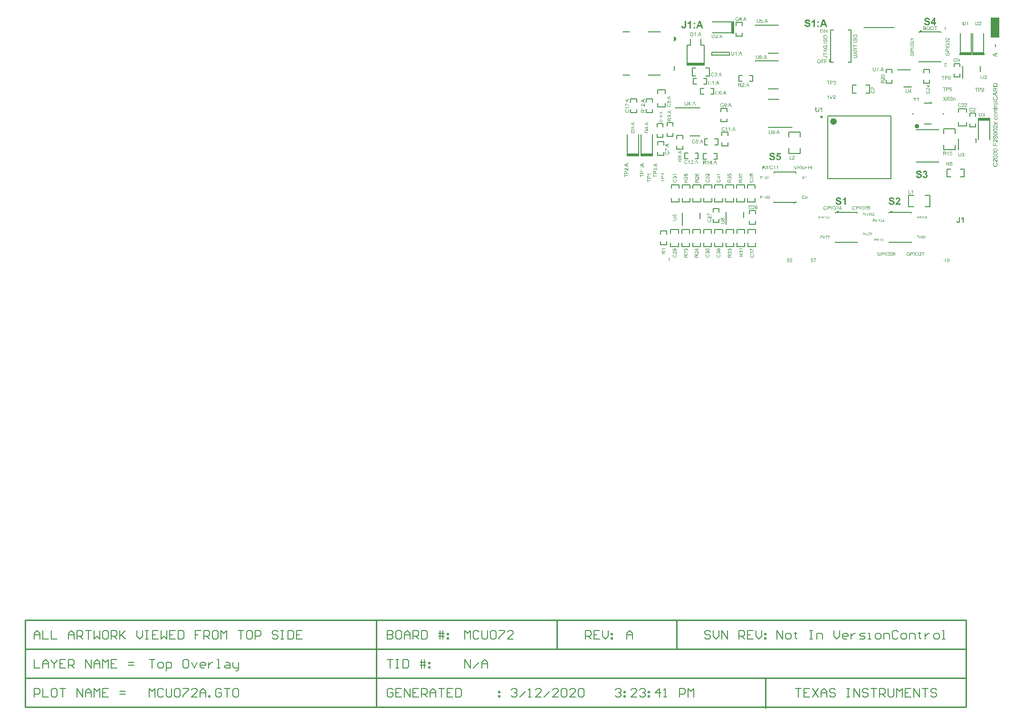
<source format=gto>
G04*
G04 #@! TF.GenerationSoftware,Altium Limited,Altium Designer,18.1.9 (240)*
G04*
G04 Layer_Color=65535*
%FSAX44Y44*%
%MOMM*%
G71*
G01*
G75*
%ADD10C,0.4000*%
%ADD11C,0.6000*%
%ADD12C,0.2500*%
%ADD13C,0.1778*%
%ADD14C,0.2000*%
%ADD15C,0.2032*%
%ADD16R,2.2000X0.4000*%
%ADD17R,3.2004X0.5080*%
%ADD18R,0.3500X0.6000*%
%ADD19R,0.4000X0.2000*%
%ADD20R,0.2350X0.5000*%
%ADD21R,0.3250X0.1500*%
%ADD22R,0.4000X2.2000*%
%ADD23R,1.6423X3.6752*%
%ADD24C,0.2540*%
G36*
X01748511Y01289843D02*
X01748501D01*
X01748464D01*
X01748407D01*
X01748332Y01289852D01*
X01748248Y01289861D01*
X01748154Y01289880D01*
X01748060Y01289899D01*
X01747956Y01289937D01*
X01747947D01*
X01747937Y01289946D01*
X01747881Y01289965D01*
X01747796Y01290002D01*
X01747684Y01290059D01*
X01747552Y01290134D01*
X01747402Y01290228D01*
X01747251Y01290331D01*
X01747092Y01290463D01*
X01747082D01*
X01747073Y01290482D01*
X01747016Y01290529D01*
X01746932Y01290613D01*
X01746810Y01290735D01*
X01746669Y01290876D01*
X01746499Y01291055D01*
X01746311Y01291271D01*
X01746114Y01291506D01*
X01746105Y01291516D01*
X01746077Y01291553D01*
X01746030Y01291610D01*
X01745973Y01291675D01*
X01745898Y01291760D01*
X01745813Y01291863D01*
X01745719Y01291967D01*
X01745616Y01292089D01*
X01745390Y01292324D01*
X01745165Y01292559D01*
X01745052Y01292672D01*
X01744939Y01292775D01*
X01744836Y01292869D01*
X01744733Y01292944D01*
X01744723D01*
X01744714Y01292963D01*
X01744686Y01292982D01*
X01744648Y01293000D01*
X01744545Y01293066D01*
X01744422Y01293141D01*
X01744272Y01293207D01*
X01744112Y01293273D01*
X01743934Y01293311D01*
X01743765Y01293329D01*
X01743755D01*
X01743746D01*
X01743689Y01293320D01*
X01743595Y01293311D01*
X01743492Y01293282D01*
X01743360Y01293245D01*
X01743229Y01293179D01*
X01743097Y01293094D01*
X01742966Y01292982D01*
X01742947Y01292963D01*
X01742909Y01292916D01*
X01742862Y01292850D01*
X01742797Y01292747D01*
X01742740Y01292615D01*
X01742684Y01292465D01*
X01742646Y01292286D01*
X01742637Y01292089D01*
Y01292032D01*
X01742646Y01291995D01*
X01742656Y01291882D01*
X01742684Y01291750D01*
X01742721Y01291610D01*
X01742787Y01291450D01*
X01742872Y01291299D01*
X01742985Y01291158D01*
X01743003Y01291140D01*
X01743050Y01291102D01*
X01743125Y01291046D01*
X01743238Y01290989D01*
X01743370Y01290923D01*
X01743539Y01290867D01*
X01743727Y01290829D01*
X01743943Y01290811D01*
X01743859Y01289993D01*
X01743849D01*
X01743821Y01290002D01*
X01743774D01*
X01743708Y01290012D01*
X01743633Y01290031D01*
X01743548Y01290049D01*
X01743445Y01290078D01*
X01743342Y01290106D01*
X01743116Y01290181D01*
X01742891Y01290294D01*
X01742778Y01290360D01*
X01742665Y01290444D01*
X01742562Y01290529D01*
X01742468Y01290623D01*
X01742458Y01290632D01*
X01742449Y01290651D01*
X01742421Y01290679D01*
X01742392Y01290726D01*
X01742355Y01290782D01*
X01742317Y01290848D01*
X01742270Y01290923D01*
X01742223Y01291017D01*
X01742176Y01291121D01*
X01742129Y01291234D01*
X01742092Y01291356D01*
X01742054Y01291487D01*
X01742026Y01291628D01*
X01741998Y01291779D01*
X01741988Y01291938D01*
X01741979Y01292108D01*
Y01292202D01*
X01741988Y01292267D01*
X01741998Y01292343D01*
X01742007Y01292437D01*
X01742026Y01292540D01*
X01742045Y01292643D01*
X01742111Y01292888D01*
X01742204Y01293132D01*
X01742261Y01293254D01*
X01742327Y01293376D01*
X01742411Y01293489D01*
X01742505Y01293593D01*
X01742515Y01293602D01*
X01742524Y01293621D01*
X01742562Y01293640D01*
X01742599Y01293677D01*
X01742646Y01293724D01*
X01742712Y01293771D01*
X01742778Y01293818D01*
X01742862Y01293875D01*
X01743041Y01293969D01*
X01743266Y01294062D01*
X01743379Y01294100D01*
X01743511Y01294119D01*
X01743642Y01294138D01*
X01743783Y01294147D01*
X01743802D01*
X01743849D01*
X01743924Y01294138D01*
X01744028Y01294128D01*
X01744140Y01294109D01*
X01744272Y01294072D01*
X01744413Y01294034D01*
X01744554Y01293978D01*
X01744573Y01293969D01*
X01744620Y01293950D01*
X01744695Y01293912D01*
X01744798Y01293856D01*
X01744911Y01293781D01*
X01745052Y01293687D01*
X01745193Y01293574D01*
X01745353Y01293442D01*
X01745372Y01293423D01*
X01745428Y01293376D01*
X01745475Y01293329D01*
X01745522Y01293282D01*
X01745578Y01293226D01*
X01745654Y01293151D01*
X01745729Y01293076D01*
X01745813Y01292982D01*
X01745907Y01292888D01*
X01746011Y01292775D01*
X01746114Y01292653D01*
X01746236Y01292521D01*
X01746358Y01292371D01*
X01746490Y01292220D01*
X01746499Y01292211D01*
X01746518Y01292192D01*
X01746546Y01292155D01*
X01746584Y01292108D01*
X01746640Y01292051D01*
X01746697Y01291985D01*
X01746819Y01291835D01*
X01746960Y01291675D01*
X01747101Y01291525D01*
X01747223Y01291393D01*
X01747270Y01291337D01*
X01747317Y01291290D01*
X01747327Y01291281D01*
X01747355Y01291252D01*
X01747392Y01291215D01*
X01747449Y01291168D01*
X01747514Y01291121D01*
X01747580Y01291064D01*
X01747740Y01290952D01*
Y01294156D01*
X01748511D01*
Y01289843D01*
D02*
G37*
G36*
X01746734Y01289157D02*
X01746810Y01289147D01*
X01746894Y01289129D01*
X01746988Y01289110D01*
X01747092Y01289091D01*
X01747317Y01289016D01*
X01747439Y01288959D01*
X01747552Y01288903D01*
X01747674Y01288828D01*
X01747796Y01288743D01*
X01747919Y01288649D01*
X01748031Y01288536D01*
X01748041Y01288527D01*
X01748060Y01288508D01*
X01748088Y01288471D01*
X01748125Y01288424D01*
X01748172Y01288367D01*
X01748219Y01288292D01*
X01748276Y01288208D01*
X01748323Y01288104D01*
X01748379Y01288001D01*
X01748435Y01287879D01*
X01748482Y01287756D01*
X01748529Y01287615D01*
X01748567Y01287465D01*
X01748595Y01287305D01*
X01748614Y01287146D01*
X01748623Y01286967D01*
Y01286882D01*
X01748614Y01286826D01*
X01748605Y01286751D01*
X01748595Y01286666D01*
X01748576Y01286572D01*
X01748558Y01286469D01*
X01748501Y01286243D01*
X01748407Y01286008D01*
X01748351Y01285886D01*
X01748285Y01285773D01*
X01748201Y01285661D01*
X01748116Y01285548D01*
X01748107Y01285538D01*
X01748088Y01285520D01*
X01748060Y01285491D01*
X01748022Y01285463D01*
X01747975Y01285416D01*
X01747909Y01285369D01*
X01747843Y01285313D01*
X01747759Y01285257D01*
X01747665Y01285200D01*
X01747571Y01285144D01*
X01747345Y01285040D01*
X01747082Y01284956D01*
X01746941Y01284928D01*
X01746791Y01284909D01*
X01746687Y01285708D01*
X01746697D01*
X01746716Y01285717D01*
X01746753Y01285726D01*
X01746800Y01285736D01*
X01746857Y01285745D01*
X01746922Y01285764D01*
X01747063Y01285811D01*
X01747233Y01285877D01*
X01747392Y01285961D01*
X01747543Y01286055D01*
X01747674Y01286168D01*
X01747684Y01286187D01*
X01747721Y01286225D01*
X01747768Y01286300D01*
X01747815Y01286394D01*
X01747872Y01286506D01*
X01747919Y01286647D01*
X01747956Y01286807D01*
X01747966Y01286976D01*
Y01287033D01*
X01747956Y01287070D01*
X01747947Y01287174D01*
X01747919Y01287305D01*
X01747872Y01287456D01*
X01747806Y01287615D01*
X01747712Y01287775D01*
X01747580Y01287926D01*
X01747561Y01287944D01*
X01747505Y01287991D01*
X01747420Y01288048D01*
X01747308Y01288123D01*
X01747167Y01288198D01*
X01747007Y01288255D01*
X01746819Y01288302D01*
X01746612Y01288320D01*
X01746603D01*
X01746584D01*
X01746556D01*
X01746518Y01288311D01*
X01746415Y01288302D01*
X01746293Y01288273D01*
X01746142Y01288236D01*
X01745992Y01288170D01*
X01745842Y01288076D01*
X01745701Y01287954D01*
X01745682Y01287935D01*
X01745644Y01287888D01*
X01745588Y01287813D01*
X01745522Y01287709D01*
X01745456Y01287578D01*
X01745400Y01287418D01*
X01745362Y01287240D01*
X01745343Y01287042D01*
Y01286958D01*
X01745353Y01286892D01*
X01745362Y01286807D01*
X01745381Y01286713D01*
X01745400Y01286600D01*
X01745428Y01286478D01*
X01744723Y01286572D01*
Y01286619D01*
X01744733Y01286657D01*
Y01286779D01*
X01744714Y01286882D01*
X01744695Y01287005D01*
X01744667Y01287146D01*
X01744620Y01287305D01*
X01744554Y01287456D01*
X01744469Y01287615D01*
Y01287625D01*
X01744460Y01287634D01*
X01744422Y01287681D01*
X01744357Y01287747D01*
X01744272Y01287822D01*
X01744150Y01287897D01*
X01744009Y01287963D01*
X01743849Y01288010D01*
X01743755Y01288029D01*
X01743652D01*
X01743642D01*
X01743633D01*
X01743577D01*
X01743501Y01288010D01*
X01743398Y01287991D01*
X01743285Y01287954D01*
X01743163Y01287907D01*
X01743041Y01287832D01*
X01742928Y01287728D01*
X01742919Y01287719D01*
X01742881Y01287672D01*
X01742834Y01287606D01*
X01742778Y01287521D01*
X01742731Y01287409D01*
X01742684Y01287277D01*
X01742646Y01287127D01*
X01742637Y01286958D01*
Y01286882D01*
X01742656Y01286798D01*
X01742674Y01286685D01*
X01742712Y01286563D01*
X01742759Y01286441D01*
X01742834Y01286309D01*
X01742928Y01286187D01*
X01742938Y01286178D01*
X01742985Y01286140D01*
X01743050Y01286084D01*
X01743144Y01286018D01*
X01743266Y01285952D01*
X01743417Y01285886D01*
X01743595Y01285830D01*
X01743802Y01285792D01*
X01743661Y01284993D01*
X01743652D01*
X01743624Y01285003D01*
X01743586Y01285012D01*
X01743530Y01285022D01*
X01743464Y01285040D01*
X01743389Y01285069D01*
X01743210Y01285125D01*
X01743003Y01285219D01*
X01742797Y01285332D01*
X01742599Y01285473D01*
X01742421Y01285651D01*
X01742411Y01285661D01*
X01742402Y01285679D01*
X01742383Y01285708D01*
X01742355Y01285745D01*
X01742317Y01285792D01*
X01742280Y01285858D01*
X01742242Y01285924D01*
X01742195Y01286008D01*
X01742120Y01286196D01*
X01742045Y01286413D01*
X01741998Y01286666D01*
X01741979Y01286798D01*
Y01287033D01*
X01741988Y01287136D01*
X01742007Y01287258D01*
X01742035Y01287409D01*
X01742082Y01287578D01*
X01742139Y01287747D01*
X01742214Y01287916D01*
Y01287926D01*
X01742223Y01287935D01*
X01742251Y01287991D01*
X01742308Y01288076D01*
X01742374Y01288170D01*
X01742468Y01288283D01*
X01742571Y01288395D01*
X01742693Y01288508D01*
X01742834Y01288602D01*
X01742853Y01288612D01*
X01742900Y01288640D01*
X01742985Y01288677D01*
X01743088Y01288724D01*
X01743210Y01288771D01*
X01743351Y01288809D01*
X01743511Y01288837D01*
X01743671Y01288846D01*
X01743689D01*
X01743746D01*
X01743821Y01288837D01*
X01743924Y01288818D01*
X01744046Y01288790D01*
X01744178Y01288743D01*
X01744310Y01288687D01*
X01744441Y01288612D01*
X01744460Y01288602D01*
X01744498Y01288574D01*
X01744563Y01288518D01*
X01744639Y01288442D01*
X01744723Y01288349D01*
X01744817Y01288236D01*
X01744902Y01288104D01*
X01744986Y01287944D01*
Y01287954D01*
X01744996Y01287973D01*
X01745005Y01288001D01*
X01745014Y01288038D01*
X01745052Y01288142D01*
X01745108Y01288273D01*
X01745184Y01288424D01*
X01745278Y01288574D01*
X01745400Y01288715D01*
X01745541Y01288846D01*
X01745560Y01288856D01*
X01745616Y01288893D01*
X01745710Y01288950D01*
X01745832Y01289006D01*
X01745983Y01289063D01*
X01746161Y01289119D01*
X01746368Y01289157D01*
X01746593Y01289166D01*
X01746603D01*
X01746631D01*
X01746678D01*
X01746734Y01289157D01*
D02*
G37*
G36*
X01745447Y01284110D02*
X01745531D01*
X01745635Y01284101D01*
X01745748Y01284082D01*
X01745870Y01284072D01*
X01746142Y01284025D01*
X01746443Y01283950D01*
X01746744Y01283847D01*
X01746894Y01283790D01*
X01747045Y01283715D01*
X01747054D01*
X01747082Y01283696D01*
X01747120Y01283678D01*
X01747176Y01283640D01*
X01747242Y01283602D01*
X01747308Y01283555D01*
X01747486Y01283424D01*
X01747674Y01283264D01*
X01747872Y01283076D01*
X01748060Y01282851D01*
X01748229Y01282587D01*
Y01282578D01*
X01748248Y01282559D01*
X01748266Y01282512D01*
X01748294Y01282456D01*
X01748323Y01282390D01*
X01748351Y01282315D01*
X01748388Y01282221D01*
X01748426Y01282118D01*
X01748464Y01282005D01*
X01748501Y01281883D01*
X01748558Y01281610D01*
X01748605Y01281319D01*
X01748623Y01281009D01*
Y01280915D01*
X01748614Y01280858D01*
Y01280774D01*
X01748595Y01280680D01*
X01748586Y01280576D01*
X01748567Y01280454D01*
X01748511Y01280200D01*
X01748435Y01279928D01*
X01748323Y01279646D01*
X01748257Y01279505D01*
X01748182Y01279364D01*
X01748172Y01279355D01*
X01748163Y01279336D01*
X01748135Y01279298D01*
X01748097Y01279242D01*
X01748060Y01279185D01*
X01748003Y01279120D01*
X01747862Y01278960D01*
X01747693Y01278781D01*
X01747486Y01278593D01*
X01747251Y01278424D01*
X01746979Y01278264D01*
X01746969D01*
X01746941Y01278246D01*
X01746904Y01278227D01*
X01746847Y01278208D01*
X01746772Y01278180D01*
X01746687Y01278152D01*
X01746593Y01278114D01*
X01746490Y01278086D01*
X01746368Y01278048D01*
X01746246Y01278011D01*
X01745964Y01277954D01*
X01745672Y01277917D01*
X01745353Y01277898D01*
X01745343D01*
X01745334D01*
X01745278D01*
X01745193Y01277907D01*
X01745080D01*
X01744949Y01277926D01*
X01744789Y01277945D01*
X01744610Y01277973D01*
X01744422Y01278011D01*
X01744225Y01278048D01*
X01744018Y01278105D01*
X01743812Y01278180D01*
X01743595Y01278264D01*
X01743389Y01278358D01*
X01743182Y01278481D01*
X01742994Y01278612D01*
X01742815Y01278763D01*
X01742806Y01278772D01*
X01742778Y01278800D01*
X01742731Y01278857D01*
X01742674Y01278922D01*
X01742599Y01279007D01*
X01742524Y01279110D01*
X01742440Y01279232D01*
X01742355Y01279373D01*
X01742270Y01279524D01*
X01742186Y01279693D01*
X01742111Y01279881D01*
X01742035Y01280078D01*
X01741979Y01280294D01*
X01741932Y01280520D01*
X01741904Y01280755D01*
X01741894Y01281009D01*
Y01281093D01*
X01741904Y01281159D01*
Y01281244D01*
X01741913Y01281328D01*
X01741932Y01281441D01*
X01741951Y01281554D01*
X01741998Y01281798D01*
X01742073Y01282080D01*
X01742186Y01282352D01*
X01742251Y01282493D01*
X01742327Y01282634D01*
X01742336Y01282644D01*
X01742345Y01282663D01*
X01742374Y01282700D01*
X01742402Y01282757D01*
X01742449Y01282813D01*
X01742505Y01282888D01*
X01742637Y01283048D01*
X01742806Y01283217D01*
X01743013Y01283405D01*
X01743257Y01283584D01*
X01743530Y01283734D01*
X01743539D01*
X01743567Y01283753D01*
X01743605Y01283772D01*
X01743661Y01283790D01*
X01743736Y01283828D01*
X01743821Y01283856D01*
X01743924Y01283894D01*
X01744037Y01283931D01*
X01744159Y01283960D01*
X01744291Y01283997D01*
X01744441Y01284035D01*
X01744592Y01284063D01*
X01744921Y01284101D01*
X01745278Y01284119D01*
X01745287D01*
X01745325D01*
X01745372D01*
X01745447Y01284110D01*
D02*
G37*
G36*
X01748511Y01275774D02*
X01742007D01*
Y01276638D01*
X01748511D01*
Y01275774D01*
D02*
G37*
G36*
X01744037Y01274524D02*
X01744103Y01274515D01*
X01744187Y01274505D01*
X01744281Y01274486D01*
X01744385Y01274468D01*
X01744601Y01274402D01*
X01744714Y01274364D01*
X01744836Y01274308D01*
X01744958Y01274242D01*
X01745071Y01274176D01*
X01745184Y01274092D01*
X01745296Y01273998D01*
X01745306Y01273988D01*
X01745325Y01273969D01*
X01745353Y01273941D01*
X01745381Y01273894D01*
X01745428Y01273838D01*
X01745475Y01273763D01*
X01745531Y01273669D01*
X01745578Y01273565D01*
X01745635Y01273443D01*
X01745691Y01273302D01*
X01745738Y01273152D01*
X01745776Y01272973D01*
X01745813Y01272785D01*
X01745842Y01272579D01*
X01745860Y01272344D01*
X01745870Y01272099D01*
Y01270436D01*
X01748511D01*
Y01269571D01*
X01742007D01*
Y01272240D01*
X01742017Y01272381D01*
X01742026Y01272541D01*
X01742035Y01272710D01*
X01742054Y01272870D01*
X01742073Y01273011D01*
Y01273030D01*
X01742092Y01273095D01*
X01742111Y01273180D01*
X01742139Y01273293D01*
X01742186Y01273415D01*
X01742242Y01273547D01*
X01742308Y01273688D01*
X01742383Y01273810D01*
X01742392Y01273829D01*
X01742421Y01273866D01*
X01742477Y01273923D01*
X01742543Y01273998D01*
X01742628Y01274082D01*
X01742740Y01274167D01*
X01742862Y01274261D01*
X01743003Y01274336D01*
X01743022Y01274345D01*
X01743069Y01274364D01*
X01743154Y01274402D01*
X01743266Y01274439D01*
X01743398Y01274468D01*
X01743548Y01274505D01*
X01743718Y01274524D01*
X01743896Y01274533D01*
X01743906D01*
X01743934D01*
X01743971D01*
X01744037Y01274524D01*
D02*
G37*
G36*
X01747618Y01268293D02*
X01747627Y01268274D01*
X01747655Y01268237D01*
X01747693Y01268190D01*
X01747731Y01268133D01*
X01747778Y01268068D01*
X01747834Y01267983D01*
X01747890Y01267898D01*
X01748013Y01267701D01*
X01748144Y01267476D01*
X01748266Y01267241D01*
X01748370Y01266987D01*
Y01266977D01*
X01748379Y01266959D01*
X01748388Y01266921D01*
X01748407Y01266874D01*
X01748426Y01266808D01*
X01748454Y01266733D01*
X01748473Y01266648D01*
X01748492Y01266564D01*
X01748539Y01266357D01*
X01748586Y01266122D01*
X01748614Y01265868D01*
X01748623Y01265605D01*
Y01265511D01*
X01748614Y01265445D01*
Y01265361D01*
X01748605Y01265258D01*
X01748586Y01265145D01*
X01748576Y01265023D01*
X01748520Y01264750D01*
X01748454Y01264459D01*
X01748351Y01264158D01*
X01748294Y01264008D01*
X01748219Y01263857D01*
X01748210Y01263848D01*
X01748201Y01263820D01*
X01748172Y01263782D01*
X01748144Y01263726D01*
X01748097Y01263660D01*
X01748050Y01263594D01*
X01747919Y01263416D01*
X01747749Y01263228D01*
X01747543Y01263030D01*
X01747308Y01262842D01*
X01747035Y01262673D01*
X01747026D01*
X01746998Y01262654D01*
X01746960Y01262635D01*
X01746894Y01262607D01*
X01746828Y01262579D01*
X01746734Y01262551D01*
X01746640Y01262513D01*
X01746528Y01262476D01*
X01746405Y01262438D01*
X01746264Y01262401D01*
X01746124Y01262372D01*
X01745973Y01262344D01*
X01745644Y01262297D01*
X01745296Y01262278D01*
X01745287D01*
X01745249D01*
X01745202D01*
X01745137Y01262288D01*
X01745052D01*
X01744949Y01262297D01*
X01744845Y01262316D01*
X01744723Y01262325D01*
X01744592Y01262354D01*
X01744451Y01262372D01*
X01744150Y01262448D01*
X01743840Y01262542D01*
X01743530Y01262673D01*
X01743520Y01262682D01*
X01743492Y01262692D01*
X01743454Y01262711D01*
X01743398Y01262748D01*
X01743323Y01262786D01*
X01743248Y01262833D01*
X01743069Y01262964D01*
X01742862Y01263124D01*
X01742665Y01263322D01*
X01742468Y01263547D01*
X01742383Y01263679D01*
X01742298Y01263810D01*
X01742289Y01263820D01*
X01742280Y01263848D01*
X01742261Y01263885D01*
X01742233Y01263942D01*
X01742204Y01264017D01*
X01742167Y01264102D01*
X01742129Y01264196D01*
X01742092Y01264308D01*
X01742054Y01264430D01*
X01742026Y01264562D01*
X01741988Y01264703D01*
X01741960Y01264854D01*
X01741913Y01265182D01*
X01741894Y01265351D01*
Y01265652D01*
X01741904Y01265709D01*
Y01265784D01*
X01741923Y01265962D01*
X01741951Y01266160D01*
X01741998Y01266367D01*
X01742054Y01266592D01*
X01742129Y01266808D01*
Y01266818D01*
X01742139Y01266836D01*
X01742148Y01266865D01*
X01742167Y01266902D01*
X01742223Y01267006D01*
X01742289Y01267137D01*
X01742383Y01267278D01*
X01742496Y01267429D01*
X01742618Y01267570D01*
X01742768Y01267701D01*
X01742787Y01267720D01*
X01742844Y01267757D01*
X01742928Y01267814D01*
X01743050Y01267889D01*
X01743201Y01267964D01*
X01743389Y01268049D01*
X01743595Y01268133D01*
X01743830Y01268199D01*
X01744037Y01267419D01*
X01744028D01*
X01744018Y01267410D01*
X01743990Y01267400D01*
X01743953Y01267391D01*
X01743868Y01267363D01*
X01743755Y01267325D01*
X01743624Y01267269D01*
X01743501Y01267203D01*
X01743370Y01267137D01*
X01743257Y01267053D01*
X01743248Y01267043D01*
X01743210Y01267015D01*
X01743163Y01266959D01*
X01743097Y01266893D01*
X01743022Y01266808D01*
X01742947Y01266695D01*
X01742872Y01266573D01*
X01742806Y01266432D01*
X01742797Y01266413D01*
X01742778Y01266367D01*
X01742750Y01266282D01*
X01742712Y01266169D01*
X01742684Y01266038D01*
X01742656Y01265887D01*
X01742637Y01265718D01*
X01742628Y01265539D01*
Y01265436D01*
X01742637Y01265389D01*
Y01265333D01*
X01742646Y01265192D01*
X01742674Y01265032D01*
X01742703Y01264854D01*
X01742750Y01264684D01*
X01742815Y01264515D01*
X01742825Y01264496D01*
X01742844Y01264440D01*
X01742891Y01264365D01*
X01742938Y01264271D01*
X01743013Y01264158D01*
X01743088Y01264036D01*
X01743182Y01263923D01*
X01743285Y01263820D01*
X01743295Y01263810D01*
X01743332Y01263773D01*
X01743398Y01263726D01*
X01743473Y01263669D01*
X01743567Y01263604D01*
X01743680Y01263538D01*
X01743802Y01263472D01*
X01743934Y01263406D01*
X01743943D01*
X01743962Y01263397D01*
X01743990Y01263387D01*
X01744037Y01263369D01*
X01744093Y01263350D01*
X01744159Y01263331D01*
X01744234Y01263303D01*
X01744319Y01263284D01*
X01744516Y01263237D01*
X01744742Y01263199D01*
X01744977Y01263171D01*
X01745240Y01263162D01*
X01745249D01*
X01745278D01*
X01745325D01*
X01745381Y01263171D01*
X01745456D01*
X01745550Y01263181D01*
X01745644Y01263190D01*
X01745748Y01263199D01*
X01745983Y01263237D01*
X01746227Y01263284D01*
X01746471Y01263359D01*
X01746706Y01263453D01*
X01746716D01*
X01746734Y01263472D01*
X01746763Y01263481D01*
X01746800Y01263510D01*
X01746904Y01263575D01*
X01747035Y01263679D01*
X01747176Y01263801D01*
X01747317Y01263951D01*
X01747449Y01264130D01*
X01747571Y01264327D01*
Y01264337D01*
X01747580Y01264355D01*
X01747599Y01264384D01*
X01747618Y01264430D01*
X01747637Y01264477D01*
X01747655Y01264543D01*
X01747712Y01264694D01*
X01747759Y01264882D01*
X01747806Y01265088D01*
X01747843Y01265314D01*
X01747853Y01265549D01*
Y01265643D01*
X01747843Y01265699D01*
Y01265756D01*
X01747825Y01265897D01*
X01747806Y01266066D01*
X01747768Y01266244D01*
X01747712Y01266442D01*
X01747646Y01266639D01*
Y01266648D01*
X01747637Y01266667D01*
X01747627Y01266686D01*
X01747608Y01266724D01*
X01747561Y01266827D01*
X01747505Y01266940D01*
X01747439Y01267071D01*
X01747364Y01267212D01*
X01747280Y01267344D01*
X01747186Y01267457D01*
X01745964D01*
Y01265539D01*
X01745193D01*
Y01268303D01*
X01747608D01*
X01747618Y01268293D01*
D02*
G37*
G36*
X01683705Y01293057D02*
X01685265D01*
Y01292258D01*
X01683705D01*
Y01289429D01*
X01682971D01*
X01678761Y01292408D01*
Y01293057D01*
X01682971D01*
Y01293940D01*
X01683705D01*
Y01293057D01*
D02*
G37*
G36*
X01685265Y01284533D02*
X01685255D01*
X01685218D01*
X01685161D01*
X01685086Y01284542D01*
X01685002Y01284551D01*
X01684908Y01284570D01*
X01684814Y01284589D01*
X01684710Y01284627D01*
X01684701D01*
X01684691Y01284636D01*
X01684635Y01284655D01*
X01684550Y01284692D01*
X01684438Y01284749D01*
X01684306Y01284824D01*
X01684156Y01284918D01*
X01684005Y01285021D01*
X01683846Y01285153D01*
X01683836D01*
X01683827Y01285172D01*
X01683770Y01285219D01*
X01683686Y01285303D01*
X01683564Y01285425D01*
X01683423Y01285566D01*
X01683253Y01285745D01*
X01683065Y01285961D01*
X01682868Y01286196D01*
X01682859Y01286205D01*
X01682831Y01286243D01*
X01682784Y01286299D01*
X01682727Y01286365D01*
X01682652Y01286450D01*
X01682567Y01286553D01*
X01682473Y01286657D01*
X01682370Y01286779D01*
X01682144Y01287014D01*
X01681919Y01287249D01*
X01681806Y01287361D01*
X01681693Y01287465D01*
X01681590Y01287559D01*
X01681487Y01287634D01*
X01681477D01*
X01681468Y01287653D01*
X01681440Y01287672D01*
X01681402Y01287690D01*
X01681299Y01287756D01*
X01681176Y01287831D01*
X01681026Y01287897D01*
X01680866Y01287963D01*
X01680688Y01288000D01*
X01680519Y01288019D01*
X01680509D01*
X01680500D01*
X01680443Y01288010D01*
X01680349Y01288000D01*
X01680246Y01287972D01*
X01680114Y01287935D01*
X01679983Y01287869D01*
X01679851Y01287784D01*
X01679720Y01287672D01*
X01679701Y01287653D01*
X01679663Y01287606D01*
X01679616Y01287540D01*
X01679551Y01287437D01*
X01679494Y01287305D01*
X01679438Y01287155D01*
X01679400Y01286976D01*
X01679391Y01286779D01*
Y01286722D01*
X01679400Y01286685D01*
X01679410Y01286572D01*
X01679438Y01286440D01*
X01679475Y01286299D01*
X01679541Y01286140D01*
X01679626Y01285989D01*
X01679739Y01285848D01*
X01679757Y01285829D01*
X01679804Y01285792D01*
X01679879Y01285736D01*
X01679992Y01285679D01*
X01680124Y01285613D01*
X01680293Y01285557D01*
X01680481Y01285519D01*
X01680697Y01285501D01*
X01680613Y01284683D01*
X01680603D01*
X01680575Y01284692D01*
X01680528D01*
X01680462Y01284702D01*
X01680387Y01284721D01*
X01680302Y01284739D01*
X01680199Y01284768D01*
X01680096Y01284796D01*
X01679870Y01284871D01*
X01679645Y01284984D01*
X01679532Y01285049D01*
X01679419Y01285134D01*
X01679316Y01285219D01*
X01679222Y01285313D01*
X01679212Y01285322D01*
X01679203Y01285341D01*
X01679175Y01285369D01*
X01679147Y01285416D01*
X01679109Y01285472D01*
X01679071Y01285538D01*
X01679024Y01285613D01*
X01678977Y01285707D01*
X01678930Y01285811D01*
X01678883Y01285923D01*
X01678846Y01286046D01*
X01678808Y01286177D01*
X01678780Y01286318D01*
X01678752Y01286469D01*
X01678742Y01286628D01*
X01678733Y01286797D01*
Y01286891D01*
X01678742Y01286957D01*
X01678752Y01287032D01*
X01678761Y01287126D01*
X01678780Y01287230D01*
X01678799Y01287333D01*
X01678865Y01287578D01*
X01678958Y01287822D01*
X01679015Y01287944D01*
X01679081Y01288066D01*
X01679165Y01288179D01*
X01679259Y01288282D01*
X01679269Y01288292D01*
X01679278Y01288311D01*
X01679316Y01288329D01*
X01679353Y01288367D01*
X01679400Y01288414D01*
X01679466Y01288461D01*
X01679532Y01288508D01*
X01679616Y01288564D01*
X01679795Y01288658D01*
X01680020Y01288752D01*
X01680133Y01288790D01*
X01680265Y01288809D01*
X01680396Y01288828D01*
X01680537Y01288837D01*
X01680556D01*
X01680603D01*
X01680678Y01288828D01*
X01680782Y01288818D01*
X01680894Y01288799D01*
X01681026Y01288762D01*
X01681167Y01288724D01*
X01681308Y01288668D01*
X01681327Y01288658D01*
X01681374Y01288640D01*
X01681449Y01288602D01*
X01681552Y01288546D01*
X01681665Y01288470D01*
X01681806Y01288376D01*
X01681947Y01288264D01*
X01682107Y01288132D01*
X01682126Y01288113D01*
X01682182Y01288066D01*
X01682229Y01288019D01*
X01682276Y01287972D01*
X01682332Y01287916D01*
X01682408Y01287841D01*
X01682483Y01287766D01*
X01682567Y01287672D01*
X01682661Y01287578D01*
X01682765Y01287465D01*
X01682868Y01287343D01*
X01682990Y01287211D01*
X01683112Y01287061D01*
X01683244Y01286910D01*
X01683253Y01286901D01*
X01683272Y01286882D01*
X01683300Y01286844D01*
X01683338Y01286797D01*
X01683394Y01286741D01*
X01683451Y01286675D01*
X01683573Y01286525D01*
X01683714Y01286365D01*
X01683855Y01286215D01*
X01683977Y01286083D01*
X01684024Y01286027D01*
X01684071Y01285980D01*
X01684081Y01285970D01*
X01684109Y01285942D01*
X01684146Y01285905D01*
X01684203Y01285858D01*
X01684268Y01285811D01*
X01684334Y01285754D01*
X01684494Y01285642D01*
Y01288846D01*
X01685265D01*
Y01284533D01*
D02*
G37*
G36*
X01682201Y01283856D02*
X01682285D01*
X01682389Y01283847D01*
X01682502Y01283828D01*
X01682624Y01283818D01*
X01682896Y01283771D01*
X01683197Y01283696D01*
X01683498Y01283593D01*
X01683648Y01283536D01*
X01683799Y01283461D01*
X01683808D01*
X01683836Y01283442D01*
X01683874Y01283424D01*
X01683930Y01283386D01*
X01683996Y01283349D01*
X01684062Y01283302D01*
X01684240Y01283170D01*
X01684428Y01283010D01*
X01684626Y01282822D01*
X01684814Y01282597D01*
X01684983Y01282334D01*
Y01282324D01*
X01685002Y01282305D01*
X01685020Y01282258D01*
X01685048Y01282202D01*
X01685077Y01282136D01*
X01685105Y01282061D01*
X01685142Y01281967D01*
X01685180Y01281864D01*
X01685218Y01281751D01*
X01685255Y01281629D01*
X01685312Y01281356D01*
X01685359Y01281065D01*
X01685377Y01280755D01*
Y01280661D01*
X01685368Y01280604D01*
Y01280520D01*
X01685349Y01280426D01*
X01685340Y01280322D01*
X01685321Y01280200D01*
X01685265Y01279946D01*
X01685189Y01279674D01*
X01685077Y01279392D01*
X01685011Y01279251D01*
X01684936Y01279110D01*
X01684926Y01279101D01*
X01684917Y01279082D01*
X01684889Y01279044D01*
X01684851Y01278988D01*
X01684814Y01278931D01*
X01684757Y01278866D01*
X01684616Y01278706D01*
X01684447Y01278527D01*
X01684240Y01278339D01*
X01684005Y01278170D01*
X01683733Y01278010D01*
X01683723D01*
X01683695Y01277992D01*
X01683658Y01277973D01*
X01683601Y01277954D01*
X01683526Y01277926D01*
X01683441Y01277898D01*
X01683347Y01277860D01*
X01683244Y01277832D01*
X01683122Y01277794D01*
X01683000Y01277757D01*
X01682718Y01277700D01*
X01682426Y01277663D01*
X01682107Y01277644D01*
X01682097D01*
X01682088D01*
X01682032D01*
X01681947Y01277653D01*
X01681834D01*
X01681703Y01277672D01*
X01681543Y01277691D01*
X01681364Y01277719D01*
X01681176Y01277757D01*
X01680979Y01277794D01*
X01680772Y01277851D01*
X01680566Y01277926D01*
X01680349Y01278010D01*
X01680143Y01278104D01*
X01679936Y01278227D01*
X01679748Y01278358D01*
X01679569Y01278509D01*
X01679560Y01278518D01*
X01679532Y01278546D01*
X01679485Y01278603D01*
X01679428Y01278668D01*
X01679353Y01278753D01*
X01679278Y01278856D01*
X01679194Y01278978D01*
X01679109Y01279119D01*
X01679024Y01279270D01*
X01678940Y01279439D01*
X01678865Y01279627D01*
X01678789Y01279824D01*
X01678733Y01280040D01*
X01678686Y01280266D01*
X01678658Y01280501D01*
X01678648Y01280755D01*
Y01280839D01*
X01678658Y01280905D01*
Y01280990D01*
X01678667Y01281074D01*
X01678686Y01281187D01*
X01678705Y01281300D01*
X01678752Y01281544D01*
X01678827Y01281826D01*
X01678940Y01282099D01*
X01679005Y01282240D01*
X01679081Y01282381D01*
X01679090Y01282390D01*
X01679099Y01282409D01*
X01679128Y01282446D01*
X01679156Y01282503D01*
X01679203Y01282559D01*
X01679259Y01282634D01*
X01679391Y01282794D01*
X01679560Y01282963D01*
X01679767Y01283151D01*
X01680011Y01283330D01*
X01680284Y01283480D01*
X01680293D01*
X01680321Y01283499D01*
X01680359Y01283518D01*
X01680415Y01283536D01*
X01680490Y01283574D01*
X01680575Y01283602D01*
X01680678Y01283640D01*
X01680791Y01283677D01*
X01680913Y01283706D01*
X01681045Y01283743D01*
X01681195Y01283781D01*
X01681346Y01283809D01*
X01681675Y01283847D01*
X01682032Y01283865D01*
X01682041D01*
X01682079D01*
X01682126D01*
X01682201Y01283856D01*
D02*
G37*
G36*
X01685265Y01275520D02*
X01678761D01*
Y01276385D01*
X01685265D01*
Y01275520D01*
D02*
G37*
G36*
X01680791Y01274270D02*
X01680857Y01274261D01*
X01680941Y01274251D01*
X01681035Y01274232D01*
X01681139Y01274214D01*
X01681355Y01274148D01*
X01681468Y01274110D01*
X01681590Y01274054D01*
X01681712Y01273988D01*
X01681825Y01273922D01*
X01681938Y01273838D01*
X01682050Y01273744D01*
X01682060Y01273734D01*
X01682079Y01273716D01*
X01682107Y01273687D01*
X01682135Y01273640D01*
X01682182Y01273584D01*
X01682229Y01273509D01*
X01682285Y01273415D01*
X01682332Y01273311D01*
X01682389Y01273189D01*
X01682445Y01273048D01*
X01682492Y01272898D01*
X01682530Y01272719D01*
X01682567Y01272531D01*
X01682596Y01272325D01*
X01682614Y01272090D01*
X01682624Y01271845D01*
Y01270182D01*
X01685265D01*
Y01269317D01*
X01678761D01*
Y01271986D01*
X01678771Y01272127D01*
X01678780Y01272287D01*
X01678789Y01272456D01*
X01678808Y01272616D01*
X01678827Y01272757D01*
Y01272776D01*
X01678846Y01272841D01*
X01678865Y01272926D01*
X01678893Y01273039D01*
X01678940Y01273161D01*
X01678996Y01273293D01*
X01679062Y01273434D01*
X01679137Y01273556D01*
X01679147Y01273575D01*
X01679175Y01273612D01*
X01679231Y01273669D01*
X01679297Y01273744D01*
X01679382Y01273828D01*
X01679494Y01273913D01*
X01679616Y01274007D01*
X01679757Y01274082D01*
X01679776Y01274091D01*
X01679823Y01274110D01*
X01679908Y01274148D01*
X01680020Y01274185D01*
X01680152Y01274214D01*
X01680302Y01274251D01*
X01680472Y01274270D01*
X01680650Y01274279D01*
X01680660D01*
X01680688D01*
X01680725D01*
X01680791Y01274270D01*
D02*
G37*
G36*
X01684372Y01268039D02*
X01684381Y01268020D01*
X01684409Y01267983D01*
X01684447Y01267936D01*
X01684485Y01267879D01*
X01684532Y01267814D01*
X01684588Y01267729D01*
X01684644Y01267644D01*
X01684767Y01267447D01*
X01684898Y01267222D01*
X01685020Y01266986D01*
X01685124Y01266733D01*
Y01266723D01*
X01685133Y01266705D01*
X01685142Y01266667D01*
X01685161Y01266620D01*
X01685180Y01266554D01*
X01685208Y01266479D01*
X01685227Y01266395D01*
X01685246Y01266310D01*
X01685293Y01266103D01*
X01685340Y01265868D01*
X01685368Y01265614D01*
X01685377Y01265351D01*
Y01265257D01*
X01685368Y01265191D01*
Y01265107D01*
X01685359Y01265004D01*
X01685340Y01264891D01*
X01685330Y01264769D01*
X01685274Y01264496D01*
X01685208Y01264205D01*
X01685105Y01263904D01*
X01685048Y01263754D01*
X01684973Y01263603D01*
X01684964Y01263594D01*
X01684955Y01263566D01*
X01684926Y01263528D01*
X01684898Y01263472D01*
X01684851Y01263406D01*
X01684804Y01263340D01*
X01684673Y01263162D01*
X01684503Y01262974D01*
X01684297Y01262776D01*
X01684062Y01262588D01*
X01683789Y01262419D01*
X01683780D01*
X01683752Y01262400D01*
X01683714Y01262382D01*
X01683648Y01262353D01*
X01683582Y01262325D01*
X01683488Y01262297D01*
X01683394Y01262259D01*
X01683282Y01262222D01*
X01683159Y01262184D01*
X01683018Y01262147D01*
X01682878Y01262118D01*
X01682727Y01262090D01*
X01682398Y01262043D01*
X01682050Y01262024D01*
X01682041D01*
X01682003D01*
X01681956D01*
X01681891Y01262034D01*
X01681806D01*
X01681703Y01262043D01*
X01681599Y01262062D01*
X01681477Y01262071D01*
X01681346Y01262100D01*
X01681205Y01262118D01*
X01680904Y01262194D01*
X01680594Y01262288D01*
X01680284Y01262419D01*
X01680274Y01262429D01*
X01680246Y01262438D01*
X01680208Y01262457D01*
X01680152Y01262494D01*
X01680077Y01262532D01*
X01680002Y01262579D01*
X01679823Y01262710D01*
X01679616Y01262870D01*
X01679419Y01263068D01*
X01679222Y01263293D01*
X01679137Y01263425D01*
X01679052Y01263556D01*
X01679043Y01263566D01*
X01679034Y01263594D01*
X01679015Y01263632D01*
X01678987Y01263688D01*
X01678958Y01263763D01*
X01678921Y01263848D01*
X01678883Y01263942D01*
X01678846Y01264054D01*
X01678808Y01264176D01*
X01678780Y01264308D01*
X01678742Y01264449D01*
X01678714Y01264600D01*
X01678667Y01264928D01*
X01678648Y01265098D01*
Y01265398D01*
X01678658Y01265455D01*
Y01265530D01*
X01678677Y01265708D01*
X01678705Y01265906D01*
X01678752Y01266113D01*
X01678808Y01266338D01*
X01678883Y01266554D01*
Y01266564D01*
X01678893Y01266582D01*
X01678902Y01266611D01*
X01678921Y01266648D01*
X01678977Y01266752D01*
X01679043Y01266883D01*
X01679137Y01267024D01*
X01679250Y01267175D01*
X01679372Y01267316D01*
X01679522Y01267447D01*
X01679541Y01267466D01*
X01679598Y01267503D01*
X01679682Y01267560D01*
X01679804Y01267635D01*
X01679955Y01267710D01*
X01680143Y01267795D01*
X01680349Y01267879D01*
X01680584Y01267945D01*
X01680791Y01267165D01*
X01680782D01*
X01680772Y01267156D01*
X01680744Y01267146D01*
X01680707Y01267137D01*
X01680622Y01267109D01*
X01680509Y01267071D01*
X01680378Y01267015D01*
X01680255Y01266949D01*
X01680124Y01266883D01*
X01680011Y01266799D01*
X01680002Y01266789D01*
X01679964Y01266761D01*
X01679917Y01266705D01*
X01679851Y01266639D01*
X01679776Y01266554D01*
X01679701Y01266441D01*
X01679626Y01266319D01*
X01679560Y01266178D01*
X01679551Y01266160D01*
X01679532Y01266113D01*
X01679504Y01266028D01*
X01679466Y01265915D01*
X01679438Y01265784D01*
X01679410Y01265633D01*
X01679391Y01265464D01*
X01679382Y01265285D01*
Y01265182D01*
X01679391Y01265135D01*
Y01265079D01*
X01679400Y01264938D01*
X01679428Y01264778D01*
X01679457Y01264600D01*
X01679504Y01264430D01*
X01679569Y01264261D01*
X01679579Y01264242D01*
X01679598Y01264186D01*
X01679645Y01264111D01*
X01679692Y01264017D01*
X01679767Y01263904D01*
X01679842Y01263782D01*
X01679936Y01263669D01*
X01680039Y01263566D01*
X01680049Y01263556D01*
X01680086Y01263519D01*
X01680152Y01263472D01*
X01680227Y01263415D01*
X01680321Y01263350D01*
X01680434Y01263284D01*
X01680556Y01263218D01*
X01680688Y01263152D01*
X01680697D01*
X01680716Y01263143D01*
X01680744Y01263133D01*
X01680791Y01263115D01*
X01680847Y01263096D01*
X01680913Y01263077D01*
X01680988Y01263049D01*
X01681073Y01263030D01*
X01681270Y01262983D01*
X01681496Y01262945D01*
X01681731Y01262917D01*
X01681994Y01262908D01*
X01682003D01*
X01682032D01*
X01682079D01*
X01682135Y01262917D01*
X01682210D01*
X01682304Y01262927D01*
X01682398Y01262936D01*
X01682502Y01262945D01*
X01682737Y01262983D01*
X01682981Y01263030D01*
X01683225Y01263105D01*
X01683460Y01263199D01*
X01683470D01*
X01683488Y01263218D01*
X01683517Y01263227D01*
X01683554Y01263255D01*
X01683658Y01263321D01*
X01683789Y01263425D01*
X01683930Y01263547D01*
X01684071Y01263697D01*
X01684203Y01263876D01*
X01684325Y01264073D01*
Y01264083D01*
X01684334Y01264101D01*
X01684353Y01264130D01*
X01684372Y01264176D01*
X01684391Y01264223D01*
X01684409Y01264289D01*
X01684466Y01264440D01*
X01684513Y01264628D01*
X01684560Y01264834D01*
X01684597Y01265060D01*
X01684607Y01265295D01*
Y01265389D01*
X01684597Y01265445D01*
Y01265502D01*
X01684579Y01265643D01*
X01684560Y01265812D01*
X01684522Y01265990D01*
X01684466Y01266188D01*
X01684400Y01266385D01*
Y01266395D01*
X01684391Y01266413D01*
X01684381Y01266432D01*
X01684362Y01266470D01*
X01684315Y01266573D01*
X01684259Y01266686D01*
X01684193Y01266817D01*
X01684118Y01266958D01*
X01684034Y01267090D01*
X01683940Y01267203D01*
X01682718D01*
Y01265285D01*
X01681947D01*
Y01268048D01*
X01684362D01*
X01684372Y01268039D01*
D02*
G37*
G36*
X01538605Y01185316D02*
X01537703D01*
X01535184Y01191820D01*
X01536124D01*
X01537816Y01187093D01*
Y01187083D01*
X01537825Y01187064D01*
X01537834Y01187036D01*
X01537853Y01186999D01*
X01537863Y01186942D01*
X01537881Y01186886D01*
X01537928Y01186745D01*
X01537985Y01186585D01*
X01538041Y01186407D01*
X01538154Y01186031D01*
Y01186040D01*
X01538163Y01186059D01*
X01538173Y01186087D01*
X01538182Y01186125D01*
X01538210Y01186228D01*
X01538257Y01186369D01*
X01538304Y01186529D01*
X01538361Y01186707D01*
X01538426Y01186895D01*
X01538502Y01187093D01*
X01540268Y01191820D01*
X01541142D01*
X01538605Y01185316D01*
D02*
G37*
G36*
X01543905Y01191839D02*
X01543981Y01191829D01*
X01544075Y01191820D01*
X01544178Y01191801D01*
X01544281Y01191782D01*
X01544526Y01191716D01*
X01544770Y01191622D01*
X01544892Y01191566D01*
X01545014Y01191500D01*
X01545127Y01191416D01*
X01545231Y01191322D01*
X01545240Y01191312D01*
X01545259Y01191303D01*
X01545278Y01191265D01*
X01545315Y01191228D01*
X01545362Y01191181D01*
X01545409Y01191115D01*
X01545456Y01191049D01*
X01545513Y01190965D01*
X01545607Y01190786D01*
X01545701Y01190561D01*
X01545738Y01190448D01*
X01545757Y01190316D01*
X01545776Y01190185D01*
X01545785Y01190044D01*
Y01190025D01*
Y01189978D01*
X01545776Y01189903D01*
X01545766Y01189799D01*
X01545748Y01189687D01*
X01545710Y01189555D01*
X01545672Y01189414D01*
X01545616Y01189273D01*
X01545607Y01189254D01*
X01545588Y01189207D01*
X01545550Y01189132D01*
X01545494Y01189029D01*
X01545419Y01188916D01*
X01545325Y01188775D01*
X01545212Y01188634D01*
X01545080Y01188474D01*
X01545061Y01188455D01*
X01545014Y01188399D01*
X01544967Y01188352D01*
X01544921Y01188305D01*
X01544864Y01188249D01*
X01544789Y01188173D01*
X01544714Y01188098D01*
X01544620Y01188014D01*
X01544526Y01187920D01*
X01544413Y01187816D01*
X01544291Y01187713D01*
X01544159Y01187591D01*
X01544009Y01187468D01*
X01543858Y01187337D01*
X01543849Y01187328D01*
X01543830Y01187309D01*
X01543793Y01187281D01*
X01543746Y01187243D01*
X01543689Y01187187D01*
X01543624Y01187130D01*
X01543473Y01187008D01*
X01543313Y01186867D01*
X01543163Y01186726D01*
X01543031Y01186604D01*
X01542975Y01186557D01*
X01542928Y01186510D01*
X01542919Y01186500D01*
X01542890Y01186472D01*
X01542853Y01186435D01*
X01542806Y01186378D01*
X01542759Y01186313D01*
X01542702Y01186247D01*
X01542590Y01186087D01*
X01545795D01*
Y01185316D01*
X01541481D01*
Y01185326D01*
Y01185363D01*
Y01185420D01*
X01541490Y01185495D01*
X01541500Y01185580D01*
X01541518Y01185674D01*
X01541537Y01185768D01*
X01541575Y01185871D01*
Y01185880D01*
X01541584Y01185890D01*
X01541603Y01185946D01*
X01541641Y01186031D01*
X01541697Y01186143D01*
X01541772Y01186275D01*
X01541866Y01186425D01*
X01541969Y01186576D01*
X01542101Y01186736D01*
Y01186745D01*
X01542120Y01186754D01*
X01542167Y01186811D01*
X01542251Y01186895D01*
X01542374Y01187017D01*
X01542515Y01187158D01*
X01542693Y01187328D01*
X01542909Y01187515D01*
X01543144Y01187713D01*
X01543154Y01187722D01*
X01543191Y01187750D01*
X01543248Y01187797D01*
X01543313Y01187854D01*
X01543398Y01187929D01*
X01543501Y01188014D01*
X01543605Y01188108D01*
X01543727Y01188211D01*
X01543962Y01188437D01*
X01544197Y01188662D01*
X01544310Y01188775D01*
X01544413Y01188888D01*
X01544507Y01188991D01*
X01544582Y01189094D01*
Y01189104D01*
X01544601Y01189113D01*
X01544620Y01189141D01*
X01544639Y01189179D01*
X01544704Y01189282D01*
X01544780Y01189405D01*
X01544845Y01189555D01*
X01544911Y01189715D01*
X01544949Y01189893D01*
X01544967Y01190062D01*
Y01190072D01*
Y01190081D01*
X01544958Y01190138D01*
X01544949Y01190232D01*
X01544921Y01190335D01*
X01544883Y01190467D01*
X01544817Y01190598D01*
X01544733Y01190730D01*
X01544620Y01190861D01*
X01544601Y01190880D01*
X01544554Y01190918D01*
X01544488Y01190965D01*
X01544385Y01191030D01*
X01544253Y01191087D01*
X01544103Y01191143D01*
X01543924Y01191181D01*
X01543727Y01191190D01*
X01543671D01*
X01543633Y01191181D01*
X01543520Y01191171D01*
X01543389Y01191143D01*
X01543248Y01191106D01*
X01543088Y01191040D01*
X01542937Y01190955D01*
X01542796Y01190842D01*
X01542778Y01190824D01*
X01542740Y01190777D01*
X01542684Y01190702D01*
X01542627Y01190589D01*
X01542562Y01190457D01*
X01542505Y01190288D01*
X01542468Y01190100D01*
X01542449Y01189884D01*
X01541631Y01189968D01*
Y01189978D01*
X01541641Y01190006D01*
Y01190053D01*
X01541650Y01190119D01*
X01541669Y01190194D01*
X01541687Y01190278D01*
X01541716Y01190382D01*
X01541744Y01190485D01*
X01541819Y01190711D01*
X01541932Y01190936D01*
X01541998Y01191049D01*
X01542082Y01191162D01*
X01542167Y01191265D01*
X01542261Y01191359D01*
X01542270Y01191369D01*
X01542289Y01191378D01*
X01542317Y01191406D01*
X01542364Y01191434D01*
X01542421Y01191472D01*
X01542486Y01191510D01*
X01542562Y01191557D01*
X01542655Y01191604D01*
X01542759Y01191651D01*
X01542872Y01191698D01*
X01542994Y01191735D01*
X01543125Y01191773D01*
X01543266Y01191801D01*
X01543417Y01191829D01*
X01543577Y01191839D01*
X01543746Y01191848D01*
X01543840D01*
X01543905Y01191839D01*
D02*
G37*
G36*
X01533483Y01185316D02*
X01532684D01*
Y01190401D01*
X01532675Y01190391D01*
X01532628Y01190354D01*
X01532572Y01190297D01*
X01532478Y01190232D01*
X01532374Y01190147D01*
X01532243Y01190053D01*
X01532092Y01189950D01*
X01531923Y01189846D01*
X01531914D01*
X01531904Y01189837D01*
X01531848Y01189799D01*
X01531754Y01189752D01*
X01531641Y01189696D01*
X01531510Y01189630D01*
X01531369Y01189564D01*
X01531228Y01189499D01*
X01531087Y01189442D01*
Y01190213D01*
X01531096D01*
X01531115Y01190232D01*
X01531152Y01190241D01*
X01531199Y01190269D01*
X01531256Y01190297D01*
X01531322Y01190335D01*
X01531481Y01190429D01*
X01531669Y01190532D01*
X01531857Y01190664D01*
X01532055Y01190814D01*
X01532252Y01190974D01*
X01532261Y01190983D01*
X01532271Y01190993D01*
X01532299Y01191021D01*
X01532336Y01191049D01*
X01532421Y01191143D01*
X01532534Y01191256D01*
X01532647Y01191387D01*
X01532769Y01191538D01*
X01532872Y01191688D01*
X01532966Y01191848D01*
X01533483D01*
Y01185316D01*
D02*
G37*
G36*
X01752032Y01188875D02*
X01752098D01*
X01752276Y01188856D01*
X01752474Y01188828D01*
X01752681Y01188781D01*
X01752906Y01188725D01*
X01753113Y01188650D01*
X01753122D01*
X01753141Y01188640D01*
X01753169Y01188621D01*
X01753207Y01188603D01*
X01753301Y01188556D01*
X01753423Y01188471D01*
X01753564Y01188377D01*
X01753705Y01188255D01*
X01753837Y01188114D01*
X01753959Y01187954D01*
Y01187945D01*
X01753968Y01187935D01*
X01753987Y01187907D01*
X01754006Y01187879D01*
X01754053Y01187785D01*
X01754109Y01187663D01*
X01754175Y01187513D01*
X01754222Y01187334D01*
X01754269Y01187146D01*
X01754288Y01186939D01*
X01753461Y01186873D01*
Y01186883D01*
Y01186902D01*
X01753451Y01186930D01*
X01753442Y01186977D01*
X01753414Y01187080D01*
X01753376Y01187221D01*
X01753320Y01187372D01*
X01753235Y01187522D01*
X01753132Y01187663D01*
X01753000Y01187794D01*
X01752981Y01187804D01*
X01752934Y01187841D01*
X01752840Y01187898D01*
X01752718Y01187954D01*
X01752558Y01188011D01*
X01752370Y01188067D01*
X01752135Y01188105D01*
X01751872Y01188114D01*
X01751741D01*
X01751684Y01188105D01*
X01751609Y01188095D01*
X01751440Y01188076D01*
X01751252Y01188039D01*
X01751064Y01187992D01*
X01750885Y01187917D01*
X01750810Y01187870D01*
X01750735Y01187823D01*
X01750716Y01187813D01*
X01750679Y01187776D01*
X01750622Y01187710D01*
X01750566Y01187635D01*
X01750500Y01187531D01*
X01750444Y01187419D01*
X01750406Y01187287D01*
X01750387Y01187137D01*
Y01187118D01*
Y01187080D01*
X01750397Y01187014D01*
X01750416Y01186939D01*
X01750444Y01186845D01*
X01750491Y01186751D01*
X01750547Y01186657D01*
X01750632Y01186563D01*
X01750641Y01186554D01*
X01750688Y01186526D01*
X01750726Y01186497D01*
X01750763Y01186479D01*
X01750820Y01186451D01*
X01750885Y01186413D01*
X01750970Y01186385D01*
X01751064Y01186347D01*
X01751167Y01186310D01*
X01751290Y01186263D01*
X01751421Y01186225D01*
X01751572Y01186178D01*
X01751741Y01186140D01*
X01751929Y01186093D01*
X01751938D01*
X01751976Y01186084D01*
X01752032Y01186075D01*
X01752098Y01186056D01*
X01752182Y01186037D01*
X01752286Y01186009D01*
X01752389Y01185981D01*
X01752502Y01185952D01*
X01752746Y01185887D01*
X01752981Y01185821D01*
X01753094Y01185783D01*
X01753197Y01185746D01*
X01753291Y01185717D01*
X01753367Y01185680D01*
X01753376D01*
X01753395Y01185670D01*
X01753423Y01185652D01*
X01753461Y01185633D01*
X01753564Y01185576D01*
X01753686Y01185501D01*
X01753827Y01185398D01*
X01753968Y01185285D01*
X01754100Y01185154D01*
X01754212Y01185013D01*
X01754222Y01184994D01*
X01754259Y01184947D01*
X01754297Y01184862D01*
X01754353Y01184750D01*
X01754400Y01184618D01*
X01754447Y01184458D01*
X01754476Y01184280D01*
X01754485Y01184092D01*
Y01184082D01*
Y01184073D01*
Y01184045D01*
Y01184007D01*
X01754466Y01183904D01*
X01754447Y01183772D01*
X01754410Y01183622D01*
X01754363Y01183462D01*
X01754288Y01183293D01*
X01754184Y01183114D01*
Y01183105D01*
X01754175Y01183095D01*
X01754128Y01183039D01*
X01754062Y01182954D01*
X01753968Y01182860D01*
X01753846Y01182748D01*
X01753696Y01182626D01*
X01753526Y01182513D01*
X01753329Y01182409D01*
X01753320D01*
X01753301Y01182400D01*
X01753273Y01182391D01*
X01753235Y01182372D01*
X01753179Y01182353D01*
X01753113Y01182325D01*
X01752962Y01182287D01*
X01752784Y01182240D01*
X01752568Y01182193D01*
X01752333Y01182165D01*
X01752079Y01182156D01*
X01751929D01*
X01751853Y01182165D01*
X01751769D01*
X01751675Y01182174D01*
X01751562Y01182184D01*
X01751327Y01182221D01*
X01751083Y01182259D01*
X01750838Y01182325D01*
X01750604Y01182409D01*
X01750594D01*
X01750575Y01182419D01*
X01750547Y01182438D01*
X01750510Y01182456D01*
X01750397Y01182513D01*
X01750265Y01182597D01*
X01750115Y01182710D01*
X01749955Y01182842D01*
X01749805Y01183001D01*
X01749664Y01183180D01*
Y01183189D01*
X01749645Y01183208D01*
X01749636Y01183236D01*
X01749607Y01183274D01*
X01749589Y01183321D01*
X01749560Y01183377D01*
X01749495Y01183518D01*
X01749429Y01183697D01*
X01749372Y01183894D01*
X01749335Y01184120D01*
X01749316Y01184355D01*
X01750124Y01184430D01*
Y01184420D01*
Y01184411D01*
X01750134Y01184383D01*
Y01184345D01*
X01750152Y01184261D01*
X01750181Y01184139D01*
X01750218Y01184016D01*
X01750256Y01183876D01*
X01750322Y01183744D01*
X01750387Y01183622D01*
X01750397Y01183612D01*
X01750425Y01183575D01*
X01750472Y01183509D01*
X01750547Y01183443D01*
X01750641Y01183359D01*
X01750744Y01183274D01*
X01750885Y01183189D01*
X01751036Y01183114D01*
X01751045D01*
X01751055Y01183105D01*
X01751083Y01183095D01*
X01751111Y01183086D01*
X01751205Y01183058D01*
X01751327Y01183020D01*
X01751478Y01182983D01*
X01751647Y01182954D01*
X01751835Y01182936D01*
X01752041Y01182926D01*
X01752126D01*
X01752220Y01182936D01*
X01752333Y01182945D01*
X01752464Y01182964D01*
X01752615Y01182983D01*
X01752765Y01183020D01*
X01752906Y01183067D01*
X01752925Y01183077D01*
X01752972Y01183095D01*
X01753038Y01183133D01*
X01753122Y01183171D01*
X01753207Y01183236D01*
X01753301Y01183302D01*
X01753395Y01183377D01*
X01753470Y01183471D01*
X01753479Y01183481D01*
X01753498Y01183518D01*
X01753526Y01183565D01*
X01753564Y01183641D01*
X01753602Y01183716D01*
X01753630Y01183810D01*
X01753649Y01183913D01*
X01753658Y01184026D01*
Y01184035D01*
Y01184082D01*
X01753649Y01184139D01*
X01753639Y01184214D01*
X01753611Y01184289D01*
X01753583Y01184383D01*
X01753536Y01184477D01*
X01753470Y01184561D01*
X01753461Y01184571D01*
X01753432Y01184599D01*
X01753395Y01184637D01*
X01753329Y01184693D01*
X01753254Y01184750D01*
X01753150Y01184815D01*
X01753028Y01184881D01*
X01752887Y01184937D01*
X01752878Y01184947D01*
X01752831Y01184956D01*
X01752756Y01184984D01*
X01752709Y01184994D01*
X01752643Y01185013D01*
X01752577Y01185041D01*
X01752493Y01185060D01*
X01752399Y01185088D01*
X01752286Y01185116D01*
X01752173Y01185144D01*
X01752041Y01185182D01*
X01751891Y01185219D01*
X01751731Y01185257D01*
X01751722D01*
X01751694Y01185266D01*
X01751647Y01185276D01*
X01751590Y01185295D01*
X01751515Y01185313D01*
X01751431Y01185332D01*
X01751243Y01185388D01*
X01751036Y01185454D01*
X01750820Y01185520D01*
X01750632Y01185586D01*
X01750547Y01185623D01*
X01750472Y01185661D01*
X01750463D01*
X01750453Y01185670D01*
X01750397Y01185708D01*
X01750312Y01185755D01*
X01750218Y01185830D01*
X01750105Y01185915D01*
X01749993Y01186018D01*
X01749880Y01186140D01*
X01749786Y01186272D01*
X01749776Y01186291D01*
X01749748Y01186338D01*
X01749711Y01186413D01*
X01749673Y01186507D01*
X01749636Y01186629D01*
X01749598Y01186770D01*
X01749570Y01186920D01*
X01749560Y01187080D01*
Y01187090D01*
Y01187099D01*
Y01187127D01*
Y01187165D01*
X01749579Y01187259D01*
X01749598Y01187381D01*
X01749626Y01187522D01*
X01749673Y01187682D01*
X01749739Y01187841D01*
X01749833Y01188001D01*
Y01188011D01*
X01749842Y01188020D01*
X01749889Y01188076D01*
X01749955Y01188151D01*
X01750040Y01188245D01*
X01750152Y01188349D01*
X01750293Y01188462D01*
X01750463Y01188565D01*
X01750650Y01188659D01*
X01750660D01*
X01750679Y01188668D01*
X01750707Y01188678D01*
X01750744Y01188697D01*
X01750791Y01188715D01*
X01750857Y01188734D01*
X01750998Y01188772D01*
X01751177Y01188809D01*
X01751384Y01188847D01*
X01751600Y01188875D01*
X01751844Y01188885D01*
X01751966D01*
X01752032Y01188875D01*
D02*
G37*
G36*
X01757925Y01187080D02*
X01758028Y01187071D01*
X01758150Y01187052D01*
X01758282Y01187024D01*
X01758423Y01186986D01*
X01758554Y01186930D01*
X01758573Y01186920D01*
X01758611Y01186902D01*
X01758676Y01186873D01*
X01758752Y01186826D01*
X01758846Y01186770D01*
X01758930Y01186695D01*
X01759015Y01186620D01*
X01759090Y01186526D01*
X01759099Y01186516D01*
X01759118Y01186479D01*
X01759146Y01186432D01*
X01759193Y01186366D01*
X01759231Y01186272D01*
X01759268Y01186178D01*
X01759315Y01186065D01*
X01759344Y01185943D01*
Y01185934D01*
X01759353Y01185896D01*
X01759362Y01185840D01*
X01759372Y01185764D01*
Y01185652D01*
X01759381Y01185520D01*
X01759391Y01185360D01*
Y01185163D01*
Y01182268D01*
X01758592D01*
Y01185125D01*
Y01185135D01*
Y01185144D01*
Y01185210D01*
Y01185295D01*
X01758582Y01185398D01*
X01758573Y01185520D01*
X01758554Y01185642D01*
X01758526Y01185755D01*
X01758498Y01185858D01*
Y01185868D01*
X01758479Y01185896D01*
X01758451Y01185943D01*
X01758423Y01185999D01*
X01758376Y01186056D01*
X01758319Y01186122D01*
X01758244Y01186187D01*
X01758160Y01186244D01*
X01758150Y01186253D01*
X01758122Y01186272D01*
X01758066Y01186291D01*
X01758000Y01186319D01*
X01757925Y01186347D01*
X01757831Y01186375D01*
X01757718Y01186385D01*
X01757605Y01186394D01*
X01757558D01*
X01757520Y01186385D01*
X01757426Y01186375D01*
X01757304Y01186357D01*
X01757173Y01186310D01*
X01757022Y01186253D01*
X01756872Y01186178D01*
X01756731Y01186065D01*
X01756712Y01186046D01*
X01756675Y01185999D01*
X01756647Y01185962D01*
X01756618Y01185915D01*
X01756581Y01185858D01*
X01756552Y01185793D01*
X01756515Y01185717D01*
X01756477Y01185623D01*
X01756449Y01185520D01*
X01756421Y01185407D01*
X01756402Y01185285D01*
X01756383Y01185154D01*
X01756364Y01184994D01*
Y01184834D01*
Y01182268D01*
X01755566D01*
Y01186986D01*
X01756280D01*
Y01186310D01*
X01756289Y01186319D01*
X01756308Y01186347D01*
X01756336Y01186385D01*
X01756374Y01186432D01*
X01756430Y01186488D01*
X01756496Y01186554D01*
X01756571Y01186629D01*
X01756665Y01186704D01*
X01756759Y01186770D01*
X01756872Y01186845D01*
X01756994Y01186911D01*
X01757126Y01186967D01*
X01757276Y01187014D01*
X01757426Y01187052D01*
X01757596Y01187080D01*
X01757774Y01187090D01*
X01757849D01*
X01757925Y01187080D01*
D02*
G37*
G36*
X01739843Y01185680D02*
X01742277Y01182268D01*
X01741215D01*
X01739570Y01184580D01*
X01739561Y01184590D01*
X01739542Y01184618D01*
X01739523Y01184656D01*
X01739486Y01184703D01*
X01739401Y01184834D01*
X01739307Y01184975D01*
X01739298Y01184966D01*
X01739270Y01184928D01*
X01739232Y01184872D01*
X01739185Y01184797D01*
X01739082Y01184646D01*
X01739035Y01184580D01*
X01738997Y01184524D01*
X01737352Y01182268D01*
X01736319D01*
X01738828Y01185633D01*
X01736610Y01188772D01*
X01737634D01*
X01738819Y01187099D01*
Y01187090D01*
X01738837Y01187080D01*
X01738856Y01187052D01*
X01738884Y01187014D01*
X01738941Y01186920D01*
X01739025Y01186808D01*
X01739110Y01186676D01*
X01739194Y01186544D01*
X01739270Y01186422D01*
X01739335Y01186310D01*
X01739345Y01186328D01*
X01739373Y01186366D01*
X01739420Y01186441D01*
X01739486Y01186535D01*
X01739561Y01186638D01*
X01739655Y01186770D01*
X01739749Y01186902D01*
X01739862Y01187043D01*
X01741159Y01188772D01*
X01742098D01*
X01739843Y01185680D01*
D02*
G37*
G36*
X01746149Y01188762D02*
X01746234D01*
X01746431Y01188753D01*
X01746638Y01188725D01*
X01746863Y01188697D01*
X01747070Y01188650D01*
X01747173Y01188621D01*
X01747258Y01188593D01*
X01747267D01*
X01747277Y01188584D01*
X01747333Y01188556D01*
X01747418Y01188518D01*
X01747521Y01188452D01*
X01747634Y01188368D01*
X01747756Y01188255D01*
X01747869Y01188123D01*
X01747982Y01187973D01*
Y01187964D01*
X01747991Y01187954D01*
X01748029Y01187898D01*
X01748066Y01187804D01*
X01748123Y01187682D01*
X01748170Y01187541D01*
X01748217Y01187372D01*
X01748245Y01187193D01*
X01748254Y01186996D01*
Y01186986D01*
Y01186967D01*
Y01186930D01*
X01748245Y01186883D01*
Y01186817D01*
X01748235Y01186751D01*
X01748198Y01186591D01*
X01748141Y01186404D01*
X01748066Y01186206D01*
X01747953Y01186009D01*
X01747878Y01185915D01*
X01747803Y01185821D01*
X01747794Y01185811D01*
X01747784Y01185802D01*
X01747756Y01185774D01*
X01747718Y01185746D01*
X01747671Y01185708D01*
X01747615Y01185670D01*
X01747540Y01185623D01*
X01747465Y01185567D01*
X01747371Y01185520D01*
X01747267Y01185473D01*
X01747155Y01185417D01*
X01747032Y01185370D01*
X01746891Y01185332D01*
X01746750Y01185285D01*
X01746591Y01185257D01*
X01746421Y01185229D01*
X01746440Y01185219D01*
X01746478Y01185201D01*
X01746534Y01185163D01*
X01746609Y01185125D01*
X01746779Y01185022D01*
X01746863Y01184956D01*
X01746938Y01184900D01*
X01746957Y01184881D01*
X01747004Y01184834D01*
X01747079Y01184759D01*
X01747173Y01184665D01*
X01747277Y01184533D01*
X01747399Y01184392D01*
X01747521Y01184223D01*
X01747653Y01184035D01*
X01748771Y01182268D01*
X01747700D01*
X01746844Y01183622D01*
Y01183631D01*
X01746826Y01183650D01*
X01746807Y01183678D01*
X01746779Y01183716D01*
X01746713Y01183819D01*
X01746628Y01183951D01*
X01746525Y01184092D01*
X01746421Y01184242D01*
X01746318Y01184383D01*
X01746224Y01184514D01*
X01746215Y01184524D01*
X01746187Y01184561D01*
X01746140Y01184618D01*
X01746074Y01184684D01*
X01745933Y01184825D01*
X01745858Y01184890D01*
X01745782Y01184947D01*
X01745773Y01184956D01*
X01745754Y01184966D01*
X01745717Y01184984D01*
X01745660Y01185013D01*
X01745604Y01185041D01*
X01745538Y01185069D01*
X01745388Y01185116D01*
X01745378D01*
X01745359Y01185125D01*
X01745322D01*
X01745275Y01185135D01*
X01745209Y01185144D01*
X01745134D01*
X01745031Y01185154D01*
X01743922D01*
Y01182268D01*
X01743057D01*
Y01188772D01*
X01746074D01*
X01746149Y01188762D01*
D02*
G37*
G36*
X01694895Y00941118D02*
X01694297D01*
Y00941800D01*
X01694895D01*
Y00941118D01*
D02*
G37*
G36*
X01697576Y00940534D02*
X01697653Y00940527D01*
X01697745Y00940513D01*
X01697843Y00940491D01*
X01697949Y00940463D01*
X01698047Y00940421D01*
X01698062Y00940414D01*
X01698090Y00940400D01*
X01698139Y00940379D01*
X01698195Y00940344D01*
X01698266Y00940302D01*
X01698329Y00940245D01*
X01698392Y00940189D01*
X01698448Y00940119D01*
X01698456Y00940111D01*
X01698470Y00940083D01*
X01698491Y00940048D01*
X01698526Y00939999D01*
X01698554Y00939929D01*
X01698582Y00939858D01*
X01698617Y00939774D01*
X01698638Y00939682D01*
Y00939675D01*
X01698645Y00939647D01*
X01698652Y00939605D01*
X01698660Y00939549D01*
Y00939464D01*
X01698667Y00939366D01*
X01698674Y00939246D01*
Y00939098D01*
Y00936931D01*
X01698076D01*
Y00939070D01*
Y00939077D01*
Y00939084D01*
Y00939134D01*
Y00939197D01*
X01698069Y00939274D01*
X01698062Y00939366D01*
X01698047Y00939457D01*
X01698026Y00939542D01*
X01698005Y00939619D01*
Y00939626D01*
X01697991Y00939647D01*
X01697970Y00939682D01*
X01697949Y00939725D01*
X01697914Y00939767D01*
X01697872Y00939816D01*
X01697815Y00939865D01*
X01697752Y00939908D01*
X01697745Y00939914D01*
X01697724Y00939929D01*
X01697681Y00939943D01*
X01697632Y00939964D01*
X01697576Y00939985D01*
X01697506Y00940006D01*
X01697421Y00940013D01*
X01697337Y00940020D01*
X01697302D01*
X01697273Y00940013D01*
X01697203Y00940006D01*
X01697112Y00939992D01*
X01697013Y00939957D01*
X01696900Y00939914D01*
X01696788Y00939858D01*
X01696682Y00939774D01*
X01696668Y00939760D01*
X01696640Y00939725D01*
X01696619Y00939696D01*
X01696598Y00939661D01*
X01696570Y00939619D01*
X01696549Y00939570D01*
X01696521Y00939513D01*
X01696492Y00939443D01*
X01696471Y00939366D01*
X01696450Y00939281D01*
X01696436Y00939190D01*
X01696422Y00939091D01*
X01696408Y00938972D01*
Y00938852D01*
Y00936931D01*
X01695810D01*
Y00940463D01*
X01696345D01*
Y00939957D01*
X01696352Y00939964D01*
X01696366Y00939985D01*
X01696387Y00940013D01*
X01696415Y00940048D01*
X01696457Y00940090D01*
X01696507Y00940140D01*
X01696563Y00940196D01*
X01696633Y00940252D01*
X01696703Y00940302D01*
X01696788Y00940358D01*
X01696879Y00940407D01*
X01696978Y00940449D01*
X01697090Y00940484D01*
X01697203Y00940513D01*
X01697330Y00940534D01*
X01697463Y00940541D01*
X01697520D01*
X01697576Y00940534D01*
D02*
G37*
G36*
X01705463Y00936931D02*
X01704865D01*
Y00940738D01*
X01704858Y00940731D01*
X01704823Y00940703D01*
X01704781Y00940660D01*
X01704710Y00940611D01*
X01704633Y00940548D01*
X01704534Y00940477D01*
X01704422Y00940400D01*
X01704295Y00940323D01*
X01704288D01*
X01704281Y00940316D01*
X01704239Y00940287D01*
X01704169Y00940252D01*
X01704084Y00940210D01*
X01703986Y00940161D01*
X01703880Y00940111D01*
X01703775Y00940062D01*
X01703669Y00940020D01*
Y00940597D01*
X01703676D01*
X01703690Y00940611D01*
X01703718Y00940618D01*
X01703753Y00940639D01*
X01703796Y00940660D01*
X01703845Y00940688D01*
X01703965Y00940759D01*
X01704105Y00940836D01*
X01704246Y00940935D01*
X01704394Y00941047D01*
X01704541Y00941167D01*
X01704548Y00941174D01*
X01704556Y00941181D01*
X01704577Y00941202D01*
X01704605Y00941223D01*
X01704668Y00941293D01*
X01704753Y00941378D01*
X01704837Y00941477D01*
X01704928Y00941589D01*
X01705006Y00941702D01*
X01705076Y00941821D01*
X01705463D01*
Y00936931D01*
D02*
G37*
G36*
X01694895D02*
X01694297D01*
Y00940463D01*
X01694895D01*
Y00936931D01*
D02*
G37*
G36*
X01691940Y00941793D02*
X01692060Y00941786D01*
X01692187Y00941779D01*
X01692306Y00941765D01*
X01692412Y00941751D01*
X01692426D01*
X01692475Y00941737D01*
X01692538Y00941723D01*
X01692623Y00941702D01*
X01692714Y00941666D01*
X01692813Y00941624D01*
X01692918Y00941575D01*
X01693010Y00941519D01*
X01693024Y00941512D01*
X01693052Y00941490D01*
X01693094Y00941448D01*
X01693150Y00941399D01*
X01693214Y00941336D01*
X01693277Y00941251D01*
X01693347Y00941160D01*
X01693404Y00941054D01*
X01693411Y00941040D01*
X01693425Y00941005D01*
X01693453Y00940942D01*
X01693481Y00940857D01*
X01693502Y00940759D01*
X01693530Y00940646D01*
X01693544Y00940520D01*
X01693551Y00940386D01*
Y00940379D01*
Y00940358D01*
Y00940330D01*
X01693544Y00940280D01*
X01693537Y00940231D01*
X01693530Y00940168D01*
X01693516Y00940098D01*
X01693502Y00940020D01*
X01693453Y00939858D01*
X01693425Y00939774D01*
X01693383Y00939682D01*
X01693333Y00939591D01*
X01693284Y00939507D01*
X01693221Y00939422D01*
X01693150Y00939338D01*
X01693143Y00939331D01*
X01693129Y00939316D01*
X01693108Y00939295D01*
X01693073Y00939274D01*
X01693031Y00939239D01*
X01692975Y00939204D01*
X01692904Y00939162D01*
X01692827Y00939127D01*
X01692735Y00939084D01*
X01692630Y00939042D01*
X01692517Y00939007D01*
X01692384Y00938979D01*
X01692243Y00938951D01*
X01692088Y00938930D01*
X01691912Y00938915D01*
X01691729Y00938908D01*
X01690484D01*
Y00936931D01*
X01689837D01*
Y00941800D01*
X01691835D01*
X01691940Y00941793D01*
D02*
G37*
G36*
X01701115Y00941814D02*
X01701171Y00941807D01*
X01701235Y00941800D01*
X01701305Y00941793D01*
X01701375Y00941772D01*
X01701544Y00941730D01*
X01701713Y00941666D01*
X01701797Y00941624D01*
X01701882Y00941575D01*
X01701959Y00941512D01*
X01702037Y00941448D01*
X01702044Y00941441D01*
X01702051Y00941434D01*
X01702072Y00941413D01*
X01702100Y00941385D01*
X01702128Y00941343D01*
X01702163Y00941301D01*
X01702234Y00941195D01*
X01702304Y00941061D01*
X01702367Y00940907D01*
X01702417Y00940731D01*
X01702424Y00940639D01*
X01702431Y00940541D01*
Y00940534D01*
Y00940527D01*
Y00940484D01*
X01702424Y00940421D01*
X01702410Y00940344D01*
X01702388Y00940245D01*
X01702353Y00940147D01*
X01702311Y00940048D01*
X01702248Y00939950D01*
X01702241Y00939936D01*
X01702213Y00939908D01*
X01702170Y00939865D01*
X01702114Y00939809D01*
X01702037Y00939746D01*
X01701945Y00939682D01*
X01701840Y00939619D01*
X01701713Y00939563D01*
X01701720D01*
X01701734Y00939556D01*
X01701755Y00939549D01*
X01701783Y00939535D01*
X01701868Y00939499D01*
X01701966Y00939450D01*
X01702072Y00939380D01*
X01702184Y00939302D01*
X01702290Y00939204D01*
X01702388Y00939091D01*
Y00939084D01*
X01702395Y00939077D01*
X01702424Y00939035D01*
X01702466Y00938965D01*
X01702508Y00938873D01*
X01702550Y00938761D01*
X01702592Y00938627D01*
X01702621Y00938479D01*
X01702628Y00938317D01*
Y00938310D01*
Y00938289D01*
Y00938254D01*
X01702621Y00938212D01*
X01702614Y00938163D01*
X01702607Y00938099D01*
X01702592Y00938029D01*
X01702571Y00937952D01*
X01702522Y00937790D01*
X01702487Y00937698D01*
X01702438Y00937614D01*
X01702388Y00937522D01*
X01702332Y00937438D01*
X01702262Y00937354D01*
X01702184Y00937269D01*
X01702177Y00937262D01*
X01702163Y00937248D01*
X01702142Y00937227D01*
X01702107Y00937206D01*
X01702058Y00937171D01*
X01702009Y00937135D01*
X01701945Y00937100D01*
X01701875Y00937058D01*
X01701797Y00937016D01*
X01701706Y00936981D01*
X01701608Y00936945D01*
X01701509Y00936910D01*
X01701396Y00936889D01*
X01701277Y00936868D01*
X01701157Y00936854D01*
X01701024Y00936847D01*
X01700953D01*
X01700904Y00936854D01*
X01700841Y00936861D01*
X01700770Y00936868D01*
X01700693Y00936882D01*
X01700608Y00936903D01*
X01700418Y00936953D01*
X01700320Y00936988D01*
X01700228Y00937023D01*
X01700130Y00937072D01*
X01700031Y00937128D01*
X01699940Y00937192D01*
X01699856Y00937269D01*
X01699848Y00937276D01*
X01699834Y00937290D01*
X01699813Y00937311D01*
X01699785Y00937346D01*
X01699757Y00937389D01*
X01699715Y00937438D01*
X01699680Y00937494D01*
X01699637Y00937565D01*
X01699595Y00937635D01*
X01699560Y00937719D01*
X01699490Y00937895D01*
X01699462Y00938001D01*
X01699440Y00938106D01*
X01699426Y00938219D01*
X01699419Y00938332D01*
Y00938338D01*
Y00938353D01*
Y00938381D01*
X01699426Y00938409D01*
Y00938451D01*
X01699433Y00938500D01*
X01699447Y00938613D01*
X01699476Y00938739D01*
X01699518Y00938866D01*
X01699581Y00939000D01*
X01699659Y00939127D01*
Y00939134D01*
X01699673Y00939141D01*
X01699701Y00939176D01*
X01699757Y00939232D01*
X01699834Y00939302D01*
X01699933Y00939373D01*
X01700053Y00939450D01*
X01700186Y00939513D01*
X01700348Y00939563D01*
X01700341D01*
X01700334Y00939570D01*
X01700313Y00939577D01*
X01700285Y00939591D01*
X01700221Y00939619D01*
X01700137Y00939661D01*
X01700045Y00939717D01*
X01699954Y00939788D01*
X01699870Y00939865D01*
X01699792Y00939950D01*
X01699785Y00939964D01*
X01699764Y00939992D01*
X01699736Y00940048D01*
X01699708Y00940119D01*
X01699673Y00940210D01*
X01699644Y00940316D01*
X01699623Y00940435D01*
X01699616Y00940562D01*
Y00940569D01*
Y00940583D01*
Y00940611D01*
X01699623Y00940653D01*
X01699630Y00940695D01*
X01699637Y00940752D01*
X01699666Y00940871D01*
X01699708Y00941012D01*
X01699778Y00941160D01*
X01699820Y00941237D01*
X01699870Y00941315D01*
X01699933Y00941385D01*
X01699996Y00941455D01*
X01700003Y00941462D01*
X01700017Y00941469D01*
X01700038Y00941490D01*
X01700067Y00941512D01*
X01700102Y00941540D01*
X01700151Y00941568D01*
X01700207Y00941603D01*
X01700264Y00941638D01*
X01700334Y00941674D01*
X01700411Y00941709D01*
X01700496Y00941737D01*
X01700587Y00941765D01*
X01700784Y00941807D01*
X01700897Y00941814D01*
X01701010Y00941821D01*
X01701073D01*
X01701115Y00941814D01*
D02*
G37*
G36*
X01619711Y00936265D02*
X01619113D01*
Y00936947D01*
X01619711D01*
Y00936265D01*
D02*
G37*
G36*
X01622392Y00935681D02*
X01622469Y00935674D01*
X01622561Y00935660D01*
X01622659Y00935639D01*
X01622765Y00935610D01*
X01622863Y00935568D01*
X01622878Y00935561D01*
X01622906Y00935547D01*
X01622955Y00935526D01*
X01623011Y00935491D01*
X01623082Y00935449D01*
X01623145Y00935392D01*
X01623208Y00935336D01*
X01623264Y00935266D01*
X01623271Y00935259D01*
X01623286Y00935230D01*
X01623307Y00935195D01*
X01623342Y00935146D01*
X01623370Y00935076D01*
X01623398Y00935005D01*
X01623433Y00934921D01*
X01623454Y00934829D01*
Y00934822D01*
X01623461Y00934794D01*
X01623468Y00934752D01*
X01623475Y00934696D01*
Y00934611D01*
X01623483Y00934513D01*
X01623490Y00934393D01*
Y00934245D01*
Y00932078D01*
X01622892D01*
Y00934217D01*
Y00934224D01*
Y00934231D01*
Y00934281D01*
Y00934344D01*
X01622885Y00934421D01*
X01622878Y00934513D01*
X01622863Y00934604D01*
X01622842Y00934689D01*
X01622821Y00934766D01*
Y00934773D01*
X01622807Y00934794D01*
X01622786Y00934829D01*
X01622765Y00934872D01*
X01622730Y00934914D01*
X01622688Y00934963D01*
X01622631Y00935012D01*
X01622568Y00935054D01*
X01622561Y00935062D01*
X01622540Y00935076D01*
X01622498Y00935090D01*
X01622448Y00935111D01*
X01622392Y00935132D01*
X01622322Y00935153D01*
X01622237Y00935160D01*
X01622153Y00935167D01*
X01622118D01*
X01622089Y00935160D01*
X01622019Y00935153D01*
X01621928Y00935139D01*
X01621829Y00935104D01*
X01621716Y00935062D01*
X01621604Y00935005D01*
X01621498Y00934921D01*
X01621484Y00934907D01*
X01621456Y00934872D01*
X01621435Y00934844D01*
X01621414Y00934808D01*
X01621386Y00934766D01*
X01621365Y00934717D01*
X01621337Y00934660D01*
X01621308Y00934590D01*
X01621287Y00934513D01*
X01621266Y00934428D01*
X01621252Y00934337D01*
X01621238Y00934238D01*
X01621224Y00934119D01*
Y00933999D01*
Y00932078D01*
X01620626D01*
Y00935610D01*
X01621161D01*
Y00935104D01*
X01621168Y00935111D01*
X01621182Y00935132D01*
X01621203Y00935160D01*
X01621231Y00935195D01*
X01621273Y00935238D01*
X01621322Y00935287D01*
X01621379Y00935343D01*
X01621449Y00935399D01*
X01621519Y00935449D01*
X01621604Y00935505D01*
X01621695Y00935554D01*
X01621794Y00935596D01*
X01621906Y00935631D01*
X01622019Y00935660D01*
X01622146Y00935681D01*
X01622279Y00935688D01*
X01622336D01*
X01622392Y00935681D01*
D02*
G37*
G36*
X01629639Y00936961D02*
X01629674D01*
X01629723Y00936954D01*
X01629843Y00936933D01*
X01629977Y00936905D01*
X01630124Y00936856D01*
X01630272Y00936792D01*
X01630420Y00936708D01*
X01630427D01*
X01630434Y00936694D01*
X01630455Y00936680D01*
X01630483Y00936659D01*
X01630553Y00936602D01*
X01630645Y00936525D01*
X01630736Y00936420D01*
X01630842Y00936293D01*
X01630933Y00936145D01*
X01631018Y00935976D01*
Y00935969D01*
X01631025Y00935955D01*
X01631039Y00935927D01*
X01631053Y00935892D01*
X01631067Y00935843D01*
X01631088Y00935779D01*
X01631102Y00935709D01*
X01631123Y00935631D01*
X01631145Y00935540D01*
X01631166Y00935434D01*
X01631180Y00935322D01*
X01631194Y00935202D01*
X01631208Y00935069D01*
X01631222Y00934928D01*
X01631229Y00934773D01*
Y00934611D01*
Y00934604D01*
Y00934569D01*
Y00934520D01*
Y00934456D01*
X01631222Y00934379D01*
Y00934288D01*
X01631215Y00934182D01*
X01631201Y00934077D01*
X01631180Y00933837D01*
X01631145Y00933584D01*
X01631095Y00933345D01*
X01631060Y00933225D01*
X01631025Y00933120D01*
Y00933113D01*
X01631018Y00933099D01*
X01631004Y00933070D01*
X01630990Y00933028D01*
X01630969Y00932986D01*
X01630941Y00932930D01*
X01630870Y00932810D01*
X01630786Y00932676D01*
X01630687Y00932536D01*
X01630560Y00932402D01*
X01630420Y00932282D01*
X01630413D01*
X01630399Y00932268D01*
X01630378Y00932254D01*
X01630349Y00932240D01*
X01630307Y00932219D01*
X01630265Y00932191D01*
X01630209Y00932163D01*
X01630152Y00932142D01*
X01630019Y00932085D01*
X01629857Y00932036D01*
X01629681Y00932008D01*
X01629484Y00931994D01*
X01629428D01*
X01629393Y00932001D01*
X01629343D01*
X01629287Y00932008D01*
X01629153Y00932036D01*
X01629006Y00932071D01*
X01628851Y00932128D01*
X01628696Y00932205D01*
X01628619Y00932254D01*
X01628548Y00932311D01*
X01628541Y00932318D01*
X01628534Y00932325D01*
X01628513Y00932346D01*
X01628492Y00932367D01*
X01628464Y00932402D01*
X01628429Y00932444D01*
X01628358Y00932543D01*
X01628288Y00932669D01*
X01628218Y00932824D01*
X01628161Y00933000D01*
X01628119Y00933204D01*
X01628696Y00933253D01*
Y00933246D01*
X01628703Y00933232D01*
Y00933218D01*
X01628710Y00933190D01*
X01628731Y00933113D01*
X01628759Y00933028D01*
X01628795Y00932930D01*
X01628844Y00932831D01*
X01628900Y00932740D01*
X01628970Y00932662D01*
X01628978Y00932655D01*
X01629006Y00932634D01*
X01629055Y00932606D01*
X01629111Y00932578D01*
X01629189Y00932543D01*
X01629280Y00932515D01*
X01629386Y00932494D01*
X01629498Y00932486D01*
X01629547D01*
X01629597Y00932494D01*
X01629660Y00932501D01*
X01629737Y00932515D01*
X01629815Y00932536D01*
X01629899Y00932564D01*
X01629977Y00932606D01*
X01629984Y00932613D01*
X01630012Y00932627D01*
X01630054Y00932655D01*
X01630096Y00932698D01*
X01630152Y00932747D01*
X01630209Y00932803D01*
X01630265Y00932866D01*
X01630321Y00932944D01*
X01630328Y00932951D01*
X01630342Y00932986D01*
X01630371Y00933035D01*
X01630399Y00933099D01*
X01630434Y00933183D01*
X01630469Y00933281D01*
X01630504Y00933394D01*
X01630539Y00933521D01*
Y00933528D01*
X01630547Y00933535D01*
Y00933556D01*
X01630553Y00933584D01*
X01630568Y00933654D01*
X01630589Y00933746D01*
X01630603Y00933858D01*
X01630617Y00933978D01*
X01630624Y00934112D01*
X01630631Y00934252D01*
Y00934259D01*
Y00934281D01*
Y00934316D01*
Y00934372D01*
X01630624Y00934358D01*
X01630596Y00934323D01*
X01630553Y00934274D01*
X01630504Y00934203D01*
X01630434Y00934133D01*
X01630349Y00934055D01*
X01630251Y00933978D01*
X01630138Y00933908D01*
X01630124Y00933901D01*
X01630082Y00933880D01*
X01630019Y00933851D01*
X01629941Y00933823D01*
X01629836Y00933788D01*
X01629723Y00933760D01*
X01629597Y00933739D01*
X01629463Y00933732D01*
X01629407D01*
X01629364Y00933739D01*
X01629308Y00933746D01*
X01629252Y00933753D01*
X01629182Y00933767D01*
X01629111Y00933788D01*
X01628949Y00933837D01*
X01628865Y00933873D01*
X01628781Y00933915D01*
X01628689Y00933964D01*
X01628605Y00934027D01*
X01628520Y00934091D01*
X01628443Y00934168D01*
X01628436Y00934175D01*
X01628422Y00934189D01*
X01628408Y00934210D01*
X01628379Y00934245D01*
X01628344Y00934295D01*
X01628309Y00934344D01*
X01628274Y00934407D01*
X01628239Y00934478D01*
X01628197Y00934555D01*
X01628161Y00934639D01*
X01628126Y00934738D01*
X01628091Y00934836D01*
X01628063Y00934949D01*
X01628049Y00935069D01*
X01628035Y00935188D01*
X01628028Y00935322D01*
Y00935329D01*
Y00935357D01*
Y00935392D01*
X01628035Y00935442D01*
X01628042Y00935505D01*
X01628049Y00935582D01*
X01628063Y00935660D01*
X01628084Y00935751D01*
X01628133Y00935934D01*
X01628168Y00936032D01*
X01628211Y00936138D01*
X01628260Y00936237D01*
X01628323Y00936328D01*
X01628387Y00936426D01*
X01628464Y00936511D01*
X01628471Y00936518D01*
X01628485Y00936532D01*
X01628506Y00936553D01*
X01628541Y00936581D01*
X01628584Y00936617D01*
X01628640Y00936659D01*
X01628696Y00936694D01*
X01628766Y00936743D01*
X01628837Y00936785D01*
X01628921Y00936821D01*
X01629111Y00936898D01*
X01629210Y00936926D01*
X01629322Y00936947D01*
X01629435Y00936961D01*
X01629554Y00936968D01*
X01629604D01*
X01629639Y00936961D01*
D02*
G37*
G36*
X01627437Y00936413D02*
X01627430Y00936405D01*
X01627415Y00936391D01*
X01627387Y00936363D01*
X01627359Y00936321D01*
X01627317Y00936272D01*
X01627261Y00936216D01*
X01627204Y00936145D01*
X01627141Y00936061D01*
X01627078Y00935976D01*
X01627000Y00935878D01*
X01626923Y00935765D01*
X01626846Y00935653D01*
X01626761Y00935526D01*
X01626677Y00935392D01*
X01626592Y00935245D01*
X01626508Y00935097D01*
X01626501Y00935090D01*
X01626487Y00935062D01*
X01626466Y00935019D01*
X01626431Y00934956D01*
X01626395Y00934879D01*
X01626353Y00934794D01*
X01626304Y00934696D01*
X01626255Y00934583D01*
X01626198Y00934456D01*
X01626135Y00934330D01*
X01626079Y00934189D01*
X01626022Y00934041D01*
X01625910Y00933739D01*
X01625804Y00933415D01*
Y00933408D01*
X01625797Y00933387D01*
X01625790Y00933352D01*
X01625776Y00933310D01*
X01625762Y00933253D01*
X01625748Y00933183D01*
X01625727Y00933106D01*
X01625713Y00933021D01*
X01625692Y00932923D01*
X01625671Y00932817D01*
X01625636Y00932592D01*
X01625600Y00932346D01*
X01625579Y00932078D01*
X01624967D01*
Y00932085D01*
Y00932106D01*
Y00932135D01*
X01624974Y00932177D01*
Y00932233D01*
X01624981Y00932303D01*
X01624988Y00932381D01*
X01624995Y00932465D01*
X01625009Y00932564D01*
X01625023Y00932662D01*
X01625045Y00932782D01*
X01625066Y00932902D01*
X01625087Y00933028D01*
X01625115Y00933169D01*
X01625185Y00933457D01*
Y00933465D01*
X01625192Y00933493D01*
X01625206Y00933535D01*
X01625227Y00933598D01*
X01625249Y00933669D01*
X01625277Y00933753D01*
X01625305Y00933851D01*
X01625347Y00933957D01*
X01625389Y00934077D01*
X01625431Y00934196D01*
X01625537Y00934464D01*
X01625664Y00934745D01*
X01625804Y00935026D01*
X01625811Y00935033D01*
X01625826Y00935062D01*
X01625847Y00935097D01*
X01625875Y00935153D01*
X01625910Y00935216D01*
X01625959Y00935294D01*
X01626008Y00935378D01*
X01626065Y00935470D01*
X01626198Y00935674D01*
X01626339Y00935885D01*
X01626501Y00936103D01*
X01626670Y00936307D01*
X01624285D01*
Y00936884D01*
X01627437D01*
Y00936413D01*
D02*
G37*
G36*
X01619711Y00932078D02*
X01619113D01*
Y00935610D01*
X01619711D01*
Y00932078D01*
D02*
G37*
G36*
X01616756Y00936940D02*
X01616876Y00936933D01*
X01617003Y00936926D01*
X01617122Y00936912D01*
X01617228Y00936898D01*
X01617242D01*
X01617291Y00936884D01*
X01617354Y00936870D01*
X01617439Y00936849D01*
X01617530Y00936814D01*
X01617629Y00936771D01*
X01617734Y00936722D01*
X01617826Y00936666D01*
X01617840Y00936659D01*
X01617868Y00936638D01*
X01617910Y00936595D01*
X01617966Y00936546D01*
X01618030Y00936483D01*
X01618093Y00936398D01*
X01618163Y00936307D01*
X01618220Y00936201D01*
X01618227Y00936187D01*
X01618241Y00936152D01*
X01618269Y00936089D01*
X01618297Y00936004D01*
X01618318Y00935906D01*
X01618346Y00935793D01*
X01618360Y00935667D01*
X01618367Y00935533D01*
Y00935526D01*
Y00935505D01*
Y00935477D01*
X01618360Y00935427D01*
X01618353Y00935378D01*
X01618346Y00935315D01*
X01618332Y00935245D01*
X01618318Y00935167D01*
X01618269Y00935005D01*
X01618241Y00934921D01*
X01618199Y00934829D01*
X01618149Y00934738D01*
X01618100Y00934653D01*
X01618037Y00934569D01*
X01617966Y00934485D01*
X01617959Y00934478D01*
X01617945Y00934464D01*
X01617924Y00934442D01*
X01617889Y00934421D01*
X01617847Y00934386D01*
X01617791Y00934351D01*
X01617720Y00934309D01*
X01617643Y00934274D01*
X01617551Y00934231D01*
X01617446Y00934189D01*
X01617333Y00934154D01*
X01617200Y00934126D01*
X01617059Y00934098D01*
X01616904Y00934077D01*
X01616728Y00934062D01*
X01616545Y00934055D01*
X01615300D01*
Y00932078D01*
X01614653D01*
Y00936947D01*
X01616651D01*
X01616756Y00936940D01*
D02*
G37*
G36*
X01599137Y00945917D02*
X01598539D01*
Y00946599D01*
X01599137D01*
Y00945917D01*
D02*
G37*
G36*
X01601818Y00945333D02*
X01601895Y00945326D01*
X01601987Y00945312D01*
X01602085Y00945291D01*
X01602191Y00945262D01*
X01602289Y00945220D01*
X01602303Y00945213D01*
X01602332Y00945199D01*
X01602381Y00945178D01*
X01602437Y00945143D01*
X01602507Y00945100D01*
X01602571Y00945044D01*
X01602634Y00944988D01*
X01602690Y00944918D01*
X01602697Y00944911D01*
X01602711Y00944882D01*
X01602733Y00944847D01*
X01602768Y00944798D01*
X01602796Y00944728D01*
X01602824Y00944657D01*
X01602859Y00944573D01*
X01602880Y00944481D01*
Y00944474D01*
X01602887Y00944446D01*
X01602894Y00944404D01*
X01602901Y00944348D01*
Y00944263D01*
X01602908Y00944165D01*
X01602916Y00944045D01*
Y00943897D01*
Y00941730D01*
X01602318D01*
Y00943869D01*
Y00943876D01*
Y00943883D01*
Y00943933D01*
Y00943996D01*
X01602310Y00944073D01*
X01602303Y00944165D01*
X01602289Y00944256D01*
X01602268Y00944341D01*
X01602247Y00944418D01*
Y00944425D01*
X01602233Y00944446D01*
X01602212Y00944481D01*
X01602191Y00944524D01*
X01602156Y00944566D01*
X01602113Y00944615D01*
X01602057Y00944664D01*
X01601994Y00944706D01*
X01601987Y00944714D01*
X01601966Y00944728D01*
X01601924Y00944742D01*
X01601874Y00944763D01*
X01601818Y00944784D01*
X01601748Y00944805D01*
X01601663Y00944812D01*
X01601579Y00944819D01*
X01601544D01*
X01601515Y00944812D01*
X01601445Y00944805D01*
X01601354Y00944791D01*
X01601255Y00944756D01*
X01601142Y00944714D01*
X01601030Y00944657D01*
X01600924Y00944573D01*
X01600910Y00944559D01*
X01600882Y00944524D01*
X01600861Y00944495D01*
X01600840Y00944460D01*
X01600812Y00944418D01*
X01600791Y00944369D01*
X01600763Y00944313D01*
X01600735Y00944242D01*
X01600713Y00944165D01*
X01600692Y00944080D01*
X01600678Y00943989D01*
X01600664Y00943890D01*
X01600650Y00943771D01*
Y00943651D01*
Y00941730D01*
X01600052D01*
Y00945262D01*
X01600587D01*
Y00944756D01*
X01600594Y00944763D01*
X01600608Y00944784D01*
X01600629Y00944812D01*
X01600657Y00944847D01*
X01600699Y00944890D01*
X01600748Y00944939D01*
X01600805Y00944995D01*
X01600875Y00945051D01*
X01600945Y00945100D01*
X01601030Y00945157D01*
X01601121Y00945206D01*
X01601220Y00945248D01*
X01601333Y00945284D01*
X01601445Y00945312D01*
X01601572Y00945333D01*
X01601705Y00945340D01*
X01601762D01*
X01601818Y00945333D01*
D02*
G37*
G36*
X01610648Y00946065D02*
X01610641Y00946057D01*
X01610627Y00946043D01*
X01610599Y00946015D01*
X01610571Y00945973D01*
X01610528Y00945924D01*
X01610472Y00945867D01*
X01610416Y00945797D01*
X01610352Y00945713D01*
X01610289Y00945628D01*
X01610212Y00945530D01*
X01610134Y00945417D01*
X01610057Y00945305D01*
X01609973Y00945178D01*
X01609888Y00945044D01*
X01609804Y00944896D01*
X01609719Y00944749D01*
X01609712Y00944742D01*
X01609698Y00944714D01*
X01609677Y00944671D01*
X01609642Y00944608D01*
X01609607Y00944531D01*
X01609564Y00944446D01*
X01609515Y00944348D01*
X01609466Y00944235D01*
X01609410Y00944109D01*
X01609346Y00943982D01*
X01609290Y00943841D01*
X01609234Y00943693D01*
X01609121Y00943391D01*
X01609016Y00943067D01*
Y00943060D01*
X01609009Y00943039D01*
X01609001Y00943004D01*
X01608987Y00942962D01*
X01608973Y00942905D01*
X01608959Y00942835D01*
X01608938Y00942758D01*
X01608924Y00942673D01*
X01608903Y00942575D01*
X01608882Y00942469D01*
X01608847Y00942244D01*
X01608812Y00941998D01*
X01608790Y00941730D01*
X01608178D01*
Y00941737D01*
Y00941758D01*
Y00941787D01*
X01608185Y00941829D01*
Y00941885D01*
X01608192Y00941955D01*
X01608199Y00942033D01*
X01608206Y00942117D01*
X01608221Y00942216D01*
X01608235Y00942314D01*
X01608256Y00942434D01*
X01608277Y00942554D01*
X01608298Y00942680D01*
X01608326Y00942821D01*
X01608396Y00943109D01*
Y00943117D01*
X01608403Y00943145D01*
X01608418Y00943187D01*
X01608439Y00943250D01*
X01608460Y00943320D01*
X01608488Y00943405D01*
X01608516Y00943503D01*
X01608558Y00943609D01*
X01608600Y00943729D01*
X01608643Y00943848D01*
X01608748Y00944116D01*
X01608875Y00944397D01*
X01609016Y00944678D01*
X01609023Y00944685D01*
X01609037Y00944714D01*
X01609058Y00944749D01*
X01609086Y00944805D01*
X01609121Y00944868D01*
X01609170Y00944946D01*
X01609220Y00945030D01*
X01609276Y00945122D01*
X01609410Y00945326D01*
X01609550Y00945537D01*
X01609712Y00945755D01*
X01609881Y00945959D01*
X01607496D01*
Y00946536D01*
X01610648D01*
Y00946065D01*
D02*
G37*
G36*
X01606863D02*
X01606856Y00946057D01*
X01606841Y00946043D01*
X01606813Y00946015D01*
X01606785Y00945973D01*
X01606743Y00945924D01*
X01606687Y00945867D01*
X01606631Y00945797D01*
X01606567Y00945713D01*
X01606504Y00945628D01*
X01606426Y00945530D01*
X01606349Y00945417D01*
X01606272Y00945305D01*
X01606187Y00945178D01*
X01606103Y00945044D01*
X01606018Y00944896D01*
X01605934Y00944749D01*
X01605927Y00944742D01*
X01605913Y00944714D01*
X01605892Y00944671D01*
X01605856Y00944608D01*
X01605821Y00944531D01*
X01605779Y00944446D01*
X01605730Y00944348D01*
X01605681Y00944235D01*
X01605624Y00944109D01*
X01605561Y00943982D01*
X01605505Y00943841D01*
X01605448Y00943693D01*
X01605336Y00943391D01*
X01605230Y00943067D01*
Y00943060D01*
X01605223Y00943039D01*
X01605216Y00943004D01*
X01605202Y00942962D01*
X01605188Y00942905D01*
X01605174Y00942835D01*
X01605153Y00942758D01*
X01605139Y00942673D01*
X01605118Y00942575D01*
X01605097Y00942469D01*
X01605061Y00942244D01*
X01605026Y00941998D01*
X01605005Y00941730D01*
X01604393D01*
Y00941737D01*
Y00941758D01*
Y00941787D01*
X01604400Y00941829D01*
Y00941885D01*
X01604407Y00941955D01*
X01604414Y00942033D01*
X01604421Y00942117D01*
X01604435Y00942216D01*
X01604449Y00942314D01*
X01604471Y00942434D01*
X01604492Y00942554D01*
X01604513Y00942680D01*
X01604541Y00942821D01*
X01604611Y00943109D01*
Y00943117D01*
X01604618Y00943145D01*
X01604632Y00943187D01*
X01604653Y00943250D01*
X01604675Y00943320D01*
X01604703Y00943405D01*
X01604731Y00943503D01*
X01604773Y00943609D01*
X01604815Y00943729D01*
X01604857Y00943848D01*
X01604963Y00944116D01*
X01605090Y00944397D01*
X01605230Y00944678D01*
X01605237Y00944685D01*
X01605251Y00944714D01*
X01605273Y00944749D01*
X01605301Y00944805D01*
X01605336Y00944868D01*
X01605385Y00944946D01*
X01605434Y00945030D01*
X01605491Y00945122D01*
X01605624Y00945326D01*
X01605765Y00945537D01*
X01605927Y00945755D01*
X01606096Y00945959D01*
X01603711D01*
Y00946536D01*
X01606863D01*
Y00946065D01*
D02*
G37*
G36*
X01599137Y00941730D02*
X01598539D01*
Y00945262D01*
X01599137D01*
Y00941730D01*
D02*
G37*
G36*
X01596182Y00946592D02*
X01596302Y00946585D01*
X01596429Y00946578D01*
X01596548Y00946564D01*
X01596654Y00946550D01*
X01596668D01*
X01596717Y00946536D01*
X01596780Y00946522D01*
X01596865Y00946501D01*
X01596956Y00946466D01*
X01597055Y00946423D01*
X01597160Y00946374D01*
X01597252Y00946318D01*
X01597266Y00946311D01*
X01597294Y00946290D01*
X01597336Y00946247D01*
X01597392Y00946198D01*
X01597456Y00946135D01*
X01597519Y00946050D01*
X01597590Y00945959D01*
X01597646Y00945853D01*
X01597653Y00945839D01*
X01597667Y00945804D01*
X01597695Y00945741D01*
X01597723Y00945656D01*
X01597744Y00945558D01*
X01597772Y00945445D01*
X01597787Y00945319D01*
X01597793Y00945185D01*
Y00945178D01*
Y00945157D01*
Y00945129D01*
X01597787Y00945079D01*
X01597779Y00945030D01*
X01597772Y00944967D01*
X01597758Y00944896D01*
X01597744Y00944819D01*
X01597695Y00944657D01*
X01597667Y00944573D01*
X01597625Y00944481D01*
X01597575Y00944390D01*
X01597526Y00944305D01*
X01597463Y00944221D01*
X01597392Y00944137D01*
X01597385Y00944130D01*
X01597371Y00944116D01*
X01597350Y00944094D01*
X01597315Y00944073D01*
X01597273Y00944038D01*
X01597217Y00944003D01*
X01597146Y00943961D01*
X01597069Y00943926D01*
X01596977Y00943883D01*
X01596872Y00943841D01*
X01596759Y00943806D01*
X01596626Y00943778D01*
X01596485Y00943750D01*
X01596330Y00943729D01*
X01596154Y00943715D01*
X01595971Y00943708D01*
X01594726D01*
Y00941730D01*
X01594079D01*
Y00946599D01*
X01596077D01*
X01596182Y00946592D01*
D02*
G37*
G36*
X01523953Y00941128D02*
X01523355D01*
Y00941811D01*
X01523953D01*
Y00941128D01*
D02*
G37*
G36*
X01526634Y00940544D02*
X01526711Y00940537D01*
X01526803Y00940523D01*
X01526901Y00940502D01*
X01527007Y00940474D01*
X01527105Y00940432D01*
X01527119Y00940425D01*
X01527148Y00940411D01*
X01527197Y00940389D01*
X01527253Y00940354D01*
X01527323Y00940312D01*
X01527387Y00940256D01*
X01527450Y00940200D01*
X01527506Y00940129D01*
X01527513Y00940122D01*
X01527527Y00940094D01*
X01527549Y00940059D01*
X01527584Y00940010D01*
X01527612Y00939939D01*
X01527640Y00939869D01*
X01527675Y00939784D01*
X01527696Y00939693D01*
Y00939686D01*
X01527703Y00939658D01*
X01527711Y00939615D01*
X01527717Y00939559D01*
Y00939475D01*
X01527724Y00939376D01*
X01527732Y00939257D01*
Y00939109D01*
Y00936942D01*
X01527133D01*
Y00939081D01*
Y00939088D01*
Y00939095D01*
Y00939144D01*
Y00939207D01*
X01527126Y00939285D01*
X01527119Y00939376D01*
X01527105Y00939468D01*
X01527084Y00939552D01*
X01527063Y00939630D01*
Y00939637D01*
X01527049Y00939658D01*
X01527028Y00939693D01*
X01527007Y00939735D01*
X01526972Y00939777D01*
X01526929Y00939827D01*
X01526873Y00939876D01*
X01526810Y00939918D01*
X01526803Y00939925D01*
X01526782Y00939939D01*
X01526740Y00939953D01*
X01526690Y00939974D01*
X01526634Y00939995D01*
X01526564Y00940016D01*
X01526479Y00940024D01*
X01526395Y00940031D01*
X01526360D01*
X01526331Y00940024D01*
X01526261Y00940016D01*
X01526170Y00940003D01*
X01526071Y00939967D01*
X01525959Y00939925D01*
X01525846Y00939869D01*
X01525740Y00939784D01*
X01525726Y00939770D01*
X01525698Y00939735D01*
X01525677Y00939707D01*
X01525656Y00939672D01*
X01525628Y00939630D01*
X01525607Y00939580D01*
X01525579Y00939524D01*
X01525551Y00939454D01*
X01525529Y00939376D01*
X01525508Y00939292D01*
X01525494Y00939200D01*
X01525480Y00939102D01*
X01525466Y00938982D01*
Y00938863D01*
Y00936942D01*
X01524868D01*
Y00940474D01*
X01525403D01*
Y00939967D01*
X01525410Y00939974D01*
X01525424Y00939995D01*
X01525445Y00940024D01*
X01525473Y00940059D01*
X01525515Y00940101D01*
X01525565Y00940150D01*
X01525621Y00940207D01*
X01525691Y00940263D01*
X01525762Y00940312D01*
X01525846Y00940368D01*
X01525937Y00940418D01*
X01526036Y00940460D01*
X01526149Y00940495D01*
X01526261Y00940523D01*
X01526388Y00940544D01*
X01526521Y00940551D01*
X01526578D01*
X01526634Y00940544D01*
D02*
G37*
G36*
X01535267Y00941177D02*
X01533318D01*
X01533058Y00939862D01*
X01533065Y00939869D01*
X01533079Y00939876D01*
X01533100Y00939890D01*
X01533135Y00939911D01*
X01533177Y00939932D01*
X01533226Y00939960D01*
X01533339Y00940016D01*
X01533480Y00940073D01*
X01533635Y00940122D01*
X01533804Y00940157D01*
X01533888Y00940171D01*
X01534043D01*
X01534085Y00940164D01*
X01534141Y00940157D01*
X01534205Y00940150D01*
X01534275Y00940136D01*
X01534352Y00940115D01*
X01534521Y00940066D01*
X01534613Y00940031D01*
X01534704Y00939981D01*
X01534796Y00939932D01*
X01534887Y00939876D01*
X01534971Y00939806D01*
X01535056Y00939728D01*
X01535063Y00939721D01*
X01535077Y00939707D01*
X01535098Y00939686D01*
X01535126Y00939651D01*
X01535161Y00939601D01*
X01535197Y00939552D01*
X01535239Y00939489D01*
X01535281Y00939418D01*
X01535316Y00939341D01*
X01535358Y00939257D01*
X01535394Y00939158D01*
X01535429Y00939060D01*
X01535457Y00938954D01*
X01535478Y00938835D01*
X01535492Y00938715D01*
X01535499Y00938588D01*
Y00938581D01*
Y00938560D01*
Y00938525D01*
X01535492Y00938476D01*
X01535485Y00938419D01*
X01535478Y00938356D01*
X01535464Y00938279D01*
X01535450Y00938201D01*
X01535408Y00938018D01*
X01535337Y00937828D01*
X01535295Y00937730D01*
X01535239Y00937638D01*
X01535182Y00937540D01*
X01535112Y00937449D01*
X01535105Y00937441D01*
X01535091Y00937420D01*
X01535063Y00937392D01*
X01535028Y00937357D01*
X01534978Y00937315D01*
X01534922Y00937259D01*
X01534852Y00937209D01*
X01534774Y00937153D01*
X01534690Y00937097D01*
X01534592Y00937047D01*
X01534486Y00936998D01*
X01534373Y00936949D01*
X01534254Y00936914D01*
X01534120Y00936886D01*
X01533979Y00936864D01*
X01533832Y00936858D01*
X01533768D01*
X01533719Y00936864D01*
X01533663Y00936871D01*
X01533599Y00936879D01*
X01533522Y00936886D01*
X01533445Y00936907D01*
X01533269Y00936949D01*
X01533093Y00937012D01*
X01533001Y00937055D01*
X01532910Y00937104D01*
X01532825Y00937160D01*
X01532741Y00937223D01*
X01532734Y00937230D01*
X01532720Y00937237D01*
X01532706Y00937265D01*
X01532678Y00937294D01*
X01532643Y00937329D01*
X01532607Y00937371D01*
X01532565Y00937427D01*
X01532530Y00937491D01*
X01532488Y00937554D01*
X01532446Y00937631D01*
X01532368Y00937800D01*
X01532305Y00937997D01*
X01532284Y00938103D01*
X01532270Y00938215D01*
X01532896Y00938265D01*
Y00938258D01*
Y00938243D01*
X01532903Y00938222D01*
X01532910Y00938187D01*
X01532931Y00938110D01*
X01532959Y00938004D01*
X01533001Y00937899D01*
X01533058Y00937779D01*
X01533128Y00937674D01*
X01533212Y00937575D01*
X01533226Y00937568D01*
X01533255Y00937540D01*
X01533311Y00937505D01*
X01533388Y00937462D01*
X01533473Y00937420D01*
X01533578Y00937385D01*
X01533698Y00937357D01*
X01533832Y00937350D01*
X01533874D01*
X01533902Y00937357D01*
X01533986Y00937364D01*
X01534085Y00937392D01*
X01534205Y00937427D01*
X01534324Y00937484D01*
X01534451Y00937568D01*
X01534507Y00937617D01*
X01534563Y00937674D01*
X01534570Y00937681D01*
X01534577Y00937688D01*
X01534592Y00937709D01*
X01534613Y00937730D01*
X01534662Y00937807D01*
X01534718Y00937906D01*
X01534767Y00938025D01*
X01534817Y00938173D01*
X01534852Y00938349D01*
X01534866Y00938440D01*
Y00938539D01*
Y00938546D01*
Y00938560D01*
Y00938588D01*
X01534859Y00938623D01*
Y00938666D01*
X01534852Y00938715D01*
X01534831Y00938828D01*
X01534796Y00938961D01*
X01534746Y00939095D01*
X01534676Y00939221D01*
X01534577Y00939341D01*
Y00939348D01*
X01534563Y00939355D01*
X01534528Y00939390D01*
X01534465Y00939440D01*
X01534380Y00939496D01*
X01534268Y00939545D01*
X01534141Y00939594D01*
X01533993Y00939630D01*
X01533909Y00939644D01*
X01533775D01*
X01533719Y00939637D01*
X01533649Y00939630D01*
X01533564Y00939609D01*
X01533480Y00939587D01*
X01533388Y00939552D01*
X01533297Y00939510D01*
X01533290Y00939503D01*
X01533262Y00939489D01*
X01533219Y00939454D01*
X01533163Y00939418D01*
X01533107Y00939369D01*
X01533051Y00939306D01*
X01532987Y00939243D01*
X01532938Y00939165D01*
X01532375Y00939243D01*
X01532847Y00941747D01*
X01535267D01*
Y00941177D01*
D02*
G37*
G36*
X01531679Y00941276D02*
X01531672Y00941269D01*
X01531658Y00941255D01*
X01531629Y00941227D01*
X01531601Y00941184D01*
X01531559Y00941135D01*
X01531503Y00941079D01*
X01531447Y00941009D01*
X01531383Y00940924D01*
X01531320Y00940840D01*
X01531242Y00940741D01*
X01531165Y00940629D01*
X01531088Y00940516D01*
X01531003Y00940389D01*
X01530919Y00940256D01*
X01530834Y00940108D01*
X01530750Y00939960D01*
X01530743Y00939953D01*
X01530729Y00939925D01*
X01530708Y00939883D01*
X01530672Y00939819D01*
X01530637Y00939742D01*
X01530595Y00939658D01*
X01530546Y00939559D01*
X01530497Y00939447D01*
X01530440Y00939320D01*
X01530377Y00939193D01*
X01530321Y00939053D01*
X01530264Y00938905D01*
X01530152Y00938602D01*
X01530046Y00938279D01*
Y00938272D01*
X01530039Y00938251D01*
X01530032Y00938215D01*
X01530018Y00938173D01*
X01530004Y00938117D01*
X01529990Y00938046D01*
X01529969Y00937969D01*
X01529955Y00937885D01*
X01529934Y00937786D01*
X01529913Y00937681D01*
X01529877Y00937456D01*
X01529842Y00937209D01*
X01529821Y00936942D01*
X01529209D01*
Y00936949D01*
Y00936970D01*
Y00936998D01*
X01529216Y00937040D01*
Y00937097D01*
X01529223Y00937167D01*
X01529230Y00937244D01*
X01529237Y00937329D01*
X01529251Y00937427D01*
X01529265Y00937526D01*
X01529286Y00937645D01*
X01529308Y00937765D01*
X01529329Y00937892D01*
X01529357Y00938032D01*
X01529427Y00938321D01*
Y00938328D01*
X01529434Y00938356D01*
X01529448Y00938398D01*
X01529469Y00938462D01*
X01529491Y00938532D01*
X01529519Y00938616D01*
X01529547Y00938715D01*
X01529589Y00938820D01*
X01529631Y00938940D01*
X01529673Y00939060D01*
X01529779Y00939327D01*
X01529906Y00939609D01*
X01530046Y00939890D01*
X01530053Y00939897D01*
X01530067Y00939925D01*
X01530089Y00939960D01*
X01530117Y00940016D01*
X01530152Y00940080D01*
X01530201Y00940157D01*
X01530250Y00940242D01*
X01530307Y00940333D01*
X01530440Y00940537D01*
X01530581Y00940748D01*
X01530743Y00940966D01*
X01530912Y00941170D01*
X01528527D01*
Y00941747D01*
X01531679D01*
Y00941276D01*
D02*
G37*
G36*
X01523953Y00936942D02*
X01523355D01*
Y00940474D01*
X01523953D01*
Y00936942D01*
D02*
G37*
G36*
X01520998Y00941804D02*
X01521118Y00941797D01*
X01521245Y00941790D01*
X01521364Y00941776D01*
X01521470Y00941761D01*
X01521484D01*
X01521533Y00941747D01*
X01521596Y00941733D01*
X01521681Y00941712D01*
X01521772Y00941677D01*
X01521871Y00941635D01*
X01521976Y00941585D01*
X01522068Y00941529D01*
X01522082Y00941522D01*
X01522110Y00941501D01*
X01522152Y00941459D01*
X01522209Y00941410D01*
X01522272Y00941346D01*
X01522335Y00941262D01*
X01522406Y00941170D01*
X01522462Y00941065D01*
X01522469Y00941051D01*
X01522483Y00941016D01*
X01522511Y00940952D01*
X01522539Y00940868D01*
X01522560Y00940769D01*
X01522588Y00940657D01*
X01522603Y00940530D01*
X01522610Y00940396D01*
Y00940389D01*
Y00940368D01*
Y00940340D01*
X01522603Y00940291D01*
X01522595Y00940242D01*
X01522588Y00940178D01*
X01522574Y00940108D01*
X01522560Y00940031D01*
X01522511Y00939869D01*
X01522483Y00939784D01*
X01522441Y00939693D01*
X01522391Y00939601D01*
X01522342Y00939517D01*
X01522279Y00939433D01*
X01522209Y00939348D01*
X01522201Y00939341D01*
X01522187Y00939327D01*
X01522166Y00939306D01*
X01522131Y00939285D01*
X01522089Y00939250D01*
X01522033Y00939214D01*
X01521962Y00939172D01*
X01521885Y00939137D01*
X01521793Y00939095D01*
X01521688Y00939053D01*
X01521575Y00939017D01*
X01521442Y00938989D01*
X01521301Y00938961D01*
X01521146Y00938940D01*
X01520970Y00938926D01*
X01520787Y00938919D01*
X01519542D01*
Y00936942D01*
X01518895D01*
Y00941811D01*
X01520893D01*
X01520998Y00941804D01*
D02*
G37*
G36*
X01694895Y00976118D02*
X01694297D01*
Y00976800D01*
X01694895D01*
Y00976118D01*
D02*
G37*
G36*
X01708819Y00976814D02*
X01708868D01*
X01708925Y00976807D01*
X01709058Y00976779D01*
X01709206Y00976744D01*
X01709361Y00976687D01*
X01709516Y00976603D01*
X01709593Y00976554D01*
X01709664Y00976498D01*
X01709671Y00976490D01*
X01709678Y00976484D01*
X01709699Y00976462D01*
X01709720Y00976441D01*
X01709755Y00976406D01*
X01709783Y00976364D01*
X01709861Y00976265D01*
X01709938Y00976139D01*
X01710008Y00975984D01*
X01710072Y00975808D01*
X01710114Y00975611D01*
X01709516Y00975562D01*
Y00975569D01*
X01709509Y00975576D01*
X01709502Y00975618D01*
X01709481Y00975681D01*
X01709452Y00975759D01*
X01709424Y00975843D01*
X01709382Y00975928D01*
X01709333Y00976005D01*
X01709284Y00976068D01*
X01709270Y00976083D01*
X01709241Y00976111D01*
X01709192Y00976153D01*
X01709122Y00976202D01*
X01709030Y00976244D01*
X01708932Y00976286D01*
X01708812Y00976315D01*
X01708685Y00976329D01*
X01708636D01*
X01708580Y00976322D01*
X01708517Y00976308D01*
X01708432Y00976286D01*
X01708348Y00976258D01*
X01708263Y00976223D01*
X01708179Y00976167D01*
X01708165Y00976160D01*
X01708130Y00976132D01*
X01708080Y00976083D01*
X01708017Y00976012D01*
X01707947Y00975928D01*
X01707869Y00975829D01*
X01707799Y00975703D01*
X01707729Y00975562D01*
Y00975555D01*
X01707722Y00975541D01*
X01707715Y00975520D01*
X01707701Y00975491D01*
X01707693Y00975449D01*
X01707679Y00975400D01*
X01707665Y00975344D01*
X01707651Y00975273D01*
X01707630Y00975196D01*
X01707616Y00975111D01*
X01707602Y00975020D01*
X01707595Y00974921D01*
X01707581Y00974809D01*
X01707574Y00974696D01*
X01707567Y00974570D01*
Y00974443D01*
X01707574Y00974450D01*
X01707602Y00974492D01*
X01707651Y00974549D01*
X01707715Y00974619D01*
X01707785Y00974703D01*
X01707876Y00974781D01*
X01707975Y00974858D01*
X01708087Y00974929D01*
X01708094D01*
X01708102Y00974936D01*
X01708144Y00974957D01*
X01708207Y00974978D01*
X01708291Y00975013D01*
X01708390Y00975041D01*
X01708503Y00975062D01*
X01708622Y00975083D01*
X01708749Y00975090D01*
X01708805D01*
X01708847Y00975083D01*
X01708904Y00975076D01*
X01708960Y00975069D01*
X01709030Y00975055D01*
X01709101Y00975034D01*
X01709262Y00974985D01*
X01709347Y00974950D01*
X01709431Y00974900D01*
X01709516Y00974851D01*
X01709607Y00974795D01*
X01709692Y00974725D01*
X01709769Y00974647D01*
X01709776Y00974640D01*
X01709790Y00974626D01*
X01709811Y00974605D01*
X01709832Y00974570D01*
X01709868Y00974520D01*
X01709903Y00974471D01*
X01709938Y00974408D01*
X01709980Y00974338D01*
X01710022Y00974260D01*
X01710058Y00974176D01*
X01710093Y00974077D01*
X01710128Y00973979D01*
X01710149Y00973873D01*
X01710170Y00973754D01*
X01710184Y00973634D01*
X01710191Y00973507D01*
Y00973500D01*
Y00973486D01*
Y00973465D01*
Y00973430D01*
X01710184Y00973388D01*
Y00973345D01*
X01710163Y00973233D01*
X01710142Y00973099D01*
X01710107Y00972959D01*
X01710058Y00972804D01*
X01709987Y00972656D01*
Y00972649D01*
X01709980Y00972642D01*
X01709966Y00972621D01*
X01709952Y00972593D01*
X01709910Y00972522D01*
X01709846Y00972431D01*
X01709769Y00972332D01*
X01709678Y00972234D01*
X01709565Y00972135D01*
X01709445Y00972051D01*
X01709438D01*
X01709431Y00972044D01*
X01709410Y00972030D01*
X01709382Y00972023D01*
X01709312Y00971988D01*
X01709220Y00971952D01*
X01709101Y00971910D01*
X01708967Y00971882D01*
X01708819Y00971854D01*
X01708657Y00971847D01*
X01708622D01*
X01708587Y00971854D01*
X01708531D01*
X01708467Y00971861D01*
X01708397Y00971875D01*
X01708313Y00971896D01*
X01708228Y00971917D01*
X01708130Y00971945D01*
X01708031Y00971981D01*
X01707933Y00972023D01*
X01707827Y00972079D01*
X01707729Y00972142D01*
X01707630Y00972213D01*
X01707532Y00972297D01*
X01707440Y00972396D01*
X01707433Y00972403D01*
X01707419Y00972424D01*
X01707398Y00972452D01*
X01707370Y00972501D01*
X01707328Y00972565D01*
X01707292Y00972635D01*
X01707250Y00972726D01*
X01707208Y00972825D01*
X01707159Y00972944D01*
X01707117Y00973078D01*
X01707081Y00973226D01*
X01707046Y00973388D01*
X01707011Y00973571D01*
X01706990Y00973768D01*
X01706976Y00973979D01*
X01706969Y00974204D01*
Y00974211D01*
Y00974218D01*
Y00974239D01*
Y00974267D01*
X01706976Y00974338D01*
Y00974436D01*
X01706983Y00974549D01*
X01706997Y00974682D01*
X01707011Y00974830D01*
X01707032Y00974992D01*
X01707060Y00975154D01*
X01707095Y00975330D01*
X01707138Y00975499D01*
X01707187Y00975667D01*
X01707250Y00975829D01*
X01707321Y00975984D01*
X01707398Y00976132D01*
X01707489Y00976258D01*
X01707496Y00976265D01*
X01707511Y00976280D01*
X01707539Y00976308D01*
X01707574Y00976350D01*
X01707616Y00976392D01*
X01707672Y00976434D01*
X01707743Y00976490D01*
X01707813Y00976540D01*
X01707897Y00976589D01*
X01707989Y00976645D01*
X01708094Y00976687D01*
X01708200Y00976737D01*
X01708320Y00976772D01*
X01708446Y00976800D01*
X01708580Y00976814D01*
X01708721Y00976821D01*
X01708777D01*
X01708819Y00976814D01*
D02*
G37*
G36*
X01697576Y00975534D02*
X01697653Y00975527D01*
X01697745Y00975513D01*
X01697843Y00975491D01*
X01697949Y00975463D01*
X01698047Y00975421D01*
X01698062Y00975414D01*
X01698090Y00975400D01*
X01698139Y00975379D01*
X01698195Y00975344D01*
X01698266Y00975302D01*
X01698329Y00975245D01*
X01698392Y00975189D01*
X01698448Y00975118D01*
X01698456Y00975111D01*
X01698470Y00975083D01*
X01698491Y00975048D01*
X01698526Y00974999D01*
X01698554Y00974929D01*
X01698582Y00974858D01*
X01698617Y00974774D01*
X01698638Y00974682D01*
Y00974675D01*
X01698645Y00974647D01*
X01698652Y00974605D01*
X01698660Y00974549D01*
Y00974464D01*
X01698667Y00974366D01*
X01698674Y00974246D01*
Y00974098D01*
Y00971931D01*
X01698076D01*
Y00974070D01*
Y00974077D01*
Y00974084D01*
Y00974134D01*
Y00974197D01*
X01698069Y00974274D01*
X01698062Y00974366D01*
X01698047Y00974457D01*
X01698026Y00974542D01*
X01698005Y00974619D01*
Y00974626D01*
X01697991Y00974647D01*
X01697970Y00974682D01*
X01697949Y00974725D01*
X01697914Y00974767D01*
X01697872Y00974816D01*
X01697815Y00974865D01*
X01697752Y00974908D01*
X01697745Y00974914D01*
X01697724Y00974929D01*
X01697681Y00974943D01*
X01697632Y00974964D01*
X01697576Y00974985D01*
X01697506Y00975006D01*
X01697421Y00975013D01*
X01697337Y00975020D01*
X01697302D01*
X01697273Y00975013D01*
X01697203Y00975006D01*
X01697112Y00974992D01*
X01697013Y00974957D01*
X01696900Y00974914D01*
X01696788Y00974858D01*
X01696682Y00974774D01*
X01696668Y00974760D01*
X01696640Y00974725D01*
X01696619Y00974696D01*
X01696598Y00974661D01*
X01696570Y00974619D01*
X01696549Y00974570D01*
X01696521Y00974513D01*
X01696492Y00974443D01*
X01696471Y00974366D01*
X01696450Y00974281D01*
X01696436Y00974190D01*
X01696422Y00974091D01*
X01696408Y00973972D01*
Y00973852D01*
Y00971931D01*
X01695810D01*
Y00975463D01*
X01696345D01*
Y00974957D01*
X01696352Y00974964D01*
X01696366Y00974985D01*
X01696387Y00975013D01*
X01696415Y00975048D01*
X01696457Y00975090D01*
X01696507Y00975140D01*
X01696563Y00975196D01*
X01696633Y00975252D01*
X01696703Y00975302D01*
X01696788Y00975358D01*
X01696879Y00975407D01*
X01696978Y00975449D01*
X01697090Y00975484D01*
X01697203Y00975513D01*
X01697330Y00975534D01*
X01697463Y00975541D01*
X01697520D01*
X01697576Y00975534D01*
D02*
G37*
G36*
X01701678Y00971931D02*
X01701080D01*
Y00975738D01*
X01701073Y00975731D01*
X01701038Y00975703D01*
X01700995Y00975660D01*
X01700925Y00975611D01*
X01700848Y00975548D01*
X01700749Y00975477D01*
X01700637Y00975400D01*
X01700510Y00975323D01*
X01700503D01*
X01700496Y00975315D01*
X01700454Y00975287D01*
X01700383Y00975252D01*
X01700299Y00975210D01*
X01700200Y00975161D01*
X01700095Y00975111D01*
X01699989Y00975062D01*
X01699884Y00975020D01*
Y00975597D01*
X01699891D01*
X01699905Y00975611D01*
X01699933Y00975618D01*
X01699968Y00975639D01*
X01700010Y00975660D01*
X01700060Y00975688D01*
X01700179Y00975759D01*
X01700320Y00975836D01*
X01700461Y00975935D01*
X01700608Y00976047D01*
X01700756Y00976167D01*
X01700763Y00976174D01*
X01700770Y00976181D01*
X01700791Y00976202D01*
X01700820Y00976223D01*
X01700883Y00976293D01*
X01700967Y00976378D01*
X01701052Y00976477D01*
X01701143Y00976589D01*
X01701221Y00976702D01*
X01701291Y00976821D01*
X01701678D01*
Y00971931D01*
D02*
G37*
G36*
X01694895D02*
X01694297D01*
Y00975463D01*
X01694895D01*
Y00971931D01*
D02*
G37*
G36*
X01691940Y00976793D02*
X01692060Y00976786D01*
X01692187Y00976779D01*
X01692306Y00976765D01*
X01692412Y00976751D01*
X01692426D01*
X01692475Y00976737D01*
X01692538Y00976723D01*
X01692623Y00976702D01*
X01692714Y00976666D01*
X01692813Y00976624D01*
X01692918Y00976575D01*
X01693010Y00976519D01*
X01693024Y00976512D01*
X01693052Y00976490D01*
X01693094Y00976448D01*
X01693150Y00976399D01*
X01693214Y00976336D01*
X01693277Y00976251D01*
X01693347Y00976160D01*
X01693404Y00976054D01*
X01693411Y00976040D01*
X01693425Y00976005D01*
X01693453Y00975942D01*
X01693481Y00975857D01*
X01693502Y00975759D01*
X01693530Y00975646D01*
X01693544Y00975520D01*
X01693551Y00975386D01*
Y00975379D01*
Y00975358D01*
Y00975330D01*
X01693544Y00975280D01*
X01693537Y00975231D01*
X01693530Y00975168D01*
X01693516Y00975097D01*
X01693502Y00975020D01*
X01693453Y00974858D01*
X01693425Y00974774D01*
X01693383Y00974682D01*
X01693333Y00974591D01*
X01693284Y00974506D01*
X01693221Y00974422D01*
X01693150Y00974338D01*
X01693143Y00974331D01*
X01693129Y00974316D01*
X01693108Y00974295D01*
X01693073Y00974274D01*
X01693031Y00974239D01*
X01692975Y00974204D01*
X01692904Y00974162D01*
X01692827Y00974127D01*
X01692735Y00974084D01*
X01692630Y00974042D01*
X01692517Y00974007D01*
X01692384Y00973979D01*
X01692243Y00973951D01*
X01692088Y00973930D01*
X01691912Y00973915D01*
X01691729Y00973908D01*
X01690484D01*
Y00971931D01*
X01689837D01*
Y00976800D01*
X01691835D01*
X01691940Y00976793D01*
D02*
G37*
G36*
X01704942Y00976814D02*
X01705034Y00976800D01*
X01705139Y00976779D01*
X01705252Y00976751D01*
X01705372Y00976716D01*
X01705484Y00976659D01*
X01705491D01*
X01705498Y00976652D01*
X01705533Y00976631D01*
X01705590Y00976596D01*
X01705660Y00976547D01*
X01705737Y00976477D01*
X01705822Y00976399D01*
X01705899Y00976308D01*
X01705977Y00976202D01*
X01705984Y00976188D01*
X01706012Y00976153D01*
X01706040Y00976089D01*
X01706089Y00975998D01*
X01706131Y00975892D01*
X01706188Y00975773D01*
X01706237Y00975632D01*
X01706279Y00975477D01*
Y00975470D01*
X01706286Y00975456D01*
X01706293Y00975435D01*
X01706300Y00975400D01*
X01706307Y00975358D01*
X01706314Y00975309D01*
X01706328Y00975245D01*
X01706336Y00975175D01*
X01706350Y00975097D01*
X01706357Y00975013D01*
X01706364Y00974914D01*
X01706378Y00974816D01*
X01706385Y00974703D01*
Y00974591D01*
X01706392Y00974464D01*
Y00974331D01*
Y00974324D01*
Y00974295D01*
Y00974246D01*
Y00974190D01*
X01706385Y00974112D01*
Y00974028D01*
X01706378Y00973936D01*
X01706371Y00973838D01*
X01706350Y00973613D01*
X01706314Y00973381D01*
X01706272Y00973156D01*
X01706244Y00973050D01*
X01706209Y00972944D01*
Y00972937D01*
X01706202Y00972923D01*
X01706188Y00972895D01*
X01706174Y00972860D01*
X01706160Y00972811D01*
X01706131Y00972762D01*
X01706075Y00972642D01*
X01706005Y00972515D01*
X01705913Y00972375D01*
X01705808Y00972248D01*
X01705681Y00972128D01*
X01705674D01*
X01705667Y00972114D01*
X01705646Y00972100D01*
X01705618Y00972086D01*
X01705583Y00972065D01*
X01705547Y00972037D01*
X01705442Y00971988D01*
X01705315Y00971938D01*
X01705168Y00971889D01*
X01704992Y00971861D01*
X01704802Y00971847D01*
X01704731D01*
X01704682Y00971854D01*
X01704626Y00971861D01*
X01704556Y00971875D01*
X01704478Y00971889D01*
X01704394Y00971910D01*
X01704309Y00971938D01*
X01704218Y00971966D01*
X01704126Y00972009D01*
X01704035Y00972058D01*
X01703943Y00972114D01*
X01703852Y00972185D01*
X01703768Y00972262D01*
X01703690Y00972346D01*
X01703683Y00972354D01*
X01703669Y00972375D01*
X01703648Y00972410D01*
X01703613Y00972466D01*
X01703578Y00972529D01*
X01703542Y00972614D01*
X01703493Y00972712D01*
X01703451Y00972825D01*
X01703409Y00972952D01*
X01703366Y00973099D01*
X01703324Y00973261D01*
X01703289Y00973444D01*
X01703254Y00973641D01*
X01703233Y00973852D01*
X01703219Y00974084D01*
X01703212Y00974331D01*
Y00974338D01*
Y00974366D01*
Y00974415D01*
Y00974471D01*
X01703219Y00974549D01*
Y00974633D01*
X01703226Y00974725D01*
X01703233Y00974830D01*
X01703254Y00975048D01*
X01703289Y00975280D01*
X01703331Y00975513D01*
X01703359Y00975618D01*
X01703388Y00975724D01*
Y00975731D01*
X01703395Y00975745D01*
X01703409Y00975773D01*
X01703423Y00975808D01*
X01703437Y00975857D01*
X01703465Y00975907D01*
X01703521Y00976026D01*
X01703592Y00976153D01*
X01703683Y00976286D01*
X01703789Y00976420D01*
X01703915Y00976533D01*
X01703922D01*
X01703929Y00976547D01*
X01703950Y00976561D01*
X01703979Y00976575D01*
X01704014Y00976603D01*
X01704056Y00976624D01*
X01704162Y00976681D01*
X01704288Y00976730D01*
X01704436Y00976779D01*
X01704612Y00976807D01*
X01704802Y00976821D01*
X01704865D01*
X01704942Y00976814D01*
D02*
G37*
G36*
X01617202Y00970555D02*
X01616604D01*
Y00971237D01*
X01617202D01*
Y00970555D01*
D02*
G37*
G36*
X01619883Y00969971D02*
X01619960Y00969964D01*
X01620051Y00969950D01*
X01620150Y00969929D01*
X01620255Y00969900D01*
X01620354Y00969858D01*
X01620368Y00969851D01*
X01620396Y00969837D01*
X01620445Y00969816D01*
X01620502Y00969781D01*
X01620572Y00969738D01*
X01620635Y00969682D01*
X01620699Y00969626D01*
X01620755Y00969556D01*
X01620762Y00969549D01*
X01620776Y00969520D01*
X01620797Y00969485D01*
X01620832Y00969436D01*
X01620860Y00969366D01*
X01620889Y00969295D01*
X01620924Y00969211D01*
X01620945Y00969119D01*
Y00969112D01*
X01620952Y00969084D01*
X01620959Y00969042D01*
X01620966Y00968986D01*
Y00968901D01*
X01620973Y00968803D01*
X01620980Y00968683D01*
Y00968535D01*
Y00966368D01*
X01620382D01*
Y00968507D01*
Y00968514D01*
Y00968521D01*
Y00968571D01*
Y00968634D01*
X01620375Y00968711D01*
X01620368Y00968803D01*
X01620354Y00968894D01*
X01620333Y00968979D01*
X01620312Y00969056D01*
Y00969063D01*
X01620298Y00969084D01*
X01620276Y00969119D01*
X01620255Y00969162D01*
X01620220Y00969204D01*
X01620178Y00969253D01*
X01620122Y00969302D01*
X01620058Y00969344D01*
X01620051Y00969352D01*
X01620030Y00969366D01*
X01619988Y00969380D01*
X01619939Y00969401D01*
X01619883Y00969422D01*
X01619812Y00969443D01*
X01619728Y00969450D01*
X01619643Y00969457D01*
X01619608D01*
X01619580Y00969450D01*
X01619510Y00969443D01*
X01619418Y00969429D01*
X01619320Y00969394D01*
X01619207Y00969352D01*
X01619095Y00969295D01*
X01618989Y00969211D01*
X01618975Y00969197D01*
X01618947Y00969162D01*
X01618926Y00969134D01*
X01618905Y00969098D01*
X01618876Y00969056D01*
X01618855Y00969007D01*
X01618827Y00968951D01*
X01618799Y00968880D01*
X01618778Y00968803D01*
X01618757Y00968718D01*
X01618743Y00968627D01*
X01618729Y00968528D01*
X01618714Y00968409D01*
Y00968289D01*
Y00966368D01*
X01618116D01*
Y00969900D01*
X01618651D01*
Y00969394D01*
X01618658Y00969401D01*
X01618672Y00969422D01*
X01618693Y00969450D01*
X01618722Y00969485D01*
X01618764Y00969528D01*
X01618813Y00969577D01*
X01618869Y00969633D01*
X01618940Y00969689D01*
X01619010Y00969738D01*
X01619095Y00969795D01*
X01619186Y00969844D01*
X01619284Y00969886D01*
X01619397Y00969921D01*
X01619510Y00969950D01*
X01619636Y00969971D01*
X01619770Y00969978D01*
X01619826D01*
X01619883Y00969971D01*
D02*
G37*
G36*
X01631815Y00968085D02*
X01632477D01*
Y00967536D01*
X01631815D01*
Y00966368D01*
X01631217D01*
Y00967536D01*
X01629099D01*
Y00968085D01*
X01631330Y00971237D01*
X01631815D01*
Y00968085D01*
D02*
G37*
G36*
X01623984Y00966368D02*
X01623386D01*
Y00970175D01*
X01623379Y00970168D01*
X01623344Y00970140D01*
X01623302Y00970097D01*
X01623232Y00970048D01*
X01623154Y00969985D01*
X01623056Y00969914D01*
X01622943Y00969837D01*
X01622816Y00969760D01*
X01622809D01*
X01622802Y00969753D01*
X01622760Y00969725D01*
X01622690Y00969689D01*
X01622605Y00969647D01*
X01622507Y00969598D01*
X01622401Y00969549D01*
X01622296Y00969499D01*
X01622190Y00969457D01*
Y00970034D01*
X01622197D01*
X01622211Y00970048D01*
X01622240Y00970055D01*
X01622275Y00970076D01*
X01622317Y00970097D01*
X01622366Y00970126D01*
X01622486Y00970196D01*
X01622626Y00970273D01*
X01622767Y00970372D01*
X01622915Y00970484D01*
X01623063Y00970604D01*
X01623070Y00970611D01*
X01623077Y00970618D01*
X01623098Y00970639D01*
X01623126Y00970660D01*
X01623189Y00970731D01*
X01623274Y00970815D01*
X01623358Y00970913D01*
X01623450Y00971026D01*
X01623527Y00971139D01*
X01623597Y00971258D01*
X01623984D01*
Y00966368D01*
D02*
G37*
G36*
X01617202D02*
X01616604D01*
Y00969900D01*
X01617202D01*
Y00966368D01*
D02*
G37*
G36*
X01614247Y00971230D02*
X01614366Y00971223D01*
X01614493Y00971216D01*
X01614613Y00971202D01*
X01614718Y00971188D01*
X01614732D01*
X01614781Y00971174D01*
X01614845Y00971160D01*
X01614929Y00971139D01*
X01615021Y00971104D01*
X01615119Y00971061D01*
X01615225Y00971012D01*
X01615316Y00970956D01*
X01615330Y00970949D01*
X01615358Y00970928D01*
X01615401Y00970885D01*
X01615457Y00970836D01*
X01615520Y00970773D01*
X01615584Y00970688D01*
X01615654Y00970597D01*
X01615710Y00970491D01*
X01615717Y00970477D01*
X01615731Y00970442D01*
X01615759Y00970379D01*
X01615788Y00970294D01*
X01615809Y00970196D01*
X01615837Y00970083D01*
X01615851Y00969957D01*
X01615858Y00969823D01*
Y00969816D01*
Y00969795D01*
Y00969767D01*
X01615851Y00969717D01*
X01615844Y00969668D01*
X01615837Y00969605D01*
X01615823Y00969535D01*
X01615809Y00969457D01*
X01615759Y00969295D01*
X01615731Y00969211D01*
X01615689Y00969119D01*
X01615640Y00969028D01*
X01615591Y00968943D01*
X01615527Y00968859D01*
X01615457Y00968775D01*
X01615450Y00968768D01*
X01615436Y00968754D01*
X01615415Y00968732D01*
X01615379Y00968711D01*
X01615337Y00968676D01*
X01615281Y00968641D01*
X01615211Y00968599D01*
X01615133Y00968564D01*
X01615042Y00968521D01*
X01614936Y00968479D01*
X01614824Y00968444D01*
X01614690Y00968416D01*
X01614549Y00968388D01*
X01614395Y00968367D01*
X01614219Y00968353D01*
X01614036Y00968345D01*
X01612790D01*
Y00966368D01*
X01612143D01*
Y00971237D01*
X01614141D01*
X01614247Y00971230D01*
D02*
G37*
G36*
X01627249Y00971251D02*
X01627340Y00971237D01*
X01627446Y00971216D01*
X01627558Y00971188D01*
X01627678Y00971153D01*
X01627791Y00971096D01*
X01627798D01*
X01627805Y00971089D01*
X01627840Y00971068D01*
X01627896Y00971033D01*
X01627967Y00970984D01*
X01628044Y00970913D01*
X01628128Y00970836D01*
X01628206Y00970745D01*
X01628283Y00970639D01*
X01628290Y00970625D01*
X01628318Y00970590D01*
X01628347Y00970527D01*
X01628396Y00970435D01*
X01628438Y00970330D01*
X01628494Y00970210D01*
X01628544Y00970069D01*
X01628586Y00969914D01*
Y00969907D01*
X01628593Y00969893D01*
X01628600Y00969872D01*
X01628607Y00969837D01*
X01628614Y00969795D01*
X01628621Y00969746D01*
X01628635Y00969682D01*
X01628642Y00969612D01*
X01628656Y00969535D01*
X01628663Y00969450D01*
X01628670Y00969352D01*
X01628684Y00969253D01*
X01628691Y00969140D01*
Y00969028D01*
X01628698Y00968901D01*
Y00968768D01*
Y00968761D01*
Y00968732D01*
Y00968683D01*
Y00968627D01*
X01628691Y00968549D01*
Y00968465D01*
X01628684Y00968374D01*
X01628677Y00968275D01*
X01628656Y00968050D01*
X01628621Y00967818D01*
X01628579Y00967593D01*
X01628551Y00967487D01*
X01628515Y00967382D01*
Y00967374D01*
X01628508Y00967360D01*
X01628494Y00967332D01*
X01628480Y00967297D01*
X01628466Y00967248D01*
X01628438Y00967199D01*
X01628382Y00967079D01*
X01628311Y00966952D01*
X01628220Y00966812D01*
X01628114Y00966685D01*
X01627988Y00966565D01*
X01627981D01*
X01627974Y00966551D01*
X01627953Y00966537D01*
X01627924Y00966523D01*
X01627889Y00966502D01*
X01627854Y00966474D01*
X01627749Y00966425D01*
X01627622Y00966375D01*
X01627474Y00966326D01*
X01627298Y00966298D01*
X01627108Y00966284D01*
X01627038D01*
X01626989Y00966291D01*
X01626932Y00966298D01*
X01626862Y00966312D01*
X01626785Y00966326D01*
X01626700Y00966347D01*
X01626616Y00966375D01*
X01626524Y00966404D01*
X01626433Y00966446D01*
X01626341Y00966495D01*
X01626250Y00966551D01*
X01626158Y00966622D01*
X01626074Y00966699D01*
X01625997Y00966784D01*
X01625990Y00966790D01*
X01625975Y00966812D01*
X01625954Y00966847D01*
X01625919Y00966903D01*
X01625884Y00966966D01*
X01625849Y00967051D01*
X01625800Y00967149D01*
X01625757Y00967262D01*
X01625715Y00967389D01*
X01625673Y00967536D01*
X01625631Y00967698D01*
X01625596Y00967881D01*
X01625560Y00968078D01*
X01625539Y00968289D01*
X01625525Y00968521D01*
X01625518Y00968768D01*
Y00968775D01*
Y00968803D01*
Y00968852D01*
Y00968908D01*
X01625525Y00968986D01*
Y00969070D01*
X01625532Y00969162D01*
X01625539Y00969267D01*
X01625560Y00969485D01*
X01625596Y00969717D01*
X01625638Y00969950D01*
X01625666Y00970055D01*
X01625694Y00970161D01*
Y00970168D01*
X01625701Y00970182D01*
X01625715Y00970210D01*
X01625729Y00970245D01*
X01625743Y00970294D01*
X01625771Y00970344D01*
X01625828Y00970463D01*
X01625898Y00970590D01*
X01625990Y00970724D01*
X01626095Y00970857D01*
X01626222Y00970970D01*
X01626229D01*
X01626236Y00970984D01*
X01626257Y00970998D01*
X01626285Y00971012D01*
X01626320Y00971040D01*
X01626362Y00971061D01*
X01626468Y00971118D01*
X01626595Y00971167D01*
X01626742Y00971216D01*
X01626918Y00971244D01*
X01627108Y00971258D01*
X01627171D01*
X01627249Y00971251D01*
D02*
G37*
G36*
X01599137Y00981477D02*
X01598539D01*
Y00982159D01*
X01599137D01*
Y00981477D01*
D02*
G37*
G36*
X01601818Y00980893D02*
X01601895Y00980886D01*
X01601987Y00980872D01*
X01602085Y00980851D01*
X01602191Y00980822D01*
X01602289Y00980780D01*
X01602303Y00980773D01*
X01602332Y00980759D01*
X01602381Y00980738D01*
X01602437Y00980703D01*
X01602507Y00980660D01*
X01602571Y00980604D01*
X01602634Y00980548D01*
X01602690Y00980478D01*
X01602697Y00980471D01*
X01602711Y00980442D01*
X01602733Y00980407D01*
X01602768Y00980358D01*
X01602796Y00980288D01*
X01602824Y00980217D01*
X01602859Y00980133D01*
X01602880Y00980041D01*
Y00980034D01*
X01602887Y00980006D01*
X01602894Y00979964D01*
X01602901Y00979908D01*
Y00979823D01*
X01602908Y00979725D01*
X01602916Y00979605D01*
Y00979457D01*
Y00977290D01*
X01602318D01*
Y00979429D01*
Y00979436D01*
Y00979443D01*
Y00979493D01*
Y00979556D01*
X01602310Y00979633D01*
X01602303Y00979725D01*
X01602289Y00979816D01*
X01602268Y00979901D01*
X01602247Y00979978D01*
Y00979985D01*
X01602233Y00980006D01*
X01602212Y00980041D01*
X01602191Y00980084D01*
X01602156Y00980126D01*
X01602113Y00980175D01*
X01602057Y00980224D01*
X01601994Y00980266D01*
X01601987Y00980274D01*
X01601966Y00980288D01*
X01601924Y00980302D01*
X01601874Y00980323D01*
X01601818Y00980344D01*
X01601748Y00980365D01*
X01601663Y00980372D01*
X01601579Y00980379D01*
X01601544D01*
X01601515Y00980372D01*
X01601445Y00980365D01*
X01601354Y00980351D01*
X01601255Y00980316D01*
X01601142Y00980274D01*
X01601030Y00980217D01*
X01600924Y00980133D01*
X01600910Y00980119D01*
X01600882Y00980084D01*
X01600861Y00980055D01*
X01600840Y00980020D01*
X01600812Y00979978D01*
X01600791Y00979929D01*
X01600763Y00979873D01*
X01600735Y00979802D01*
X01600713Y00979725D01*
X01600692Y00979640D01*
X01600678Y00979549D01*
X01600664Y00979450D01*
X01600650Y00979331D01*
Y00979211D01*
Y00977290D01*
X01600052D01*
Y00980822D01*
X01600587D01*
Y00980316D01*
X01600594Y00980323D01*
X01600608Y00980344D01*
X01600629Y00980372D01*
X01600657Y00980407D01*
X01600699Y00980450D01*
X01600748Y00980499D01*
X01600805Y00980555D01*
X01600875Y00980611D01*
X01600945Y00980660D01*
X01601030Y00980717D01*
X01601121Y00980766D01*
X01601220Y00980808D01*
X01601333Y00980844D01*
X01601445Y00980872D01*
X01601572Y00980893D01*
X01601705Y00980900D01*
X01601762D01*
X01601818Y00980893D01*
D02*
G37*
G36*
X01612970Y00982173D02*
X01613026Y00982166D01*
X01613096Y00982159D01*
X01613174Y00982145D01*
X01613251Y00982131D01*
X01613434Y00982082D01*
X01613617Y00982011D01*
X01613708Y00981969D01*
X01613800Y00981920D01*
X01613884Y00981857D01*
X01613962Y00981786D01*
X01613969Y00981779D01*
X01613983Y00981772D01*
X01613997Y00981744D01*
X01614025Y00981716D01*
X01614060Y00981681D01*
X01614095Y00981631D01*
X01614131Y00981582D01*
X01614173Y00981519D01*
X01614243Y00981385D01*
X01614314Y00981216D01*
X01614342Y00981132D01*
X01614356Y00981033D01*
X01614370Y00980935D01*
X01614377Y00980829D01*
Y00980815D01*
Y00980780D01*
X01614370Y00980724D01*
X01614363Y00980647D01*
X01614349Y00980562D01*
X01614321Y00980463D01*
X01614292Y00980358D01*
X01614250Y00980253D01*
X01614243Y00980238D01*
X01614229Y00980203D01*
X01614201Y00980147D01*
X01614159Y00980070D01*
X01614102Y00979985D01*
X01614032Y00979880D01*
X01613948Y00979774D01*
X01613849Y00979654D01*
X01613835Y00979640D01*
X01613800Y00979598D01*
X01613765Y00979563D01*
X01613730Y00979528D01*
X01613687Y00979486D01*
X01613631Y00979429D01*
X01613575Y00979373D01*
X01613504Y00979310D01*
X01613434Y00979239D01*
X01613350Y00979162D01*
X01613258Y00979084D01*
X01613160Y00978993D01*
X01613047Y00978902D01*
X01612935Y00978803D01*
X01612928Y00978796D01*
X01612913Y00978782D01*
X01612885Y00978761D01*
X01612850Y00978733D01*
X01612808Y00978690D01*
X01612759Y00978648D01*
X01612646Y00978557D01*
X01612527Y00978451D01*
X01612414Y00978346D01*
X01612315Y00978254D01*
X01612273Y00978219D01*
X01612238Y00978184D01*
X01612231Y00978177D01*
X01612210Y00978156D01*
X01612182Y00978128D01*
X01612146Y00978085D01*
X01612111Y00978036D01*
X01612069Y00977987D01*
X01611985Y00977867D01*
X01614384D01*
Y00977290D01*
X01611154D01*
Y00977297D01*
Y00977326D01*
Y00977368D01*
X01611161Y00977424D01*
X01611169Y00977487D01*
X01611183Y00977558D01*
X01611197Y00977628D01*
X01611225Y00977706D01*
Y00977712D01*
X01611232Y00977720D01*
X01611246Y00977762D01*
X01611274Y00977825D01*
X01611316Y00977910D01*
X01611373Y00978008D01*
X01611443Y00978121D01*
X01611520Y00978233D01*
X01611619Y00978353D01*
Y00978360D01*
X01611633Y00978367D01*
X01611668Y00978409D01*
X01611731Y00978472D01*
X01611823Y00978564D01*
X01611928Y00978669D01*
X01612062Y00978796D01*
X01612224Y00978937D01*
X01612400Y00979084D01*
X01612407Y00979092D01*
X01612435Y00979113D01*
X01612477Y00979148D01*
X01612527Y00979190D01*
X01612590Y00979246D01*
X01612667Y00979310D01*
X01612745Y00979380D01*
X01612836Y00979457D01*
X01613012Y00979626D01*
X01613188Y00979795D01*
X01613272Y00979880D01*
X01613350Y00979964D01*
X01613420Y00980041D01*
X01613476Y00980119D01*
Y00980126D01*
X01613490Y00980133D01*
X01613504Y00980154D01*
X01613519Y00980182D01*
X01613568Y00980259D01*
X01613624Y00980351D01*
X01613673Y00980463D01*
X01613723Y00980583D01*
X01613751Y00980717D01*
X01613765Y00980844D01*
Y00980851D01*
Y00980858D01*
X01613758Y00980900D01*
X01613751Y00980970D01*
X01613730Y00981048D01*
X01613701Y00981146D01*
X01613652Y00981245D01*
X01613589Y00981343D01*
X01613504Y00981441D01*
X01613490Y00981456D01*
X01613455Y00981484D01*
X01613406Y00981519D01*
X01613329Y00981568D01*
X01613230Y00981610D01*
X01613118Y00981653D01*
X01612984Y00981681D01*
X01612836Y00981688D01*
X01612794D01*
X01612766Y00981681D01*
X01612681Y00981674D01*
X01612583Y00981653D01*
X01612477Y00981625D01*
X01612358Y00981575D01*
X01612245Y00981512D01*
X01612139Y00981428D01*
X01612125Y00981413D01*
X01612097Y00981378D01*
X01612055Y00981322D01*
X01612013Y00981237D01*
X01611964Y00981139D01*
X01611921Y00981012D01*
X01611893Y00980872D01*
X01611879Y00980710D01*
X01611267Y00980773D01*
Y00980780D01*
X01611274Y00980801D01*
Y00980836D01*
X01611281Y00980886D01*
X01611295Y00980942D01*
X01611309Y00981005D01*
X01611330Y00981083D01*
X01611351Y00981160D01*
X01611408Y00981329D01*
X01611492Y00981498D01*
X01611541Y00981582D01*
X01611605Y00981667D01*
X01611668Y00981744D01*
X01611738Y00981814D01*
X01611745Y00981822D01*
X01611760Y00981829D01*
X01611781Y00981850D01*
X01611816Y00981871D01*
X01611858Y00981899D01*
X01611907Y00981927D01*
X01611964Y00981962D01*
X01612034Y00981997D01*
X01612111Y00982032D01*
X01612196Y00982068D01*
X01612287Y00982096D01*
X01612386Y00982124D01*
X01612491Y00982145D01*
X01612604Y00982166D01*
X01612724Y00982173D01*
X01612850Y00982180D01*
X01612921D01*
X01612970Y00982173D01*
D02*
G37*
G36*
X01605920Y00977290D02*
X01605322D01*
Y00981097D01*
X01605315Y00981090D01*
X01605280Y00981062D01*
X01605237Y00981019D01*
X01605167Y00980970D01*
X01605090Y00980907D01*
X01604991Y00980836D01*
X01604879Y00980759D01*
X01604752Y00980682D01*
X01604745D01*
X01604738Y00980675D01*
X01604696Y00980647D01*
X01604625Y00980611D01*
X01604541Y00980569D01*
X01604442Y00980520D01*
X01604337Y00980471D01*
X01604231Y00980421D01*
X01604126Y00980379D01*
Y00980956D01*
X01604133D01*
X01604147Y00980970D01*
X01604175Y00980977D01*
X01604210Y00980998D01*
X01604252Y00981019D01*
X01604302Y00981048D01*
X01604421Y00981118D01*
X01604562Y00981195D01*
X01604703Y00981294D01*
X01604850Y00981406D01*
X01604998Y00981526D01*
X01605005Y00981533D01*
X01605012Y00981540D01*
X01605033Y00981561D01*
X01605061Y00981582D01*
X01605125Y00981653D01*
X01605209Y00981737D01*
X01605294Y00981835D01*
X01605385Y00981948D01*
X01605462Y00982061D01*
X01605533Y00982180D01*
X01605920D01*
Y00977290D01*
D02*
G37*
G36*
X01599137D02*
X01598539D01*
Y00980822D01*
X01599137D01*
Y00977290D01*
D02*
G37*
G36*
X01596182Y00982152D02*
X01596302Y00982145D01*
X01596429Y00982138D01*
X01596548Y00982124D01*
X01596654Y00982110D01*
X01596668D01*
X01596717Y00982096D01*
X01596780Y00982082D01*
X01596865Y00982061D01*
X01596956Y00982026D01*
X01597055Y00981983D01*
X01597160Y00981934D01*
X01597252Y00981878D01*
X01597266Y00981871D01*
X01597294Y00981850D01*
X01597336Y00981807D01*
X01597392Y00981758D01*
X01597456Y00981695D01*
X01597519Y00981610D01*
X01597590Y00981519D01*
X01597646Y00981413D01*
X01597653Y00981399D01*
X01597667Y00981364D01*
X01597695Y00981301D01*
X01597723Y00981216D01*
X01597744Y00981118D01*
X01597772Y00981005D01*
X01597787Y00980879D01*
X01597793Y00980745D01*
Y00980738D01*
Y00980717D01*
Y00980689D01*
X01597787Y00980639D01*
X01597779Y00980590D01*
X01597772Y00980527D01*
X01597758Y00980456D01*
X01597744Y00980379D01*
X01597695Y00980217D01*
X01597667Y00980133D01*
X01597625Y00980041D01*
X01597575Y00979950D01*
X01597526Y00979865D01*
X01597463Y00979781D01*
X01597392Y00979697D01*
X01597385Y00979690D01*
X01597371Y00979676D01*
X01597350Y00979654D01*
X01597315Y00979633D01*
X01597273Y00979598D01*
X01597217Y00979563D01*
X01597146Y00979521D01*
X01597069Y00979486D01*
X01596977Y00979443D01*
X01596872Y00979401D01*
X01596759Y00979366D01*
X01596626Y00979338D01*
X01596485Y00979310D01*
X01596330Y00979289D01*
X01596154Y00979275D01*
X01595971Y00979268D01*
X01594726D01*
Y00977290D01*
X01594079D01*
Y00982159D01*
X01596077D01*
X01596182Y00982152D01*
D02*
G37*
G36*
X01609185Y00982173D02*
X01609276Y00982159D01*
X01609382Y00982138D01*
X01609494Y00982110D01*
X01609614Y00982075D01*
X01609726Y00982019D01*
X01609733D01*
X01609740Y00982011D01*
X01609776Y00981990D01*
X01609832Y00981955D01*
X01609902Y00981906D01*
X01609980Y00981835D01*
X01610064Y00981758D01*
X01610141Y00981667D01*
X01610219Y00981561D01*
X01610226Y00981547D01*
X01610254Y00981512D01*
X01610282Y00981449D01*
X01610331Y00981357D01*
X01610374Y00981252D01*
X01610430Y00981132D01*
X01610479Y00980991D01*
X01610521Y00980836D01*
Y00980829D01*
X01610528Y00980815D01*
X01610535Y00980794D01*
X01610542Y00980759D01*
X01610549Y00980717D01*
X01610556Y00980668D01*
X01610571Y00980604D01*
X01610578Y00980534D01*
X01610592Y00980456D01*
X01610599Y00980372D01*
X01610606Y00980274D01*
X01610620Y00980175D01*
X01610627Y00980062D01*
Y00979950D01*
X01610634Y00979823D01*
Y00979690D01*
Y00979683D01*
Y00979654D01*
Y00979605D01*
Y00979549D01*
X01610627Y00979472D01*
Y00979387D01*
X01610620Y00979296D01*
X01610613Y00979197D01*
X01610592Y00978972D01*
X01610556Y00978740D01*
X01610514Y00978515D01*
X01610486Y00978409D01*
X01610451Y00978304D01*
Y00978297D01*
X01610444Y00978282D01*
X01610430Y00978254D01*
X01610416Y00978219D01*
X01610402Y00978170D01*
X01610374Y00978121D01*
X01610317Y00978001D01*
X01610247Y00977874D01*
X01610155Y00977734D01*
X01610050Y00977607D01*
X01609923Y00977487D01*
X01609916D01*
X01609909Y00977473D01*
X01609888Y00977459D01*
X01609860Y00977445D01*
X01609825Y00977424D01*
X01609789Y00977396D01*
X01609684Y00977347D01*
X01609557Y00977297D01*
X01609410Y00977248D01*
X01609234Y00977220D01*
X01609044Y00977206D01*
X01608973D01*
X01608924Y00977213D01*
X01608868Y00977220D01*
X01608797Y00977234D01*
X01608720Y00977248D01*
X01608636Y00977269D01*
X01608551Y00977297D01*
X01608460Y00977326D01*
X01608368Y00977368D01*
X01608277Y00977417D01*
X01608185Y00977473D01*
X01608094Y00977544D01*
X01608009Y00977621D01*
X01607932Y00977706D01*
X01607925Y00977712D01*
X01607911Y00977734D01*
X01607890Y00977769D01*
X01607855Y00977825D01*
X01607820Y00977888D01*
X01607784Y00977973D01*
X01607735Y00978071D01*
X01607693Y00978184D01*
X01607651Y00978311D01*
X01607608Y00978458D01*
X01607566Y00978620D01*
X01607531Y00978803D01*
X01607496Y00979000D01*
X01607475Y00979211D01*
X01607461Y00979443D01*
X01607454Y00979690D01*
Y00979697D01*
Y00979725D01*
Y00979774D01*
Y00979830D01*
X01607461Y00979908D01*
Y00979992D01*
X01607468Y00980084D01*
X01607475Y00980189D01*
X01607496Y00980407D01*
X01607531Y00980639D01*
X01607573Y00980872D01*
X01607601Y00980977D01*
X01607630Y00981083D01*
Y00981090D01*
X01607637Y00981104D01*
X01607651Y00981132D01*
X01607665Y00981167D01*
X01607679Y00981216D01*
X01607707Y00981266D01*
X01607763Y00981385D01*
X01607834Y00981512D01*
X01607925Y00981646D01*
X01608031Y00981779D01*
X01608157Y00981892D01*
X01608164D01*
X01608171Y00981906D01*
X01608192Y00981920D01*
X01608221Y00981934D01*
X01608256Y00981962D01*
X01608298Y00981983D01*
X01608403Y00982040D01*
X01608530Y00982089D01*
X01608678Y00982138D01*
X01608854Y00982166D01*
X01609044Y00982180D01*
X01609107D01*
X01609185Y00982173D01*
D02*
G37*
G36*
X01675487Y00912523D02*
X01675562D01*
X01675741Y00912504D01*
X01675938Y00912476D01*
X01676145Y00912429D01*
X01676370Y00912373D01*
X01676586Y00912298D01*
X01676596D01*
X01676615Y00912288D01*
X01676643Y00912279D01*
X01676680Y00912260D01*
X01676784Y00912204D01*
X01676915Y00912138D01*
X01677056Y00912044D01*
X01677207Y00911931D01*
X01677348Y00911809D01*
X01677479Y00911659D01*
X01677498Y00911640D01*
X01677536Y00911583D01*
X01677592Y00911499D01*
X01677667Y00911377D01*
X01677742Y00911226D01*
X01677827Y00911038D01*
X01677912Y00910832D01*
X01677977Y00910597D01*
X01677197Y00910390D01*
Y00910399D01*
X01677188Y00910409D01*
X01677178Y00910437D01*
X01677169Y00910474D01*
X01677141Y00910559D01*
X01677103Y00910672D01*
X01677047Y00910803D01*
X01676981Y00910926D01*
X01676915Y00911057D01*
X01676831Y00911170D01*
X01676821Y00911179D01*
X01676793Y00911217D01*
X01676737Y00911264D01*
X01676671Y00911330D01*
X01676586Y00911405D01*
X01676474Y00911480D01*
X01676351Y00911555D01*
X01676210Y00911621D01*
X01676192Y00911630D01*
X01676145Y00911649D01*
X01676060Y00911677D01*
X01675947Y00911715D01*
X01675816Y00911743D01*
X01675665Y00911771D01*
X01675496Y00911790D01*
X01675318Y00911799D01*
X01675214D01*
X01675167Y00911790D01*
X01675111D01*
X01674970Y00911781D01*
X01674810Y00911753D01*
X01674632Y00911724D01*
X01674462Y00911677D01*
X01674293Y00911612D01*
X01674274Y00911602D01*
X01674218Y00911583D01*
X01674143Y00911536D01*
X01674049Y00911489D01*
X01673936Y00911414D01*
X01673814Y00911339D01*
X01673701Y00911245D01*
X01673598Y00911142D01*
X01673589Y00911132D01*
X01673551Y00911095D01*
X01673504Y00911029D01*
X01673448Y00910954D01*
X01673382Y00910860D01*
X01673316Y00910747D01*
X01673250Y00910625D01*
X01673184Y00910493D01*
Y00910484D01*
X01673175Y00910465D01*
X01673166Y00910437D01*
X01673147Y00910390D01*
X01673128Y00910333D01*
X01673109Y00910268D01*
X01673081Y00910192D01*
X01673062Y00910108D01*
X01673015Y00909911D01*
X01672978Y00909685D01*
X01672949Y00909450D01*
X01672940Y00909187D01*
Y00909177D01*
Y00909149D01*
Y00909102D01*
X01672949Y00909046D01*
Y00908971D01*
X01672959Y00908877D01*
X01672968Y00908783D01*
X01672978Y00908679D01*
X01673015Y00908445D01*
X01673062Y00908200D01*
X01673137Y00907956D01*
X01673231Y00907721D01*
Y00907711D01*
X01673250Y00907693D01*
X01673259Y00907664D01*
X01673288Y00907627D01*
X01673353Y00907523D01*
X01673457Y00907392D01*
X01673579Y00907251D01*
X01673729Y00907110D01*
X01673908Y00906978D01*
X01674105Y00906856D01*
X01674115D01*
X01674134Y00906847D01*
X01674162Y00906828D01*
X01674209Y00906809D01*
X01674256Y00906790D01*
X01674321Y00906772D01*
X01674472Y00906715D01*
X01674660Y00906668D01*
X01674867Y00906621D01*
X01675092Y00906584D01*
X01675327Y00906574D01*
X01675421D01*
X01675477Y00906584D01*
X01675534D01*
X01675675Y00906602D01*
X01675844Y00906621D01*
X01676023Y00906659D01*
X01676220Y00906715D01*
X01676417Y00906781D01*
X01676427D01*
X01676445Y00906790D01*
X01676464Y00906800D01*
X01676502Y00906819D01*
X01676605Y00906866D01*
X01676718Y00906922D01*
X01676850Y00906988D01*
X01676991Y00907063D01*
X01677122Y00907148D01*
X01677235Y00907242D01*
Y00908463D01*
X01675318D01*
Y00909234D01*
X01678081D01*
Y00906819D01*
X01678071Y00906809D01*
X01678053Y00906800D01*
X01678015Y00906772D01*
X01677968Y00906734D01*
X01677912Y00906696D01*
X01677846Y00906649D01*
X01677761Y00906593D01*
X01677677Y00906537D01*
X01677479Y00906414D01*
X01677254Y00906283D01*
X01677019Y00906161D01*
X01676765Y00906057D01*
X01676756D01*
X01676737Y00906048D01*
X01676699Y00906039D01*
X01676652Y00906020D01*
X01676586Y00906001D01*
X01676511Y00905973D01*
X01676427Y00905954D01*
X01676342Y00905935D01*
X01676135Y00905888D01*
X01675900Y00905841D01*
X01675647Y00905813D01*
X01675383Y00905804D01*
X01675289D01*
X01675224Y00905813D01*
X01675139D01*
X01675036Y00905822D01*
X01674923Y00905841D01*
X01674801Y00905851D01*
X01674528Y00905907D01*
X01674237Y00905973D01*
X01673936Y00906076D01*
X01673786Y00906133D01*
X01673636Y00906208D01*
X01673626Y00906217D01*
X01673598Y00906227D01*
X01673560Y00906255D01*
X01673504Y00906283D01*
X01673438Y00906330D01*
X01673372Y00906377D01*
X01673194Y00906508D01*
X01673006Y00906678D01*
X01672808Y00906884D01*
X01672621Y00907119D01*
X01672451Y00907392D01*
Y00907401D01*
X01672433Y00907430D01*
X01672414Y00907467D01*
X01672386Y00907533D01*
X01672357Y00907599D01*
X01672329Y00907693D01*
X01672292Y00907787D01*
X01672254Y00907899D01*
X01672216Y00908022D01*
X01672179Y00908163D01*
X01672151Y00908304D01*
X01672122Y00908454D01*
X01672075Y00908783D01*
X01672057Y00909130D01*
Y00909140D01*
Y00909177D01*
Y00909224D01*
X01672066Y00909290D01*
Y00909375D01*
X01672075Y00909478D01*
X01672094Y00909582D01*
X01672104Y00909704D01*
X01672132Y00909835D01*
X01672151Y00909976D01*
X01672226Y00910277D01*
X01672320Y00910587D01*
X01672451Y00910897D01*
X01672461Y00910907D01*
X01672470Y00910935D01*
X01672489Y00910973D01*
X01672527Y00911029D01*
X01672564Y00911104D01*
X01672611Y00911179D01*
X01672743Y00911358D01*
X01672902Y00911565D01*
X01673100Y00911762D01*
X01673325Y00911959D01*
X01673457Y00912044D01*
X01673589Y00912129D01*
X01673598Y00912138D01*
X01673626Y00912147D01*
X01673664Y00912166D01*
X01673720Y00912194D01*
X01673795Y00912223D01*
X01673880Y00912260D01*
X01673974Y00912298D01*
X01674087Y00912335D01*
X01674209Y00912373D01*
X01674340Y00912401D01*
X01674481Y00912439D01*
X01674632Y00912467D01*
X01674961Y00912514D01*
X01675130Y00912533D01*
X01675430D01*
X01675487Y00912523D01*
D02*
G37*
G36*
X01704000Y00911706D02*
X01703991Y00911696D01*
X01703972Y00911677D01*
X01703935Y00911640D01*
X01703897Y00911583D01*
X01703841Y00911518D01*
X01703766Y00911442D01*
X01703690Y00911348D01*
X01703606Y00911236D01*
X01703521Y00911123D01*
X01703418Y00910991D01*
X01703314Y00910841D01*
X01703211Y00910691D01*
X01703098Y00910521D01*
X01702985Y00910343D01*
X01702873Y00910145D01*
X01702760Y00909948D01*
X01702751Y00909939D01*
X01702732Y00909901D01*
X01702704Y00909845D01*
X01702657Y00909760D01*
X01702610Y00909657D01*
X01702553Y00909544D01*
X01702487Y00909413D01*
X01702422Y00909262D01*
X01702346Y00909093D01*
X01702262Y00908924D01*
X01702187Y00908736D01*
X01702111Y00908538D01*
X01701961Y00908134D01*
X01701820Y00907702D01*
Y00907693D01*
X01701811Y00907664D01*
X01701801Y00907617D01*
X01701783Y00907561D01*
X01701764Y00907486D01*
X01701745Y00907392D01*
X01701717Y00907289D01*
X01701698Y00907176D01*
X01701670Y00907044D01*
X01701642Y00906903D01*
X01701595Y00906602D01*
X01701548Y00906273D01*
X01701519Y00905916D01*
X01700702D01*
Y00905926D01*
Y00905954D01*
Y00905992D01*
X01700711Y00906048D01*
Y00906123D01*
X01700721Y00906217D01*
X01700730Y00906320D01*
X01700739Y00906433D01*
X01700758Y00906565D01*
X01700777Y00906696D01*
X01700805Y00906856D01*
X01700833Y00907016D01*
X01700862Y00907185D01*
X01700899Y00907373D01*
X01700993Y00907758D01*
Y00907768D01*
X01701002Y00907805D01*
X01701021Y00907862D01*
X01701049Y00907946D01*
X01701078Y00908040D01*
X01701115Y00908153D01*
X01701153Y00908285D01*
X01701209Y00908426D01*
X01701266Y00908585D01*
X01701322Y00908745D01*
X01701463Y00909102D01*
X01701632Y00909478D01*
X01701820Y00909854D01*
X01701830Y00909864D01*
X01701848Y00909901D01*
X01701877Y00909948D01*
X01701914Y00910023D01*
X01701961Y00910108D01*
X01702027Y00910211D01*
X01702093Y00910324D01*
X01702168Y00910446D01*
X01702346Y00910719D01*
X01702534Y00911001D01*
X01702751Y00911292D01*
X01702976Y00911565D01*
X01699790D01*
Y00912335D01*
X01704000D01*
Y00911706D01*
D02*
G37*
G36*
X01696989Y00912439D02*
X01697065Y00912429D01*
X01697159Y00912420D01*
X01697262Y00912401D01*
X01697365Y00912382D01*
X01697610Y00912316D01*
X01697854Y00912223D01*
X01697976Y00912166D01*
X01698098Y00912100D01*
X01698211Y00912016D01*
X01698315Y00911922D01*
X01698324Y00911912D01*
X01698343Y00911903D01*
X01698362Y00911865D01*
X01698399Y00911828D01*
X01698446Y00911781D01*
X01698493Y00911715D01*
X01698540Y00911649D01*
X01698597Y00911565D01*
X01698690Y00911386D01*
X01698784Y00911161D01*
X01698822Y00911048D01*
X01698841Y00910916D01*
X01698860Y00910785D01*
X01698869Y00910644D01*
Y00910625D01*
Y00910578D01*
X01698860Y00910503D01*
X01698850Y00910399D01*
X01698831Y00910286D01*
X01698794Y00910155D01*
X01698756Y00910014D01*
X01698700Y00909873D01*
X01698690Y00909854D01*
X01698672Y00909807D01*
X01698634Y00909732D01*
X01698578Y00909629D01*
X01698503Y00909516D01*
X01698409Y00909375D01*
X01698296Y00909234D01*
X01698164Y00909074D01*
X01698145Y00909055D01*
X01698098Y00908999D01*
X01698051Y00908952D01*
X01698004Y00908905D01*
X01697948Y00908849D01*
X01697873Y00908773D01*
X01697798Y00908698D01*
X01697704Y00908614D01*
X01697610Y00908520D01*
X01697497Y00908416D01*
X01697375Y00908313D01*
X01697243Y00908191D01*
X01697093Y00908068D01*
X01696942Y00907937D01*
X01696933Y00907928D01*
X01696914Y00907909D01*
X01696877Y00907881D01*
X01696830Y00907843D01*
X01696773Y00907787D01*
X01696708Y00907730D01*
X01696557Y00907608D01*
X01696397Y00907467D01*
X01696247Y00907326D01*
X01696116Y00907204D01*
X01696059Y00907157D01*
X01696012Y00907110D01*
X01696003Y00907101D01*
X01695974Y00907072D01*
X01695937Y00907035D01*
X01695890Y00906978D01*
X01695843Y00906913D01*
X01695786Y00906847D01*
X01695674Y00906687D01*
X01698878D01*
Y00905916D01*
X01694565D01*
Y00905926D01*
Y00905963D01*
Y00906020D01*
X01694574Y00906095D01*
X01694584Y00906180D01*
X01694602Y00906273D01*
X01694621Y00906367D01*
X01694659Y00906471D01*
Y00906480D01*
X01694668Y00906490D01*
X01694687Y00906546D01*
X01694725Y00906631D01*
X01694781Y00906743D01*
X01694856Y00906875D01*
X01694950Y00907025D01*
X01695054Y00907176D01*
X01695185Y00907336D01*
Y00907345D01*
X01695204Y00907354D01*
X01695251Y00907411D01*
X01695335Y00907495D01*
X01695458Y00907617D01*
X01695599Y00907758D01*
X01695777Y00907928D01*
X01695993Y00908115D01*
X01696228Y00908313D01*
X01696238Y00908322D01*
X01696275Y00908351D01*
X01696332Y00908398D01*
X01696397Y00908454D01*
X01696482Y00908529D01*
X01696585Y00908614D01*
X01696689Y00908708D01*
X01696811Y00908811D01*
X01697046Y00909036D01*
X01697281Y00909262D01*
X01697394Y00909375D01*
X01697497Y00909488D01*
X01697591Y00909591D01*
X01697666Y00909694D01*
Y00909704D01*
X01697685Y00909713D01*
X01697704Y00909741D01*
X01697722Y00909779D01*
X01697788Y00909882D01*
X01697863Y00910005D01*
X01697929Y00910155D01*
X01697995Y00910315D01*
X01698033Y00910493D01*
X01698051Y00910662D01*
Y00910672D01*
Y00910681D01*
X01698042Y00910738D01*
X01698033Y00910832D01*
X01698004Y00910935D01*
X01697967Y00911067D01*
X01697901Y00911198D01*
X01697816Y00911330D01*
X01697704Y00911461D01*
X01697685Y00911480D01*
X01697638Y00911518D01*
X01697572Y00911565D01*
X01697469Y00911630D01*
X01697337Y00911687D01*
X01697187Y00911743D01*
X01697008Y00911781D01*
X01696811Y00911790D01*
X01696754D01*
X01696717Y00911781D01*
X01696604Y00911771D01*
X01696473Y00911743D01*
X01696332Y00911706D01*
X01696172Y00911640D01*
X01696022Y00911555D01*
X01695880Y00911442D01*
X01695862Y00911424D01*
X01695824Y00911377D01*
X01695768Y00911301D01*
X01695711Y00911189D01*
X01695646Y00911057D01*
X01695589Y00910888D01*
X01695552Y00910700D01*
X01695533Y00910484D01*
X01694715Y00910568D01*
Y00910578D01*
X01694725Y00910606D01*
Y00910653D01*
X01694734Y00910719D01*
X01694753Y00910794D01*
X01694772Y00910879D01*
X01694800Y00910982D01*
X01694828Y00911085D01*
X01694903Y00911311D01*
X01695016Y00911536D01*
X01695082Y00911649D01*
X01695166Y00911762D01*
X01695251Y00911865D01*
X01695345Y00911959D01*
X01695354Y00911969D01*
X01695373Y00911978D01*
X01695401Y00912006D01*
X01695448Y00912035D01*
X01695505Y00912072D01*
X01695570Y00912110D01*
X01695646Y00912157D01*
X01695740Y00912204D01*
X01695843Y00912251D01*
X01695956Y00912298D01*
X01696078Y00912335D01*
X01696210Y00912373D01*
X01696350Y00912401D01*
X01696501Y00912429D01*
X01696661Y00912439D01*
X01696830Y00912448D01*
X01696924D01*
X01696989Y00912439D01*
D02*
G37*
G36*
X01686417Y00905916D02*
X01685552D01*
Y00912420D01*
X01686417D01*
Y00905916D01*
D02*
G37*
G36*
X01682159Y00912410D02*
X01682319Y00912401D01*
X01682488Y00912392D01*
X01682648Y00912373D01*
X01682789Y00912354D01*
X01682808D01*
X01682874Y00912335D01*
X01682958Y00912316D01*
X01683071Y00912288D01*
X01683193Y00912241D01*
X01683325Y00912185D01*
X01683466Y00912119D01*
X01683588Y00912044D01*
X01683607Y00912035D01*
X01683644Y00912006D01*
X01683701Y00911950D01*
X01683776Y00911884D01*
X01683860Y00911799D01*
X01683945Y00911687D01*
X01684039Y00911565D01*
X01684114Y00911424D01*
X01684124Y00911405D01*
X01684142Y00911358D01*
X01684180Y00911273D01*
X01684218Y00911161D01*
X01684246Y00911029D01*
X01684283Y00910879D01*
X01684302Y00910709D01*
X01684312Y00910531D01*
Y00910521D01*
Y00910493D01*
Y00910456D01*
X01684302Y00910390D01*
X01684293Y00910324D01*
X01684283Y00910239D01*
X01684265Y00910145D01*
X01684246Y00910042D01*
X01684180Y00909826D01*
X01684142Y00909713D01*
X01684086Y00909591D01*
X01684020Y00909469D01*
X01683954Y00909356D01*
X01683870Y00909243D01*
X01683776Y00909130D01*
X01683766Y00909121D01*
X01683748Y00909102D01*
X01683719Y00909074D01*
X01683672Y00909046D01*
X01683616Y00908999D01*
X01683541Y00908952D01*
X01683447Y00908896D01*
X01683344Y00908849D01*
X01683221Y00908792D01*
X01683080Y00908736D01*
X01682930Y00908689D01*
X01682751Y00908651D01*
X01682564Y00908614D01*
X01682357Y00908585D01*
X01682122Y00908567D01*
X01681877Y00908557D01*
X01680214D01*
Y00905916D01*
X01679349D01*
Y00912420D01*
X01682018D01*
X01682159Y00912410D01*
D02*
G37*
G36*
X01690937Y00912523D02*
X01691022D01*
X01691106Y00912514D01*
X01691219Y00912495D01*
X01691332Y00912476D01*
X01691576Y00912429D01*
X01691858Y00912354D01*
X01692131Y00912241D01*
X01692272Y00912176D01*
X01692413Y00912100D01*
X01692422Y00912091D01*
X01692441Y00912082D01*
X01692478Y00912053D01*
X01692535Y00912025D01*
X01692591Y00911978D01*
X01692666Y00911922D01*
X01692826Y00911790D01*
X01692995Y00911621D01*
X01693183Y00911414D01*
X01693362Y00911170D01*
X01693512Y00910897D01*
Y00910888D01*
X01693531Y00910860D01*
X01693550Y00910822D01*
X01693569Y00910766D01*
X01693606Y00910691D01*
X01693634Y00910606D01*
X01693672Y00910503D01*
X01693710Y00910390D01*
X01693738Y00910268D01*
X01693775Y00910136D01*
X01693813Y00909986D01*
X01693841Y00909835D01*
X01693879Y00909506D01*
X01693898Y00909149D01*
Y00909140D01*
Y00909102D01*
Y00909055D01*
X01693888Y00908980D01*
Y00908896D01*
X01693879Y00908792D01*
X01693860Y00908679D01*
X01693851Y00908557D01*
X01693804Y00908285D01*
X01693728Y00907984D01*
X01693625Y00907683D01*
X01693569Y00907533D01*
X01693493Y00907383D01*
Y00907373D01*
X01693475Y00907345D01*
X01693456Y00907307D01*
X01693418Y00907251D01*
X01693381Y00907185D01*
X01693334Y00907119D01*
X01693202Y00906941D01*
X01693042Y00906753D01*
X01692854Y00906555D01*
X01692629Y00906367D01*
X01692366Y00906198D01*
X01692356D01*
X01692337Y00906180D01*
X01692290Y00906161D01*
X01692234Y00906133D01*
X01692168Y00906104D01*
X01692093Y00906076D01*
X01691999Y00906039D01*
X01691896Y00906001D01*
X01691783Y00905963D01*
X01691661Y00905926D01*
X01691388Y00905869D01*
X01691097Y00905822D01*
X01690787Y00905804D01*
X01690693D01*
X01690636Y00905813D01*
X01690552D01*
X01690458Y00905832D01*
X01690354Y00905841D01*
X01690232Y00905860D01*
X01689979Y00905916D01*
X01689706Y00905992D01*
X01689424Y00906104D01*
X01689283Y00906170D01*
X01689142Y00906245D01*
X01689133Y00906255D01*
X01689114Y00906264D01*
X01689076Y00906292D01*
X01689020Y00906330D01*
X01688964Y00906367D01*
X01688898Y00906424D01*
X01688738Y00906565D01*
X01688560Y00906734D01*
X01688371Y00906941D01*
X01688202Y00907176D01*
X01688043Y00907448D01*
Y00907458D01*
X01688024Y00907486D01*
X01688005Y00907523D01*
X01687986Y00907580D01*
X01687958Y00907655D01*
X01687930Y00907740D01*
X01687892Y00907834D01*
X01687864Y00907937D01*
X01687826Y00908059D01*
X01687789Y00908181D01*
X01687733Y00908463D01*
X01687695Y00908755D01*
X01687676Y00909074D01*
Y00909083D01*
Y00909093D01*
Y00909149D01*
X01687686Y00909234D01*
Y00909347D01*
X01687704Y00909478D01*
X01687723Y00909638D01*
X01687751Y00909817D01*
X01687789Y00910005D01*
X01687826Y00910202D01*
X01687883Y00910409D01*
X01687958Y00910615D01*
X01688043Y00910832D01*
X01688137Y00911038D01*
X01688259Y00911245D01*
X01688390Y00911433D01*
X01688541Y00911612D01*
X01688550Y00911621D01*
X01688578Y00911649D01*
X01688635Y00911696D01*
X01688701Y00911753D01*
X01688785Y00911828D01*
X01688888Y00911903D01*
X01689011Y00911988D01*
X01689152Y00912072D01*
X01689302Y00912157D01*
X01689471Y00912241D01*
X01689659Y00912316D01*
X01689856Y00912392D01*
X01690073Y00912448D01*
X01690298Y00912495D01*
X01690533Y00912523D01*
X01690787Y00912533D01*
X01690871D01*
X01690937Y00912523D01*
D02*
G37*
G36*
X01650098Y00912439D02*
X01650164D01*
X01650239Y00912429D01*
X01650417Y00912392D01*
X01650615Y00912345D01*
X01650821Y00912269D01*
X01651028Y00912157D01*
X01651132Y00912091D01*
X01651226Y00912016D01*
X01651235Y00912006D01*
X01651244Y00911997D01*
X01651272Y00911969D01*
X01651301Y00911941D01*
X01651348Y00911893D01*
X01651385Y00911837D01*
X01651489Y00911706D01*
X01651592Y00911536D01*
X01651686Y00911330D01*
X01651771Y00911095D01*
X01651827Y00910832D01*
X01651028Y00910766D01*
Y00910775D01*
X01651019Y00910785D01*
X01651009Y00910841D01*
X01650981Y00910926D01*
X01650944Y00911029D01*
X01650906Y00911142D01*
X01650850Y00911255D01*
X01650784Y00911358D01*
X01650718Y00911442D01*
X01650699Y00911461D01*
X01650662Y00911499D01*
X01650596Y00911555D01*
X01650502Y00911621D01*
X01650380Y00911677D01*
X01650248Y00911734D01*
X01650088Y00911771D01*
X01649919Y00911790D01*
X01649853D01*
X01649778Y00911781D01*
X01649694Y00911762D01*
X01649581Y00911734D01*
X01649468Y00911696D01*
X01649355Y00911649D01*
X01649243Y00911574D01*
X01649224Y00911565D01*
X01649177Y00911527D01*
X01649111Y00911461D01*
X01649026Y00911367D01*
X01648932Y00911255D01*
X01648829Y00911123D01*
X01648735Y00910954D01*
X01648641Y00910766D01*
Y00910756D01*
X01648632Y00910738D01*
X01648622Y00910709D01*
X01648604Y00910672D01*
X01648594Y00910615D01*
X01648575Y00910550D01*
X01648557Y00910474D01*
X01648538Y00910380D01*
X01648510Y00910277D01*
X01648491Y00910164D01*
X01648472Y00910042D01*
X01648463Y00909911D01*
X01648444Y00909760D01*
X01648434Y00909610D01*
X01648425Y00909441D01*
Y00909271D01*
X01648434Y00909281D01*
X01648472Y00909337D01*
X01648538Y00909413D01*
X01648622Y00909506D01*
X01648716Y00909619D01*
X01648839Y00909723D01*
X01648970Y00909826D01*
X01649120Y00909920D01*
X01649130D01*
X01649139Y00909929D01*
X01649196Y00909958D01*
X01649280Y00909986D01*
X01649393Y00910033D01*
X01649525Y00910070D01*
X01649675Y00910098D01*
X01649835Y00910127D01*
X01650004Y00910136D01*
X01650079D01*
X01650135Y00910127D01*
X01650211Y00910117D01*
X01650286Y00910108D01*
X01650380Y00910089D01*
X01650474Y00910061D01*
X01650690Y00909995D01*
X01650803Y00909948D01*
X01650915Y00909882D01*
X01651028Y00909817D01*
X01651150Y00909741D01*
X01651263Y00909647D01*
X01651366Y00909544D01*
X01651376Y00909535D01*
X01651395Y00909516D01*
X01651423Y00909488D01*
X01651451Y00909441D01*
X01651498Y00909375D01*
X01651545Y00909309D01*
X01651592Y00909224D01*
X01651649Y00909130D01*
X01651705Y00909027D01*
X01651752Y00908914D01*
X01651799Y00908783D01*
X01651846Y00908651D01*
X01651874Y00908510D01*
X01651902Y00908351D01*
X01651921Y00908191D01*
X01651930Y00908022D01*
Y00908012D01*
Y00907993D01*
Y00907965D01*
Y00907918D01*
X01651921Y00907862D01*
Y00907805D01*
X01651893Y00907655D01*
X01651865Y00907477D01*
X01651818Y00907289D01*
X01651752Y00907082D01*
X01651658Y00906884D01*
Y00906875D01*
X01651649Y00906866D01*
X01651630Y00906837D01*
X01651611Y00906800D01*
X01651555Y00906706D01*
X01651470Y00906584D01*
X01651366Y00906452D01*
X01651244Y00906320D01*
X01651094Y00906189D01*
X01650934Y00906076D01*
X01650925D01*
X01650915Y00906067D01*
X01650887Y00906048D01*
X01650850Y00906039D01*
X01650756Y00905992D01*
X01650634Y00905945D01*
X01650474Y00905888D01*
X01650295Y00905851D01*
X01650098Y00905813D01*
X01649882Y00905804D01*
X01649835D01*
X01649788Y00905813D01*
X01649713D01*
X01649628Y00905822D01*
X01649534Y00905841D01*
X01649421Y00905869D01*
X01649308Y00905898D01*
X01649177Y00905935D01*
X01649045Y00905982D01*
X01648914Y00906039D01*
X01648773Y00906114D01*
X01648641Y00906198D01*
X01648510Y00906292D01*
X01648378Y00906405D01*
X01648256Y00906537D01*
X01648246Y00906546D01*
X01648228Y00906574D01*
X01648199Y00906612D01*
X01648162Y00906678D01*
X01648105Y00906762D01*
X01648058Y00906856D01*
X01648002Y00906978D01*
X01647946Y00907110D01*
X01647880Y00907270D01*
X01647823Y00907448D01*
X01647776Y00907646D01*
X01647729Y00907862D01*
X01647682Y00908106D01*
X01647654Y00908369D01*
X01647635Y00908651D01*
X01647626Y00908952D01*
Y00908961D01*
Y00908971D01*
Y00908999D01*
Y00909036D01*
X01647635Y00909130D01*
Y00909262D01*
X01647645Y00909413D01*
X01647664Y00909591D01*
X01647682Y00909788D01*
X01647711Y00910005D01*
X01647748Y00910221D01*
X01647795Y00910456D01*
X01647852Y00910681D01*
X01647917Y00910907D01*
X01648002Y00911123D01*
X01648096Y00911330D01*
X01648199Y00911527D01*
X01648322Y00911696D01*
X01648331Y00911706D01*
X01648350Y00911724D01*
X01648387Y00911762D01*
X01648434Y00911818D01*
X01648491Y00911875D01*
X01648566Y00911931D01*
X01648660Y00912006D01*
X01648754Y00912072D01*
X01648867Y00912138D01*
X01648989Y00912213D01*
X01649130Y00912269D01*
X01649271Y00912335D01*
X01649431Y00912382D01*
X01649600Y00912420D01*
X01649778Y00912439D01*
X01649966Y00912448D01*
X01650041D01*
X01650098Y00912439D01*
D02*
G37*
G36*
X01623417Y00912523D02*
X01623492D01*
X01623671Y00912504D01*
X01623868Y00912476D01*
X01624075Y00912429D01*
X01624300Y00912373D01*
X01624516Y00912298D01*
X01624526D01*
X01624545Y00912288D01*
X01624573Y00912279D01*
X01624610Y00912260D01*
X01624714Y00912204D01*
X01624845Y00912138D01*
X01624986Y00912044D01*
X01625137Y00911931D01*
X01625278Y00911809D01*
X01625409Y00911659D01*
X01625428Y00911640D01*
X01625466Y00911583D01*
X01625522Y00911499D01*
X01625597Y00911377D01*
X01625672Y00911226D01*
X01625757Y00911038D01*
X01625842Y00910832D01*
X01625907Y00910597D01*
X01625127Y00910390D01*
Y00910399D01*
X01625118Y00910409D01*
X01625108Y00910437D01*
X01625099Y00910474D01*
X01625071Y00910559D01*
X01625033Y00910672D01*
X01624977Y00910803D01*
X01624911Y00910926D01*
X01624845Y00911057D01*
X01624761Y00911170D01*
X01624751Y00911179D01*
X01624723Y00911217D01*
X01624667Y00911264D01*
X01624601Y00911330D01*
X01624516Y00911405D01*
X01624404Y00911480D01*
X01624281Y00911555D01*
X01624140Y00911621D01*
X01624122Y00911630D01*
X01624075Y00911649D01*
X01623990Y00911677D01*
X01623877Y00911715D01*
X01623746Y00911743D01*
X01623595Y00911771D01*
X01623426Y00911790D01*
X01623248Y00911799D01*
X01623144D01*
X01623097Y00911790D01*
X01623041D01*
X01622900Y00911781D01*
X01622740Y00911753D01*
X01622562Y00911724D01*
X01622392Y00911677D01*
X01622223Y00911612D01*
X01622204Y00911602D01*
X01622148Y00911583D01*
X01622073Y00911536D01*
X01621979Y00911489D01*
X01621866Y00911414D01*
X01621744Y00911339D01*
X01621631Y00911245D01*
X01621528Y00911142D01*
X01621519Y00911132D01*
X01621481Y00911095D01*
X01621434Y00911029D01*
X01621378Y00910954D01*
X01621312Y00910860D01*
X01621246Y00910747D01*
X01621180Y00910625D01*
X01621114Y00910493D01*
Y00910484D01*
X01621105Y00910465D01*
X01621096Y00910437D01*
X01621077Y00910390D01*
X01621058Y00910333D01*
X01621039Y00910268D01*
X01621011Y00910192D01*
X01620992Y00910108D01*
X01620945Y00909911D01*
X01620908Y00909685D01*
X01620879Y00909450D01*
X01620870Y00909187D01*
Y00909177D01*
Y00909149D01*
Y00909102D01*
X01620879Y00909046D01*
Y00908971D01*
X01620889Y00908877D01*
X01620898Y00908783D01*
X01620908Y00908679D01*
X01620945Y00908445D01*
X01620992Y00908200D01*
X01621067Y00907956D01*
X01621161Y00907721D01*
Y00907711D01*
X01621180Y00907693D01*
X01621190Y00907664D01*
X01621218Y00907627D01*
X01621284Y00907523D01*
X01621387Y00907392D01*
X01621509Y00907251D01*
X01621659Y00907110D01*
X01621838Y00906978D01*
X01622035Y00906856D01*
X01622045D01*
X01622064Y00906847D01*
X01622092Y00906828D01*
X01622139Y00906809D01*
X01622186Y00906790D01*
X01622251Y00906772D01*
X01622402Y00906715D01*
X01622590Y00906668D01*
X01622797Y00906621D01*
X01623022Y00906584D01*
X01623257Y00906574D01*
X01623351D01*
X01623407Y00906584D01*
X01623464D01*
X01623605Y00906602D01*
X01623774Y00906621D01*
X01623953Y00906659D01*
X01624150Y00906715D01*
X01624347Y00906781D01*
X01624357D01*
X01624375Y00906790D01*
X01624394Y00906800D01*
X01624432Y00906819D01*
X01624535Y00906866D01*
X01624648Y00906922D01*
X01624780Y00906988D01*
X01624921Y00907063D01*
X01625052Y00907148D01*
X01625165Y00907242D01*
Y00908463D01*
X01623248D01*
Y00909234D01*
X01626011D01*
Y00906819D01*
X01626001Y00906809D01*
X01625983Y00906800D01*
X01625945Y00906772D01*
X01625898Y00906734D01*
X01625842Y00906696D01*
X01625776Y00906649D01*
X01625691Y00906593D01*
X01625607Y00906537D01*
X01625409Y00906414D01*
X01625184Y00906283D01*
X01624949Y00906161D01*
X01624695Y00906057D01*
X01624686D01*
X01624667Y00906048D01*
X01624629Y00906039D01*
X01624582Y00906020D01*
X01624516Y00906001D01*
X01624441Y00905973D01*
X01624357Y00905954D01*
X01624272Y00905935D01*
X01624065Y00905888D01*
X01623830Y00905841D01*
X01623577Y00905813D01*
X01623313Y00905804D01*
X01623219D01*
X01623154Y00905813D01*
X01623069D01*
X01622966Y00905822D01*
X01622853Y00905841D01*
X01622731Y00905851D01*
X01622458Y00905907D01*
X01622167Y00905973D01*
X01621866Y00906076D01*
X01621716Y00906133D01*
X01621566Y00906208D01*
X01621556Y00906217D01*
X01621528Y00906227D01*
X01621490Y00906255D01*
X01621434Y00906283D01*
X01621368Y00906330D01*
X01621302Y00906377D01*
X01621124Y00906508D01*
X01620936Y00906678D01*
X01620738Y00906884D01*
X01620551Y00907119D01*
X01620381Y00907392D01*
Y00907401D01*
X01620363Y00907430D01*
X01620344Y00907467D01*
X01620316Y00907533D01*
X01620287Y00907599D01*
X01620259Y00907693D01*
X01620222Y00907787D01*
X01620184Y00907899D01*
X01620146Y00908022D01*
X01620109Y00908163D01*
X01620081Y00908304D01*
X01620052Y00908454D01*
X01620005Y00908783D01*
X01619987Y00909130D01*
Y00909140D01*
Y00909177D01*
Y00909224D01*
X01619996Y00909290D01*
Y00909375D01*
X01620005Y00909478D01*
X01620024Y00909582D01*
X01620034Y00909704D01*
X01620062Y00909835D01*
X01620081Y00909976D01*
X01620156Y00910277D01*
X01620250Y00910587D01*
X01620381Y00910897D01*
X01620391Y00910907D01*
X01620400Y00910935D01*
X01620419Y00910973D01*
X01620457Y00911029D01*
X01620494Y00911104D01*
X01620541Y00911179D01*
X01620673Y00911358D01*
X01620832Y00911565D01*
X01621030Y00911762D01*
X01621255Y00911959D01*
X01621387Y00912044D01*
X01621519Y00912129D01*
X01621528Y00912138D01*
X01621556Y00912147D01*
X01621594Y00912166D01*
X01621650Y00912194D01*
X01621725Y00912223D01*
X01621810Y00912260D01*
X01621904Y00912298D01*
X01622017Y00912335D01*
X01622139Y00912373D01*
X01622270Y00912401D01*
X01622411Y00912439D01*
X01622562Y00912467D01*
X01622891Y00912514D01*
X01623060Y00912533D01*
X01623360D01*
X01623417Y00912523D01*
D02*
G37*
G36*
X01644919Y00912439D02*
X01644995Y00912429D01*
X01645089Y00912420D01*
X01645192Y00912401D01*
X01645295Y00912382D01*
X01645540Y00912316D01*
X01645784Y00912223D01*
X01645906Y00912166D01*
X01646028Y00912100D01*
X01646141Y00912016D01*
X01646245Y00911922D01*
X01646254Y00911912D01*
X01646273Y00911903D01*
X01646292Y00911865D01*
X01646329Y00911828D01*
X01646376Y00911781D01*
X01646423Y00911715D01*
X01646470Y00911649D01*
X01646527Y00911565D01*
X01646620Y00911386D01*
X01646714Y00911161D01*
X01646752Y00911048D01*
X01646771Y00910916D01*
X01646790Y00910785D01*
X01646799Y00910644D01*
Y00910625D01*
Y00910578D01*
X01646790Y00910503D01*
X01646780Y00910399D01*
X01646761Y00910286D01*
X01646724Y00910155D01*
X01646686Y00910014D01*
X01646630Y00909873D01*
X01646620Y00909854D01*
X01646602Y00909807D01*
X01646564Y00909732D01*
X01646508Y00909629D01*
X01646433Y00909516D01*
X01646339Y00909375D01*
X01646226Y00909234D01*
X01646094Y00909074D01*
X01646075Y00909055D01*
X01646028Y00908999D01*
X01645981Y00908952D01*
X01645934Y00908905D01*
X01645878Y00908849D01*
X01645803Y00908773D01*
X01645728Y00908698D01*
X01645634Y00908614D01*
X01645540Y00908520D01*
X01645427Y00908416D01*
X01645305Y00908313D01*
X01645173Y00908191D01*
X01645023Y00908068D01*
X01644872Y00907937D01*
X01644863Y00907928D01*
X01644844Y00907909D01*
X01644807Y00907881D01*
X01644760Y00907843D01*
X01644703Y00907787D01*
X01644638Y00907730D01*
X01644487Y00907608D01*
X01644327Y00907467D01*
X01644177Y00907326D01*
X01644046Y00907204D01*
X01643989Y00907157D01*
X01643942Y00907110D01*
X01643933Y00907101D01*
X01643905Y00907072D01*
X01643867Y00907035D01*
X01643820Y00906978D01*
X01643773Y00906913D01*
X01643717Y00906847D01*
X01643604Y00906687D01*
X01646808D01*
Y00905916D01*
X01642495D01*
Y00905926D01*
Y00905963D01*
Y00906020D01*
X01642504Y00906095D01*
X01642514Y00906180D01*
X01642532Y00906273D01*
X01642551Y00906367D01*
X01642589Y00906471D01*
Y00906480D01*
X01642598Y00906490D01*
X01642617Y00906546D01*
X01642655Y00906631D01*
X01642711Y00906743D01*
X01642786Y00906875D01*
X01642880Y00907025D01*
X01642984Y00907176D01*
X01643115Y00907336D01*
Y00907345D01*
X01643134Y00907354D01*
X01643181Y00907411D01*
X01643265Y00907495D01*
X01643388Y00907617D01*
X01643529Y00907758D01*
X01643707Y00907928D01*
X01643923Y00908115D01*
X01644158Y00908313D01*
X01644168Y00908322D01*
X01644205Y00908351D01*
X01644262Y00908398D01*
X01644327Y00908454D01*
X01644412Y00908529D01*
X01644515Y00908614D01*
X01644619Y00908708D01*
X01644741Y00908811D01*
X01644976Y00909036D01*
X01645211Y00909262D01*
X01645324Y00909375D01*
X01645427Y00909488D01*
X01645521Y00909591D01*
X01645596Y00909694D01*
Y00909704D01*
X01645615Y00909713D01*
X01645634Y00909741D01*
X01645652Y00909779D01*
X01645718Y00909882D01*
X01645793Y00910005D01*
X01645859Y00910155D01*
X01645925Y00910315D01*
X01645963Y00910493D01*
X01645981Y00910662D01*
Y00910672D01*
Y00910681D01*
X01645972Y00910738D01*
X01645963Y00910832D01*
X01645934Y00910935D01*
X01645897Y00911067D01*
X01645831Y00911198D01*
X01645746Y00911330D01*
X01645634Y00911461D01*
X01645615Y00911480D01*
X01645568Y00911518D01*
X01645502Y00911565D01*
X01645399Y00911630D01*
X01645267Y00911687D01*
X01645117Y00911743D01*
X01644938Y00911781D01*
X01644741Y00911790D01*
X01644684D01*
X01644647Y00911781D01*
X01644534Y00911771D01*
X01644403Y00911743D01*
X01644262Y00911706D01*
X01644102Y00911640D01*
X01643952Y00911555D01*
X01643810Y00911442D01*
X01643792Y00911424D01*
X01643754Y00911377D01*
X01643698Y00911301D01*
X01643641Y00911189D01*
X01643576Y00911057D01*
X01643519Y00910888D01*
X01643482Y00910700D01*
X01643463Y00910484D01*
X01642645Y00910568D01*
Y00910578D01*
X01642655Y00910606D01*
Y00910653D01*
X01642664Y00910719D01*
X01642683Y00910794D01*
X01642702Y00910879D01*
X01642730Y00910982D01*
X01642758Y00911085D01*
X01642833Y00911311D01*
X01642946Y00911536D01*
X01643012Y00911649D01*
X01643096Y00911762D01*
X01643181Y00911865D01*
X01643275Y00911959D01*
X01643284Y00911969D01*
X01643303Y00911978D01*
X01643331Y00912006D01*
X01643378Y00912035D01*
X01643435Y00912072D01*
X01643500Y00912110D01*
X01643576Y00912157D01*
X01643670Y00912204D01*
X01643773Y00912251D01*
X01643886Y00912298D01*
X01644008Y00912335D01*
X01644140Y00912373D01*
X01644280Y00912401D01*
X01644431Y00912429D01*
X01644591Y00912439D01*
X01644760Y00912448D01*
X01644854D01*
X01644919Y00912439D01*
D02*
G37*
G36*
X01634347Y00905916D02*
X01633482D01*
Y00912420D01*
X01634347D01*
Y00905916D01*
D02*
G37*
G36*
X01630089Y00912410D02*
X01630249Y00912401D01*
X01630418Y00912392D01*
X01630578Y00912373D01*
X01630719Y00912354D01*
X01630738D01*
X01630804Y00912335D01*
X01630888Y00912316D01*
X01631001Y00912288D01*
X01631123Y00912241D01*
X01631255Y00912185D01*
X01631396Y00912119D01*
X01631518Y00912044D01*
X01631537Y00912035D01*
X01631574Y00912006D01*
X01631631Y00911950D01*
X01631706Y00911884D01*
X01631790Y00911799D01*
X01631875Y00911687D01*
X01631969Y00911565D01*
X01632044Y00911424D01*
X01632054Y00911405D01*
X01632072Y00911358D01*
X01632110Y00911273D01*
X01632148Y00911161D01*
X01632176Y00911029D01*
X01632213Y00910879D01*
X01632232Y00910709D01*
X01632242Y00910531D01*
Y00910521D01*
Y00910493D01*
Y00910456D01*
X01632232Y00910390D01*
X01632223Y00910324D01*
X01632213Y00910239D01*
X01632195Y00910145D01*
X01632176Y00910042D01*
X01632110Y00909826D01*
X01632072Y00909713D01*
X01632016Y00909591D01*
X01631950Y00909469D01*
X01631884Y00909356D01*
X01631800Y00909243D01*
X01631706Y00909130D01*
X01631696Y00909121D01*
X01631678Y00909102D01*
X01631649Y00909074D01*
X01631602Y00909046D01*
X01631546Y00908999D01*
X01631471Y00908952D01*
X01631377Y00908896D01*
X01631274Y00908849D01*
X01631151Y00908792D01*
X01631010Y00908736D01*
X01630860Y00908689D01*
X01630681Y00908651D01*
X01630494Y00908614D01*
X01630287Y00908585D01*
X01630052Y00908567D01*
X01629807Y00908557D01*
X01628144D01*
Y00905916D01*
X01627279D01*
Y00912420D01*
X01629948D01*
X01630089Y00912410D01*
D02*
G37*
G36*
X01638867Y00912523D02*
X01638952D01*
X01639036Y00912514D01*
X01639149Y00912495D01*
X01639262Y00912476D01*
X01639506Y00912429D01*
X01639788Y00912354D01*
X01640061Y00912241D01*
X01640202Y00912176D01*
X01640343Y00912100D01*
X01640352Y00912091D01*
X01640371Y00912082D01*
X01640408Y00912053D01*
X01640465Y00912025D01*
X01640521Y00911978D01*
X01640596Y00911922D01*
X01640756Y00911790D01*
X01640925Y00911621D01*
X01641113Y00911414D01*
X01641292Y00911170D01*
X01641442Y00910897D01*
Y00910888D01*
X01641461Y00910860D01*
X01641480Y00910822D01*
X01641499Y00910766D01*
X01641536Y00910691D01*
X01641564Y00910606D01*
X01641602Y00910503D01*
X01641640Y00910390D01*
X01641668Y00910268D01*
X01641705Y00910136D01*
X01641743Y00909986D01*
X01641771Y00909835D01*
X01641809Y00909506D01*
X01641828Y00909149D01*
Y00909140D01*
Y00909102D01*
Y00909055D01*
X01641818Y00908980D01*
Y00908896D01*
X01641809Y00908792D01*
X01641790Y00908679D01*
X01641781Y00908557D01*
X01641734Y00908285D01*
X01641658Y00907984D01*
X01641555Y00907683D01*
X01641499Y00907533D01*
X01641423Y00907383D01*
Y00907373D01*
X01641405Y00907345D01*
X01641386Y00907307D01*
X01641348Y00907251D01*
X01641311Y00907185D01*
X01641264Y00907119D01*
X01641132Y00906941D01*
X01640972Y00906753D01*
X01640784Y00906555D01*
X01640559Y00906367D01*
X01640296Y00906198D01*
X01640286D01*
X01640267Y00906180D01*
X01640220Y00906161D01*
X01640164Y00906133D01*
X01640098Y00906104D01*
X01640023Y00906076D01*
X01639929Y00906039D01*
X01639826Y00906001D01*
X01639713Y00905963D01*
X01639591Y00905926D01*
X01639318Y00905869D01*
X01639027Y00905822D01*
X01638717Y00905804D01*
X01638623D01*
X01638566Y00905813D01*
X01638482D01*
X01638388Y00905832D01*
X01638284Y00905841D01*
X01638162Y00905860D01*
X01637909Y00905916D01*
X01637636Y00905992D01*
X01637354Y00906104D01*
X01637213Y00906170D01*
X01637072Y00906245D01*
X01637063Y00906255D01*
X01637044Y00906264D01*
X01637006Y00906292D01*
X01636950Y00906330D01*
X01636894Y00906367D01*
X01636828Y00906424D01*
X01636668Y00906565D01*
X01636490Y00906734D01*
X01636302Y00906941D01*
X01636132Y00907176D01*
X01635973Y00907448D01*
Y00907458D01*
X01635954Y00907486D01*
X01635935Y00907523D01*
X01635916Y00907580D01*
X01635888Y00907655D01*
X01635860Y00907740D01*
X01635822Y00907834D01*
X01635794Y00907937D01*
X01635756Y00908059D01*
X01635719Y00908181D01*
X01635663Y00908463D01*
X01635625Y00908755D01*
X01635606Y00909074D01*
Y00909083D01*
Y00909093D01*
Y00909149D01*
X01635616Y00909234D01*
Y00909347D01*
X01635634Y00909478D01*
X01635653Y00909638D01*
X01635681Y00909817D01*
X01635719Y00910005D01*
X01635756Y00910202D01*
X01635813Y00910409D01*
X01635888Y00910615D01*
X01635973Y00910832D01*
X01636067Y00911038D01*
X01636189Y00911245D01*
X01636320Y00911433D01*
X01636471Y00911612D01*
X01636480Y00911621D01*
X01636508Y00911649D01*
X01636565Y00911696D01*
X01636631Y00911753D01*
X01636715Y00911828D01*
X01636818Y00911903D01*
X01636941Y00911988D01*
X01637082Y00912072D01*
X01637232Y00912157D01*
X01637401Y00912241D01*
X01637589Y00912316D01*
X01637786Y00912392D01*
X01638003Y00912448D01*
X01638228Y00912495D01*
X01638463Y00912523D01*
X01638717Y00912533D01*
X01638801D01*
X01638867Y00912523D01*
D02*
G37*
G36*
X01578713Y00994565D02*
X01578788D01*
X01578967Y00994546D01*
X01579164Y00994518D01*
X01579371Y00994471D01*
X01579596Y00994415D01*
X01579812Y00994340D01*
X01579822D01*
X01579841Y00994330D01*
X01579869Y00994321D01*
X01579906Y00994302D01*
X01580010Y00994246D01*
X01580141Y00994180D01*
X01580282Y00994086D01*
X01580433Y00993973D01*
X01580574Y00993851D01*
X01580705Y00993701D01*
X01580724Y00993682D01*
X01580762Y00993625D01*
X01580818Y00993541D01*
X01580893Y00993419D01*
X01580968Y00993268D01*
X01581053Y00993080D01*
X01581138Y00992874D01*
X01581203Y00992639D01*
X01580423Y00992432D01*
Y00992441D01*
X01580414Y00992451D01*
X01580405Y00992479D01*
X01580395Y00992516D01*
X01580367Y00992601D01*
X01580329Y00992714D01*
X01580273Y00992845D01*
X01580207Y00992968D01*
X01580141Y00993099D01*
X01580057Y00993212D01*
X01580047Y00993221D01*
X01580019Y00993259D01*
X01579963Y00993306D01*
X01579897Y00993372D01*
X01579812Y00993447D01*
X01579700Y00993522D01*
X01579577Y00993597D01*
X01579436Y00993663D01*
X01579418Y00993672D01*
X01579371Y00993691D01*
X01579286Y00993719D01*
X01579173Y00993757D01*
X01579042Y00993785D01*
X01578891Y00993813D01*
X01578722Y00993832D01*
X01578544Y00993841D01*
X01578440D01*
X01578393Y00993832D01*
X01578337D01*
X01578196Y00993823D01*
X01578036Y00993795D01*
X01577858Y00993766D01*
X01577688Y00993719D01*
X01577519Y00993654D01*
X01577500Y00993644D01*
X01577444Y00993625D01*
X01577369Y00993578D01*
X01577275Y00993531D01*
X01577162Y00993456D01*
X01577040Y00993381D01*
X01576927Y00993287D01*
X01576824Y00993184D01*
X01576815Y00993174D01*
X01576777Y00993137D01*
X01576730Y00993071D01*
X01576673Y00992996D01*
X01576608Y00992902D01*
X01576542Y00992789D01*
X01576476Y00992667D01*
X01576410Y00992535D01*
Y00992526D01*
X01576401Y00992507D01*
X01576392Y00992479D01*
X01576373Y00992432D01*
X01576354Y00992375D01*
X01576335Y00992310D01*
X01576307Y00992234D01*
X01576288Y00992150D01*
X01576241Y00991953D01*
X01576204Y00991727D01*
X01576175Y00991492D01*
X01576166Y00991229D01*
Y00991219D01*
Y00991191D01*
Y00991144D01*
X01576175Y00991088D01*
Y00991013D01*
X01576185Y00990919D01*
X01576194Y00990825D01*
X01576204Y00990721D01*
X01576241Y00990487D01*
X01576288Y00990242D01*
X01576363Y00989998D01*
X01576457Y00989763D01*
Y00989753D01*
X01576476Y00989735D01*
X01576485Y00989706D01*
X01576514Y00989669D01*
X01576579Y00989566D01*
X01576683Y00989434D01*
X01576805Y00989293D01*
X01576955Y00989152D01*
X01577134Y00989020D01*
X01577331Y00988898D01*
X01577341D01*
X01577360Y00988889D01*
X01577388Y00988870D01*
X01577435Y00988851D01*
X01577482Y00988832D01*
X01577547Y00988814D01*
X01577698Y00988757D01*
X01577886Y00988710D01*
X01578093Y00988663D01*
X01578318Y00988626D01*
X01578553Y00988616D01*
X01578647D01*
X01578703Y00988626D01*
X01578760D01*
X01578901Y00988644D01*
X01579070Y00988663D01*
X01579249Y00988701D01*
X01579446Y00988757D01*
X01579643Y00988823D01*
X01579653D01*
X01579671Y00988832D01*
X01579690Y00988842D01*
X01579728Y00988861D01*
X01579831Y00988908D01*
X01579944Y00988964D01*
X01580076Y00989030D01*
X01580217Y00989105D01*
X01580348Y00989190D01*
X01580461Y00989284D01*
Y00990505D01*
X01578544D01*
Y00991276D01*
X01581307D01*
Y00988861D01*
X01581297Y00988851D01*
X01581279Y00988842D01*
X01581241Y00988814D01*
X01581194Y00988776D01*
X01581138Y00988738D01*
X01581072Y00988691D01*
X01580987Y00988635D01*
X01580903Y00988579D01*
X01580705Y00988456D01*
X01580480Y00988325D01*
X01580245Y00988203D01*
X01579991Y00988099D01*
X01579982D01*
X01579963Y00988090D01*
X01579925Y00988081D01*
X01579878Y00988062D01*
X01579812Y00988043D01*
X01579737Y00988015D01*
X01579653Y00987996D01*
X01579568Y00987977D01*
X01579361Y00987930D01*
X01579126Y00987883D01*
X01578873Y00987855D01*
X01578609Y00987846D01*
X01578515D01*
X01578450Y00987855D01*
X01578365D01*
X01578262Y00987864D01*
X01578149Y00987883D01*
X01578027Y00987893D01*
X01577754Y00987949D01*
X01577463Y00988015D01*
X01577162Y00988118D01*
X01577012Y00988175D01*
X01576862Y00988250D01*
X01576852Y00988259D01*
X01576824Y00988269D01*
X01576786Y00988297D01*
X01576730Y00988325D01*
X01576664Y00988372D01*
X01576598Y00988419D01*
X01576420Y00988550D01*
X01576232Y00988720D01*
X01576034Y00988926D01*
X01575847Y00989161D01*
X01575677Y00989434D01*
Y00989443D01*
X01575659Y00989472D01*
X01575640Y00989509D01*
X01575612Y00989575D01*
X01575583Y00989641D01*
X01575555Y00989735D01*
X01575518Y00989829D01*
X01575480Y00989941D01*
X01575442Y00990064D01*
X01575405Y00990204D01*
X01575377Y00990346D01*
X01575348Y00990496D01*
X01575301Y00990825D01*
X01575283Y00991172D01*
Y00991182D01*
Y00991219D01*
Y00991266D01*
X01575292Y00991332D01*
Y00991417D01*
X01575301Y00991520D01*
X01575320Y00991624D01*
X01575330Y00991746D01*
X01575358Y00991877D01*
X01575377Y00992018D01*
X01575452Y00992319D01*
X01575546Y00992629D01*
X01575677Y00992939D01*
X01575687Y00992949D01*
X01575696Y00992977D01*
X01575715Y00993015D01*
X01575753Y00993071D01*
X01575790Y00993146D01*
X01575837Y00993221D01*
X01575969Y00993400D01*
X01576128Y00993607D01*
X01576326Y00993804D01*
X01576551Y00994001D01*
X01576683Y00994086D01*
X01576815Y00994171D01*
X01576824Y00994180D01*
X01576852Y00994189D01*
X01576890Y00994208D01*
X01576946Y00994236D01*
X01577021Y00994265D01*
X01577106Y00994302D01*
X01577200Y00994340D01*
X01577313Y00994377D01*
X01577435Y00994415D01*
X01577566Y00994443D01*
X01577707Y00994481D01*
X01577858Y00994509D01*
X01578187Y00994556D01*
X01578356Y00994575D01*
X01578656D01*
X01578713Y00994565D01*
D02*
G37*
G36*
X01606963Y00993616D02*
X01604360D01*
X01604012Y00991859D01*
X01604022Y00991868D01*
X01604041Y00991877D01*
X01604069Y00991896D01*
X01604116Y00991924D01*
X01604172Y00991953D01*
X01604238Y00991990D01*
X01604388Y00992065D01*
X01604576Y00992141D01*
X01604783Y00992206D01*
X01605009Y00992253D01*
X01605121Y00992272D01*
X01605328D01*
X01605384Y00992263D01*
X01605460Y00992253D01*
X01605544Y00992244D01*
X01605638Y00992225D01*
X01605741Y00992197D01*
X01605967Y00992131D01*
X01606089Y00992084D01*
X01606211Y00992018D01*
X01606334Y00991953D01*
X01606456Y00991877D01*
X01606568Y00991783D01*
X01606681Y00991680D01*
X01606691Y00991671D01*
X01606709Y00991652D01*
X01606738Y00991624D01*
X01606775Y00991577D01*
X01606822Y00991511D01*
X01606869Y00991445D01*
X01606926Y00991360D01*
X01606982Y00991266D01*
X01607029Y00991163D01*
X01607085Y00991050D01*
X01607132Y00990919D01*
X01607179Y00990787D01*
X01607217Y00990646D01*
X01607245Y00990487D01*
X01607264Y00990327D01*
X01607273Y00990157D01*
Y00990148D01*
Y00990120D01*
Y00990073D01*
X01607264Y00990007D01*
X01607255Y00989932D01*
X01607245Y00989847D01*
X01607226Y00989744D01*
X01607208Y00989641D01*
X01607151Y00989396D01*
X01607057Y00989143D01*
X01607001Y00989011D01*
X01606926Y00988889D01*
X01606850Y00988757D01*
X01606756Y00988635D01*
X01606747Y00988626D01*
X01606728Y00988597D01*
X01606691Y00988560D01*
X01606644Y00988513D01*
X01606578Y00988456D01*
X01606503Y00988381D01*
X01606409Y00988316D01*
X01606305Y00988240D01*
X01606193Y00988165D01*
X01606061Y00988099D01*
X01605920Y00988034D01*
X01605770Y00987968D01*
X01605610Y00987921D01*
X01605431Y00987883D01*
X01605243Y00987855D01*
X01605046Y00987846D01*
X01604962D01*
X01604896Y00987855D01*
X01604821Y00987864D01*
X01604736Y00987874D01*
X01604633Y00987883D01*
X01604529Y00987911D01*
X01604294Y00987968D01*
X01604059Y00988052D01*
X01603937Y00988109D01*
X01603815Y00988175D01*
X01603702Y00988250D01*
X01603589Y00988334D01*
X01603580Y00988344D01*
X01603561Y00988353D01*
X01603542Y00988391D01*
X01603505Y00988428D01*
X01603458Y00988475D01*
X01603411Y00988532D01*
X01603354Y00988607D01*
X01603307Y00988691D01*
X01603251Y00988776D01*
X01603195Y00988879D01*
X01603091Y00989105D01*
X01603007Y00989368D01*
X01602979Y00989509D01*
X01602960Y00989659D01*
X01603796Y00989725D01*
Y00989716D01*
Y00989697D01*
X01603806Y00989669D01*
X01603815Y00989622D01*
X01603843Y00989519D01*
X01603881Y00989378D01*
X01603937Y00989237D01*
X01604012Y00989077D01*
X01604106Y00988936D01*
X01604219Y00988804D01*
X01604238Y00988795D01*
X01604275Y00988757D01*
X01604351Y00988710D01*
X01604454Y00988654D01*
X01604567Y00988597D01*
X01604708Y00988550D01*
X01604868Y00988513D01*
X01605046Y00988503D01*
X01605103D01*
X01605140Y00988513D01*
X01605253Y00988522D01*
X01605384Y00988560D01*
X01605544Y00988607D01*
X01605704Y00988682D01*
X01605873Y00988795D01*
X01605948Y00988861D01*
X01606024Y00988936D01*
X01606033Y00988945D01*
X01606042Y00988955D01*
X01606061Y00988983D01*
X01606089Y00989011D01*
X01606155Y00989114D01*
X01606230Y00989246D01*
X01606296Y00989406D01*
X01606362Y00989603D01*
X01606409Y00989838D01*
X01606428Y00989960D01*
Y00990092D01*
Y00990101D01*
Y00990120D01*
Y00990157D01*
X01606418Y00990204D01*
Y00990261D01*
X01606409Y00990327D01*
X01606381Y00990477D01*
X01606334Y00990656D01*
X01606268Y00990834D01*
X01606174Y00991003D01*
X01606042Y00991163D01*
Y00991172D01*
X01606024Y00991182D01*
X01605977Y00991229D01*
X01605892Y00991295D01*
X01605779Y00991370D01*
X01605629Y00991436D01*
X01605460Y00991501D01*
X01605262Y00991548D01*
X01605149Y00991567D01*
X01604971D01*
X01604896Y00991558D01*
X01604802Y00991548D01*
X01604689Y00991520D01*
X01604576Y00991492D01*
X01604454Y00991445D01*
X01604332Y00991389D01*
X01604322Y00991379D01*
X01604285Y00991360D01*
X01604228Y00991313D01*
X01604153Y00991266D01*
X01604078Y00991201D01*
X01604003Y00991116D01*
X01603918Y00991031D01*
X01603853Y00990928D01*
X01603101Y00991031D01*
X01603730Y00994377D01*
X01606963D01*
Y00993616D01*
D02*
G37*
G36*
X01600215Y00994481D02*
X01600291Y00994471D01*
X01600385Y00994462D01*
X01600488Y00994443D01*
X01600591Y00994424D01*
X01600836Y00994358D01*
X01601080Y00994265D01*
X01601202Y00994208D01*
X01601324Y00994142D01*
X01601437Y00994058D01*
X01601541Y00993964D01*
X01601550Y00993954D01*
X01601569Y00993945D01*
X01601588Y00993907D01*
X01601625Y00993870D01*
X01601672Y00993823D01*
X01601719Y00993757D01*
X01601766Y00993691D01*
X01601823Y00993607D01*
X01601917Y00993428D01*
X01602010Y00993203D01*
X01602048Y00993090D01*
X01602067Y00992958D01*
X01602086Y00992827D01*
X01602095Y00992686D01*
Y00992667D01*
Y00992620D01*
X01602086Y00992545D01*
X01602076Y00992441D01*
X01602057Y00992328D01*
X01602020Y00992197D01*
X01601982Y00992056D01*
X01601926Y00991915D01*
X01601917Y00991896D01*
X01601898Y00991849D01*
X01601860Y00991774D01*
X01601804Y00991671D01*
X01601729Y00991558D01*
X01601635Y00991417D01*
X01601522Y00991276D01*
X01601390Y00991116D01*
X01601371Y00991097D01*
X01601324Y00991041D01*
X01601277Y00990994D01*
X01601230Y00990947D01*
X01601174Y00990891D01*
X01601099Y00990815D01*
X01601024Y00990740D01*
X01600930Y00990656D01*
X01600836Y00990562D01*
X01600723Y00990458D01*
X01600601Y00990355D01*
X01600469Y00990233D01*
X01600319Y00990110D01*
X01600168Y00989979D01*
X01600159Y00989970D01*
X01600140Y00989951D01*
X01600103Y00989923D01*
X01600056Y00989885D01*
X01599999Y00989829D01*
X01599934Y00989772D01*
X01599783Y00989650D01*
X01599623Y00989509D01*
X01599473Y00989368D01*
X01599341Y00989246D01*
X01599285Y00989199D01*
X01599238Y00989152D01*
X01599229Y00989143D01*
X01599200Y00989114D01*
X01599163Y00989077D01*
X01599116Y00989020D01*
X01599069Y00988955D01*
X01599012Y00988889D01*
X01598900Y00988729D01*
X01602104D01*
Y00987958D01*
X01597791D01*
Y00987968D01*
Y00988005D01*
Y00988062D01*
X01597800Y00988137D01*
X01597810Y00988222D01*
X01597828Y00988316D01*
X01597847Y00988410D01*
X01597885Y00988513D01*
Y00988522D01*
X01597894Y00988532D01*
X01597913Y00988588D01*
X01597951Y00988673D01*
X01598007Y00988785D01*
X01598082Y00988917D01*
X01598176Y00989067D01*
X01598280Y00989218D01*
X01598411Y00989378D01*
Y00989387D01*
X01598430Y00989396D01*
X01598477Y00989453D01*
X01598561Y00989537D01*
X01598684Y00989659D01*
X01598825Y00989800D01*
X01599003Y00989970D01*
X01599219Y00990157D01*
X01599454Y00990355D01*
X01599464Y00990364D01*
X01599501Y00990393D01*
X01599558Y00990440D01*
X01599623Y00990496D01*
X01599708Y00990571D01*
X01599811Y00990656D01*
X01599915Y00990750D01*
X01600037Y00990853D01*
X01600272Y00991078D01*
X01600507Y00991304D01*
X01600620Y00991417D01*
X01600723Y00991530D01*
X01600817Y00991633D01*
X01600892Y00991736D01*
Y00991746D01*
X01600911Y00991755D01*
X01600930Y00991783D01*
X01600948Y00991821D01*
X01601014Y00991924D01*
X01601089Y00992047D01*
X01601155Y00992197D01*
X01601221Y00992357D01*
X01601259Y00992535D01*
X01601277Y00992704D01*
Y00992714D01*
Y00992723D01*
X01601268Y00992780D01*
X01601259Y00992874D01*
X01601230Y00992977D01*
X01601193Y00993109D01*
X01601127Y00993240D01*
X01601042Y00993372D01*
X01600930Y00993503D01*
X01600911Y00993522D01*
X01600864Y00993560D01*
X01600798Y00993607D01*
X01600695Y00993672D01*
X01600563Y00993729D01*
X01600413Y00993785D01*
X01600234Y00993823D01*
X01600037Y00993832D01*
X01599980D01*
X01599943Y00993823D01*
X01599830Y00993813D01*
X01599699Y00993785D01*
X01599558Y00993748D01*
X01599398Y00993682D01*
X01599247Y00993597D01*
X01599106Y00993484D01*
X01599088Y00993466D01*
X01599050Y00993419D01*
X01598994Y00993344D01*
X01598937Y00993231D01*
X01598872Y00993099D01*
X01598815Y00992930D01*
X01598778Y00992742D01*
X01598759Y00992526D01*
X01597941Y00992610D01*
Y00992620D01*
X01597951Y00992648D01*
Y00992695D01*
X01597960Y00992761D01*
X01597979Y00992836D01*
X01597998Y00992921D01*
X01598026Y00993024D01*
X01598054Y00993127D01*
X01598129Y00993353D01*
X01598242Y00993578D01*
X01598308Y00993691D01*
X01598392Y00993804D01*
X01598477Y00993907D01*
X01598571Y00994001D01*
X01598580Y00994011D01*
X01598599Y00994020D01*
X01598627Y00994048D01*
X01598674Y00994077D01*
X01598731Y00994114D01*
X01598796Y00994152D01*
X01598872Y00994199D01*
X01598966Y00994246D01*
X01599069Y00994293D01*
X01599182Y00994340D01*
X01599304Y00994377D01*
X01599435Y00994415D01*
X01599576Y00994443D01*
X01599727Y00994471D01*
X01599887Y00994481D01*
X01600056Y00994490D01*
X01600150D01*
X01600215Y00994481D01*
D02*
G37*
G36*
X01589643Y00987958D02*
X01588778D01*
Y00994462D01*
X01589643D01*
Y00987958D01*
D02*
G37*
G36*
X01585385Y00994452D02*
X01585545Y00994443D01*
X01585714Y00994434D01*
X01585874Y00994415D01*
X01586015Y00994396D01*
X01586034D01*
X01586100Y00994377D01*
X01586184Y00994358D01*
X01586297Y00994330D01*
X01586419Y00994283D01*
X01586551Y00994227D01*
X01586692Y00994161D01*
X01586814Y00994086D01*
X01586833Y00994077D01*
X01586870Y00994048D01*
X01586927Y00993992D01*
X01587002Y00993926D01*
X01587086Y00993841D01*
X01587171Y00993729D01*
X01587265Y00993607D01*
X01587340Y00993466D01*
X01587350Y00993447D01*
X01587368Y00993400D01*
X01587406Y00993315D01*
X01587444Y00993203D01*
X01587472Y00993071D01*
X01587509Y00992921D01*
X01587528Y00992751D01*
X01587538Y00992573D01*
Y00992563D01*
Y00992535D01*
Y00992498D01*
X01587528Y00992432D01*
X01587519Y00992366D01*
X01587509Y00992281D01*
X01587491Y00992188D01*
X01587472Y00992084D01*
X01587406Y00991868D01*
X01587368Y00991755D01*
X01587312Y00991633D01*
X01587246Y00991511D01*
X01587180Y00991398D01*
X01587096Y00991285D01*
X01587002Y00991172D01*
X01586992Y00991163D01*
X01586974Y00991144D01*
X01586945Y00991116D01*
X01586898Y00991088D01*
X01586842Y00991041D01*
X01586767Y00990994D01*
X01586673Y00990938D01*
X01586570Y00990891D01*
X01586447Y00990834D01*
X01586306Y00990778D01*
X01586156Y00990731D01*
X01585977Y00990693D01*
X01585790Y00990656D01*
X01585583Y00990627D01*
X01585348Y00990609D01*
X01585103Y00990599D01*
X01583440D01*
Y00987958D01*
X01582575D01*
Y00994462D01*
X01585244D01*
X01585385Y00994452D01*
D02*
G37*
G36*
X01594163Y00994565D02*
X01594248D01*
X01594332Y00994556D01*
X01594445Y00994537D01*
X01594558Y00994518D01*
X01594802Y00994471D01*
X01595084Y00994396D01*
X01595357Y00994283D01*
X01595498Y00994218D01*
X01595639Y00994142D01*
X01595648Y00994133D01*
X01595667Y00994124D01*
X01595704Y00994095D01*
X01595761Y00994067D01*
X01595817Y00994020D01*
X01595892Y00993964D01*
X01596052Y00993832D01*
X01596221Y00993663D01*
X01596409Y00993456D01*
X01596588Y00993212D01*
X01596738Y00992939D01*
Y00992930D01*
X01596757Y00992902D01*
X01596776Y00992864D01*
X01596795Y00992808D01*
X01596832Y00992733D01*
X01596860Y00992648D01*
X01596898Y00992545D01*
X01596936Y00992432D01*
X01596964Y00992310D01*
X01597001Y00992178D01*
X01597039Y00992028D01*
X01597067Y00991877D01*
X01597105Y00991548D01*
X01597124Y00991191D01*
Y00991182D01*
Y00991144D01*
Y00991097D01*
X01597114Y00991022D01*
Y00990938D01*
X01597105Y00990834D01*
X01597086Y00990721D01*
X01597077Y00990599D01*
X01597030Y00990327D01*
X01596954Y00990026D01*
X01596851Y00989725D01*
X01596795Y00989575D01*
X01596719Y00989425D01*
Y00989415D01*
X01596701Y00989387D01*
X01596682Y00989349D01*
X01596644Y00989293D01*
X01596607Y00989227D01*
X01596560Y00989161D01*
X01596428Y00988983D01*
X01596268Y00988795D01*
X01596080Y00988597D01*
X01595855Y00988410D01*
X01595592Y00988240D01*
X01595582D01*
X01595564Y00988222D01*
X01595517Y00988203D01*
X01595460Y00988175D01*
X01595394Y00988146D01*
X01595319Y00988118D01*
X01595225Y00988081D01*
X01595122Y00988043D01*
X01595009Y00988005D01*
X01594887Y00987968D01*
X01594614Y00987911D01*
X01594323Y00987864D01*
X01594013Y00987846D01*
X01593919D01*
X01593862Y00987855D01*
X01593778D01*
X01593684Y00987874D01*
X01593580Y00987883D01*
X01593458Y00987902D01*
X01593205Y00987958D01*
X01592932Y00988034D01*
X01592650Y00988146D01*
X01592509Y00988212D01*
X01592368Y00988287D01*
X01592359Y00988297D01*
X01592340Y00988306D01*
X01592302Y00988334D01*
X01592246Y00988372D01*
X01592190Y00988410D01*
X01592124Y00988466D01*
X01591964Y00988607D01*
X01591785Y00988776D01*
X01591597Y00988983D01*
X01591428Y00989218D01*
X01591269Y00989490D01*
Y00989500D01*
X01591250Y00989528D01*
X01591231Y00989566D01*
X01591212Y00989622D01*
X01591184Y00989697D01*
X01591156Y00989782D01*
X01591118Y00989876D01*
X01591090Y00989979D01*
X01591052Y00990101D01*
X01591015Y00990223D01*
X01590959Y00990505D01*
X01590921Y00990797D01*
X01590902Y00991116D01*
Y00991125D01*
Y00991135D01*
Y00991191D01*
X01590912Y00991276D01*
Y00991389D01*
X01590930Y00991520D01*
X01590949Y00991680D01*
X01590977Y00991859D01*
X01591015Y00992047D01*
X01591052Y00992244D01*
X01591109Y00992451D01*
X01591184Y00992657D01*
X01591269Y00992874D01*
X01591363Y00993080D01*
X01591485Y00993287D01*
X01591616Y00993475D01*
X01591767Y00993654D01*
X01591776Y00993663D01*
X01591804Y00993691D01*
X01591861Y00993738D01*
X01591927Y00993795D01*
X01592011Y00993870D01*
X01592114Y00993945D01*
X01592237Y00994029D01*
X01592378Y00994114D01*
X01592528Y00994199D01*
X01592697Y00994283D01*
X01592885Y00994358D01*
X01593082Y00994434D01*
X01593299Y00994490D01*
X01593524Y00994537D01*
X01593759Y00994565D01*
X01594013Y00994575D01*
X01594097D01*
X01594163Y00994565D01*
D02*
G37*
G36*
X01521023Y00976118D02*
X01520425D01*
Y00976800D01*
X01521023D01*
Y00976118D01*
D02*
G37*
G36*
X01523704Y00975534D02*
X01523781Y00975527D01*
X01523873Y00975513D01*
X01523971Y00975491D01*
X01524077Y00975463D01*
X01524175Y00975421D01*
X01524189Y00975414D01*
X01524218Y00975400D01*
X01524267Y00975379D01*
X01524323Y00975344D01*
X01524393Y00975302D01*
X01524457Y00975245D01*
X01524520Y00975189D01*
X01524576Y00975118D01*
X01524583Y00975111D01*
X01524597Y00975083D01*
X01524619Y00975048D01*
X01524654Y00974999D01*
X01524682Y00974929D01*
X01524710Y00974858D01*
X01524745Y00974774D01*
X01524766Y00974682D01*
Y00974675D01*
X01524773Y00974647D01*
X01524780Y00974605D01*
X01524787Y00974549D01*
Y00974464D01*
X01524794Y00974366D01*
X01524801Y00974246D01*
Y00974098D01*
Y00971931D01*
X01524203D01*
Y00974070D01*
Y00974077D01*
Y00974084D01*
Y00974134D01*
Y00974197D01*
X01524196Y00974274D01*
X01524189Y00974366D01*
X01524175Y00974457D01*
X01524154Y00974542D01*
X01524133Y00974619D01*
Y00974626D01*
X01524119Y00974647D01*
X01524098Y00974682D01*
X01524077Y00974725D01*
X01524042Y00974767D01*
X01523999Y00974816D01*
X01523943Y00974865D01*
X01523880Y00974908D01*
X01523873Y00974914D01*
X01523852Y00974929D01*
X01523809Y00974943D01*
X01523760Y00974964D01*
X01523704Y00974985D01*
X01523634Y00975006D01*
X01523549Y00975013D01*
X01523465Y00975020D01*
X01523430D01*
X01523401Y00975013D01*
X01523331Y00975006D01*
X01523239Y00974992D01*
X01523141Y00974957D01*
X01523028Y00974914D01*
X01522916Y00974858D01*
X01522810Y00974774D01*
X01522796Y00974760D01*
X01522768Y00974725D01*
X01522747Y00974696D01*
X01522726Y00974661D01*
X01522698Y00974619D01*
X01522677Y00974570D01*
X01522648Y00974513D01*
X01522620Y00974443D01*
X01522599Y00974366D01*
X01522578Y00974281D01*
X01522564Y00974190D01*
X01522550Y00974091D01*
X01522536Y00973972D01*
Y00973852D01*
Y00971931D01*
X01521938D01*
Y00975463D01*
X01522473D01*
Y00974957D01*
X01522480Y00974964D01*
X01522494Y00974985D01*
X01522515Y00975013D01*
X01522543Y00975048D01*
X01522585Y00975090D01*
X01522634Y00975140D01*
X01522691Y00975196D01*
X01522761Y00975252D01*
X01522831Y00975302D01*
X01522916Y00975358D01*
X01523007Y00975407D01*
X01523106Y00975449D01*
X01523218Y00975484D01*
X01523331Y00975513D01*
X01523458Y00975534D01*
X01523591Y00975541D01*
X01523648D01*
X01523704Y00975534D01*
D02*
G37*
G36*
X01527806Y00971931D02*
X01527208D01*
Y00975738D01*
X01527201Y00975731D01*
X01527166Y00975703D01*
X01527123Y00975660D01*
X01527053Y00975611D01*
X01526976Y00975548D01*
X01526877Y00975477D01*
X01526765Y00975400D01*
X01526638Y00975323D01*
X01526631D01*
X01526624Y00975315D01*
X01526582Y00975287D01*
X01526511Y00975252D01*
X01526427Y00975210D01*
X01526328Y00975161D01*
X01526223Y00975111D01*
X01526117Y00975062D01*
X01526012Y00975020D01*
Y00975597D01*
X01526019D01*
X01526033Y00975611D01*
X01526061Y00975618D01*
X01526096Y00975639D01*
X01526138Y00975660D01*
X01526187Y00975688D01*
X01526307Y00975759D01*
X01526448Y00975836D01*
X01526589Y00975935D01*
X01526736Y00976047D01*
X01526884Y00976167D01*
X01526891Y00976174D01*
X01526898Y00976181D01*
X01526919Y00976202D01*
X01526947Y00976223D01*
X01527011Y00976293D01*
X01527095Y00976378D01*
X01527180Y00976477D01*
X01527271Y00976589D01*
X01527348Y00976702D01*
X01527419Y00976821D01*
X01527806D01*
Y00971931D01*
D02*
G37*
G36*
X01521023D02*
X01520425D01*
Y00975463D01*
X01521023D01*
Y00971931D01*
D02*
G37*
G36*
X01518068Y00976793D02*
X01518188Y00976786D01*
X01518315Y00976779D01*
X01518434Y00976765D01*
X01518540Y00976751D01*
X01518554D01*
X01518603Y00976737D01*
X01518666Y00976723D01*
X01518751Y00976702D01*
X01518842Y00976666D01*
X01518941Y00976624D01*
X01519046Y00976575D01*
X01519138Y00976519D01*
X01519152Y00976512D01*
X01519180Y00976490D01*
X01519222Y00976448D01*
X01519278Y00976399D01*
X01519342Y00976336D01*
X01519405Y00976251D01*
X01519475Y00976160D01*
X01519532Y00976054D01*
X01519539Y00976040D01*
X01519553Y00976005D01*
X01519581Y00975942D01*
X01519609Y00975857D01*
X01519630Y00975759D01*
X01519658Y00975646D01*
X01519672Y00975520D01*
X01519679Y00975386D01*
Y00975379D01*
Y00975358D01*
Y00975330D01*
X01519672Y00975280D01*
X01519665Y00975231D01*
X01519658Y00975168D01*
X01519644Y00975097D01*
X01519630Y00975020D01*
X01519581Y00974858D01*
X01519553Y00974774D01*
X01519510Y00974682D01*
X01519461Y00974591D01*
X01519412Y00974506D01*
X01519349Y00974422D01*
X01519278Y00974338D01*
X01519271Y00974331D01*
X01519257Y00974316D01*
X01519236Y00974295D01*
X01519201Y00974274D01*
X01519159Y00974239D01*
X01519102Y00974204D01*
X01519032Y00974162D01*
X01518955Y00974127D01*
X01518863Y00974084D01*
X01518758Y00974042D01*
X01518645Y00974007D01*
X01518512Y00973979D01*
X01518371Y00973951D01*
X01518216Y00973930D01*
X01518040Y00973915D01*
X01517857Y00973908D01*
X01516612D01*
Y00971931D01*
X01515965D01*
Y00976800D01*
X01517963D01*
X01518068Y00976793D01*
D02*
G37*
G36*
X01534856Y00976814D02*
X01534947Y00976800D01*
X01535053Y00976779D01*
X01535165Y00976751D01*
X01535285Y00976716D01*
X01535397Y00976659D01*
X01535404D01*
X01535412Y00976652D01*
X01535447Y00976631D01*
X01535503Y00976596D01*
X01535573Y00976547D01*
X01535651Y00976477D01*
X01535735Y00976399D01*
X01535813Y00976308D01*
X01535890Y00976202D01*
X01535897Y00976188D01*
X01535925Y00976153D01*
X01535953Y00976089D01*
X01536003Y00975998D01*
X01536045Y00975892D01*
X01536101Y00975773D01*
X01536150Y00975632D01*
X01536192Y00975477D01*
Y00975470D01*
X01536199Y00975456D01*
X01536207Y00975435D01*
X01536214Y00975400D01*
X01536221Y00975358D01*
X01536228Y00975309D01*
X01536242Y00975245D01*
X01536249Y00975175D01*
X01536263Y00975097D01*
X01536270Y00975013D01*
X01536277Y00974914D01*
X01536291Y00974816D01*
X01536298Y00974703D01*
Y00974591D01*
X01536305Y00974464D01*
Y00974331D01*
Y00974324D01*
Y00974295D01*
Y00974246D01*
Y00974190D01*
X01536298Y00974112D01*
Y00974028D01*
X01536291Y00973936D01*
X01536284Y00973838D01*
X01536263Y00973613D01*
X01536228Y00973381D01*
X01536185Y00973156D01*
X01536157Y00973050D01*
X01536122Y00972944D01*
Y00972937D01*
X01536115Y00972923D01*
X01536101Y00972895D01*
X01536087Y00972860D01*
X01536073Y00972811D01*
X01536045Y00972762D01*
X01535988Y00972642D01*
X01535918Y00972515D01*
X01535827Y00972375D01*
X01535721Y00972248D01*
X01535594Y00972128D01*
X01535587D01*
X01535580Y00972114D01*
X01535559Y00972100D01*
X01535531Y00972086D01*
X01535496Y00972065D01*
X01535461Y00972037D01*
X01535355Y00971988D01*
X01535228Y00971938D01*
X01535081Y00971889D01*
X01534905Y00971861D01*
X01534715Y00971847D01*
X01534645D01*
X01534595Y00971854D01*
X01534539Y00971861D01*
X01534469Y00971875D01*
X01534391Y00971889D01*
X01534307Y00971910D01*
X01534222Y00971938D01*
X01534131Y00971966D01*
X01534039Y00972009D01*
X01533948Y00972058D01*
X01533857Y00972114D01*
X01533765Y00972185D01*
X01533681Y00972262D01*
X01533603Y00972346D01*
X01533596Y00972354D01*
X01533582Y00972375D01*
X01533561Y00972410D01*
X01533526Y00972466D01*
X01533491Y00972529D01*
X01533456Y00972614D01*
X01533406Y00972712D01*
X01533364Y00972825D01*
X01533322Y00972952D01*
X01533280Y00973099D01*
X01533237Y00973261D01*
X01533202Y00973444D01*
X01533167Y00973641D01*
X01533146Y00973852D01*
X01533132Y00974084D01*
X01533125Y00974331D01*
Y00974338D01*
Y00974366D01*
Y00974415D01*
Y00974471D01*
X01533132Y00974549D01*
Y00974633D01*
X01533139Y00974725D01*
X01533146Y00974830D01*
X01533167Y00975048D01*
X01533202Y00975280D01*
X01533244Y00975513D01*
X01533273Y00975618D01*
X01533301Y00975724D01*
Y00975731D01*
X01533308Y00975745D01*
X01533322Y00975773D01*
X01533336Y00975808D01*
X01533350Y00975857D01*
X01533378Y00975907D01*
X01533434Y00976026D01*
X01533505Y00976153D01*
X01533596Y00976286D01*
X01533702Y00976420D01*
X01533828Y00976533D01*
X01533835D01*
X01533842Y00976547D01*
X01533864Y00976561D01*
X01533892Y00976575D01*
X01533927Y00976603D01*
X01533969Y00976624D01*
X01534075Y00976681D01*
X01534201Y00976730D01*
X01534349Y00976779D01*
X01534525Y00976807D01*
X01534715Y00976821D01*
X01534778D01*
X01534856Y00976814D01*
D02*
G37*
G36*
X01531070D02*
X01531162Y00976800D01*
X01531267Y00976779D01*
X01531380Y00976751D01*
X01531500Y00976716D01*
X01531612Y00976659D01*
X01531619D01*
X01531626Y00976652D01*
X01531661Y00976631D01*
X01531718Y00976596D01*
X01531788Y00976547D01*
X01531865Y00976477D01*
X01531950Y00976399D01*
X01532027Y00976308D01*
X01532105Y00976202D01*
X01532112Y00976188D01*
X01532140Y00976153D01*
X01532168Y00976089D01*
X01532217Y00975998D01*
X01532259Y00975892D01*
X01532316Y00975773D01*
X01532365Y00975632D01*
X01532407Y00975477D01*
Y00975470D01*
X01532414Y00975456D01*
X01532421Y00975435D01*
X01532428Y00975400D01*
X01532435Y00975358D01*
X01532442Y00975309D01*
X01532456Y00975245D01*
X01532464Y00975175D01*
X01532478Y00975097D01*
X01532485Y00975013D01*
X01532492Y00974914D01*
X01532506Y00974816D01*
X01532513Y00974703D01*
Y00974591D01*
X01532520Y00974464D01*
Y00974331D01*
Y00974324D01*
Y00974295D01*
Y00974246D01*
Y00974190D01*
X01532513Y00974112D01*
Y00974028D01*
X01532506Y00973936D01*
X01532499Y00973838D01*
X01532478Y00973613D01*
X01532442Y00973381D01*
X01532400Y00973156D01*
X01532372Y00973050D01*
X01532337Y00972944D01*
Y00972937D01*
X01532330Y00972923D01*
X01532316Y00972895D01*
X01532302Y00972860D01*
X01532288Y00972811D01*
X01532259Y00972762D01*
X01532203Y00972642D01*
X01532133Y00972515D01*
X01532041Y00972375D01*
X01531936Y00972248D01*
X01531809Y00972128D01*
X01531802D01*
X01531795Y00972114D01*
X01531774Y00972100D01*
X01531746Y00972086D01*
X01531711Y00972065D01*
X01531675Y00972037D01*
X01531570Y00971988D01*
X01531443Y00971938D01*
X01531295Y00971889D01*
X01531120Y00971861D01*
X01530930Y00971847D01*
X01530859D01*
X01530810Y00971854D01*
X01530754Y00971861D01*
X01530683Y00971875D01*
X01530606Y00971889D01*
X01530522Y00971910D01*
X01530437Y00971938D01*
X01530346Y00971966D01*
X01530254Y00972009D01*
X01530163Y00972058D01*
X01530071Y00972114D01*
X01529980Y00972185D01*
X01529895Y00972262D01*
X01529818Y00972346D01*
X01529811Y00972354D01*
X01529797Y00972375D01*
X01529776Y00972410D01*
X01529741Y00972466D01*
X01529705Y00972529D01*
X01529670Y00972614D01*
X01529621Y00972712D01*
X01529579Y00972825D01*
X01529537Y00972952D01*
X01529494Y00973099D01*
X01529452Y00973261D01*
X01529417Y00973444D01*
X01529382Y00973641D01*
X01529361Y00973852D01*
X01529347Y00974084D01*
X01529340Y00974331D01*
Y00974338D01*
Y00974366D01*
Y00974415D01*
Y00974471D01*
X01529347Y00974549D01*
Y00974633D01*
X01529354Y00974725D01*
X01529361Y00974830D01*
X01529382Y00975048D01*
X01529417Y00975280D01*
X01529459Y00975513D01*
X01529487Y00975618D01*
X01529516Y00975724D01*
Y00975731D01*
X01529523Y00975745D01*
X01529537Y00975773D01*
X01529551Y00975808D01*
X01529565Y00975857D01*
X01529593Y00975907D01*
X01529649Y00976026D01*
X01529720Y00976153D01*
X01529811Y00976286D01*
X01529917Y00976420D01*
X01530043Y00976533D01*
X01530050D01*
X01530057Y00976547D01*
X01530078Y00976561D01*
X01530107Y00976575D01*
X01530142Y00976603D01*
X01530184Y00976624D01*
X01530289Y00976681D01*
X01530416Y00976730D01*
X01530564Y00976779D01*
X01530740Y00976807D01*
X01530930Y00976821D01*
X01530993D01*
X01531070Y00976814D01*
D02*
G37*
G36*
X01527659Y00994565D02*
X01527734D01*
X01527913Y00994546D01*
X01528110Y00994518D01*
X01528317Y00994471D01*
X01528542Y00994415D01*
X01528758Y00994340D01*
X01528768D01*
X01528787Y00994330D01*
X01528815Y00994321D01*
X01528852Y00994302D01*
X01528956Y00994246D01*
X01529087Y00994180D01*
X01529228Y00994086D01*
X01529379Y00993973D01*
X01529520Y00993851D01*
X01529651Y00993701D01*
X01529670Y00993682D01*
X01529708Y00993625D01*
X01529764Y00993541D01*
X01529839Y00993419D01*
X01529914Y00993268D01*
X01529999Y00993080D01*
X01530084Y00992874D01*
X01530149Y00992639D01*
X01529369Y00992432D01*
Y00992441D01*
X01529360Y00992451D01*
X01529350Y00992479D01*
X01529341Y00992516D01*
X01529313Y00992601D01*
X01529275Y00992714D01*
X01529219Y00992845D01*
X01529153Y00992968D01*
X01529087Y00993099D01*
X01529003Y00993212D01*
X01528993Y00993221D01*
X01528965Y00993259D01*
X01528909Y00993306D01*
X01528843Y00993372D01*
X01528758Y00993447D01*
X01528646Y00993522D01*
X01528524Y00993597D01*
X01528383Y00993663D01*
X01528364Y00993672D01*
X01528317Y00993691D01*
X01528232Y00993719D01*
X01528119Y00993757D01*
X01527988Y00993785D01*
X01527837Y00993813D01*
X01527668Y00993832D01*
X01527490Y00993841D01*
X01527386D01*
X01527339Y00993832D01*
X01527283D01*
X01527142Y00993823D01*
X01526982Y00993795D01*
X01526804Y00993766D01*
X01526635Y00993719D01*
X01526465Y00993654D01*
X01526447Y00993644D01*
X01526390Y00993625D01*
X01526315Y00993578D01*
X01526221Y00993531D01*
X01526108Y00993456D01*
X01525986Y00993381D01*
X01525873Y00993287D01*
X01525770Y00993184D01*
X01525760Y00993174D01*
X01525723Y00993137D01*
X01525676Y00993071D01*
X01525620Y00992996D01*
X01525554Y00992902D01*
X01525488Y00992789D01*
X01525422Y00992667D01*
X01525356Y00992535D01*
Y00992526D01*
X01525347Y00992507D01*
X01525338Y00992479D01*
X01525319Y00992432D01*
X01525300Y00992375D01*
X01525281Y00992310D01*
X01525253Y00992234D01*
X01525234Y00992150D01*
X01525187Y00991953D01*
X01525150Y00991727D01*
X01525121Y00991492D01*
X01525112Y00991229D01*
Y00991219D01*
Y00991191D01*
Y00991144D01*
X01525121Y00991088D01*
Y00991013D01*
X01525131Y00990919D01*
X01525140Y00990825D01*
X01525150Y00990721D01*
X01525187Y00990487D01*
X01525234Y00990242D01*
X01525309Y00989998D01*
X01525403Y00989763D01*
Y00989753D01*
X01525422Y00989735D01*
X01525432Y00989706D01*
X01525460Y00989669D01*
X01525526Y00989566D01*
X01525629Y00989434D01*
X01525751Y00989293D01*
X01525901Y00989152D01*
X01526080Y00989020D01*
X01526277Y00988898D01*
X01526287D01*
X01526306Y00988889D01*
X01526334Y00988870D01*
X01526381Y00988851D01*
X01526428Y00988832D01*
X01526494Y00988814D01*
X01526644Y00988757D01*
X01526832Y00988710D01*
X01527039Y00988663D01*
X01527264Y00988626D01*
X01527499Y00988616D01*
X01527593D01*
X01527650Y00988626D01*
X01527706D01*
X01527847Y00988644D01*
X01528016Y00988663D01*
X01528195Y00988701D01*
X01528392Y00988757D01*
X01528589Y00988823D01*
X01528599D01*
X01528618Y00988832D01*
X01528636Y00988842D01*
X01528674Y00988861D01*
X01528777Y00988908D01*
X01528890Y00988964D01*
X01529022Y00989030D01*
X01529163Y00989105D01*
X01529294Y00989190D01*
X01529407Y00989284D01*
Y00990505D01*
X01527490D01*
Y00991276D01*
X01530253D01*
Y00988861D01*
X01530243Y00988851D01*
X01530224Y00988842D01*
X01530187Y00988814D01*
X01530140Y00988776D01*
X01530084Y00988738D01*
X01530018Y00988691D01*
X01529933Y00988635D01*
X01529849Y00988579D01*
X01529651Y00988456D01*
X01529426Y00988325D01*
X01529191Y00988203D01*
X01528937Y00988099D01*
X01528928D01*
X01528909Y00988090D01*
X01528871Y00988081D01*
X01528824Y00988062D01*
X01528758Y00988043D01*
X01528683Y00988015D01*
X01528599Y00987996D01*
X01528514Y00987977D01*
X01528307Y00987930D01*
X01528072Y00987883D01*
X01527819Y00987855D01*
X01527556Y00987846D01*
X01527462D01*
X01527396Y00987855D01*
X01527311D01*
X01527208Y00987864D01*
X01527095Y00987883D01*
X01526973Y00987893D01*
X01526700Y00987949D01*
X01526409Y00988015D01*
X01526108Y00988118D01*
X01525958Y00988175D01*
X01525807Y00988250D01*
X01525798Y00988259D01*
X01525770Y00988269D01*
X01525732Y00988297D01*
X01525676Y00988325D01*
X01525610Y00988372D01*
X01525544Y00988419D01*
X01525366Y00988550D01*
X01525178Y00988720D01*
X01524980Y00988926D01*
X01524792Y00989161D01*
X01524623Y00989434D01*
Y00989443D01*
X01524604Y00989472D01*
X01524586Y00989509D01*
X01524557Y00989575D01*
X01524529Y00989641D01*
X01524501Y00989735D01*
X01524464Y00989829D01*
X01524426Y00989941D01*
X01524388Y00990064D01*
X01524351Y00990204D01*
X01524323Y00990346D01*
X01524294Y00990496D01*
X01524247Y00990825D01*
X01524229Y00991172D01*
Y00991182D01*
Y00991219D01*
Y00991266D01*
X01524238Y00991332D01*
Y00991417D01*
X01524247Y00991520D01*
X01524266Y00991624D01*
X01524276Y00991746D01*
X01524304Y00991877D01*
X01524323Y00992018D01*
X01524398Y00992319D01*
X01524492Y00992629D01*
X01524623Y00992939D01*
X01524633Y00992949D01*
X01524642Y00992977D01*
X01524661Y00993015D01*
X01524698Y00993071D01*
X01524736Y00993146D01*
X01524783Y00993221D01*
X01524915Y00993400D01*
X01525074Y00993607D01*
X01525272Y00993804D01*
X01525497Y00994001D01*
X01525629Y00994086D01*
X01525760Y00994171D01*
X01525770Y00994180D01*
X01525798Y00994189D01*
X01525836Y00994208D01*
X01525892Y00994236D01*
X01525967Y00994265D01*
X01526052Y00994302D01*
X01526146Y00994340D01*
X01526259Y00994377D01*
X01526381Y00994415D01*
X01526512Y00994443D01*
X01526653Y00994481D01*
X01526804Y00994509D01*
X01527133Y00994556D01*
X01527302Y00994575D01*
X01527603D01*
X01527659Y00994565D01*
D02*
G37*
G36*
X01555261Y00990251D02*
X01556144D01*
Y00989519D01*
X01555261D01*
Y00987958D01*
X01554462D01*
Y00989519D01*
X01551633D01*
Y00990251D01*
X01554612Y00994462D01*
X01555261D01*
Y00990251D01*
D02*
G37*
G36*
X01549162Y00994481D02*
X01549237Y00994471D01*
X01549331Y00994462D01*
X01549434Y00994443D01*
X01549537Y00994424D01*
X01549782Y00994358D01*
X01550026Y00994265D01*
X01550148Y00994208D01*
X01550271Y00994142D01*
X01550383Y00994058D01*
X01550487Y00993964D01*
X01550496Y00993954D01*
X01550515Y00993945D01*
X01550534Y00993907D01*
X01550571Y00993870D01*
X01550618Y00993823D01*
X01550665Y00993757D01*
X01550712Y00993691D01*
X01550769Y00993607D01*
X01550862Y00993428D01*
X01550957Y00993203D01*
X01550994Y00993090D01*
X01551013Y00992958D01*
X01551032Y00992827D01*
X01551041Y00992686D01*
Y00992667D01*
Y00992620D01*
X01551032Y00992545D01*
X01551022Y00992441D01*
X01551004Y00992328D01*
X01550966Y00992197D01*
X01550928Y00992056D01*
X01550872Y00991915D01*
X01550862Y00991896D01*
X01550844Y00991849D01*
X01550806Y00991774D01*
X01550750Y00991671D01*
X01550675Y00991558D01*
X01550581Y00991417D01*
X01550468Y00991276D01*
X01550336Y00991116D01*
X01550317Y00991097D01*
X01550271Y00991041D01*
X01550224Y00990994D01*
X01550177Y00990947D01*
X01550120Y00990891D01*
X01550045Y00990815D01*
X01549970Y00990740D01*
X01549876Y00990656D01*
X01549782Y00990562D01*
X01549669Y00990458D01*
X01549547Y00990355D01*
X01549415Y00990233D01*
X01549265Y00990110D01*
X01549115Y00989979D01*
X01549105Y00989970D01*
X01549086Y00989951D01*
X01549049Y00989923D01*
X01549002Y00989885D01*
X01548945Y00989829D01*
X01548880Y00989772D01*
X01548729Y00989650D01*
X01548569Y00989509D01*
X01548419Y00989368D01*
X01548288Y00989246D01*
X01548231Y00989199D01*
X01548184Y00989152D01*
X01548175Y00989143D01*
X01548147Y00989114D01*
X01548109Y00989077D01*
X01548062Y00989020D01*
X01548015Y00988955D01*
X01547959Y00988889D01*
X01547846Y00988729D01*
X01551051D01*
Y00987958D01*
X01546737D01*
Y00987968D01*
Y00988005D01*
Y00988062D01*
X01546746Y00988137D01*
X01546756Y00988222D01*
X01546774Y00988316D01*
X01546793Y00988410D01*
X01546831Y00988513D01*
Y00988522D01*
X01546840Y00988532D01*
X01546859Y00988588D01*
X01546897Y00988673D01*
X01546953Y00988785D01*
X01547028Y00988917D01*
X01547122Y00989067D01*
X01547225Y00989218D01*
X01547357Y00989378D01*
Y00989387D01*
X01547376Y00989396D01*
X01547423Y00989453D01*
X01547507Y00989537D01*
X01547630Y00989659D01*
X01547771Y00989800D01*
X01547949Y00989970D01*
X01548165Y00990157D01*
X01548400Y00990355D01*
X01548410Y00990364D01*
X01548447Y00990393D01*
X01548504Y00990440D01*
X01548569Y00990496D01*
X01548654Y00990571D01*
X01548757Y00990656D01*
X01548861Y00990750D01*
X01548983Y00990853D01*
X01549218Y00991078D01*
X01549453Y00991304D01*
X01549566Y00991417D01*
X01549669Y00991530D01*
X01549763Y00991633D01*
X01549838Y00991736D01*
Y00991746D01*
X01549857Y00991755D01*
X01549876Y00991783D01*
X01549895Y00991821D01*
X01549960Y00991924D01*
X01550036Y00992047D01*
X01550101Y00992197D01*
X01550167Y00992357D01*
X01550205Y00992535D01*
X01550224Y00992704D01*
Y00992714D01*
Y00992723D01*
X01550214Y00992780D01*
X01550205Y00992874D01*
X01550177Y00992977D01*
X01550139Y00993109D01*
X01550073Y00993240D01*
X01549989Y00993372D01*
X01549876Y00993503D01*
X01549857Y00993522D01*
X01549810Y00993560D01*
X01549744Y00993607D01*
X01549641Y00993672D01*
X01549509Y00993729D01*
X01549359Y00993785D01*
X01549180Y00993823D01*
X01548983Y00993832D01*
X01548927D01*
X01548889Y00993823D01*
X01548776Y00993813D01*
X01548645Y00993785D01*
X01548504Y00993748D01*
X01548344Y00993682D01*
X01548194Y00993597D01*
X01548053Y00993484D01*
X01548034Y00993466D01*
X01547996Y00993419D01*
X01547940Y00993344D01*
X01547883Y00993231D01*
X01547818Y00993099D01*
X01547761Y00992930D01*
X01547724Y00992742D01*
X01547705Y00992526D01*
X01546887Y00992610D01*
Y00992620D01*
X01546897Y00992648D01*
Y00992695D01*
X01546906Y00992761D01*
X01546925Y00992836D01*
X01546944Y00992921D01*
X01546972Y00993024D01*
X01547000Y00993127D01*
X01547075Y00993353D01*
X01547188Y00993578D01*
X01547254Y00993691D01*
X01547338Y00993804D01*
X01547423Y00993907D01*
X01547517Y00994001D01*
X01547526Y00994011D01*
X01547545Y00994020D01*
X01547573Y00994048D01*
X01547620Y00994077D01*
X01547677Y00994114D01*
X01547742Y00994152D01*
X01547818Y00994199D01*
X01547912Y00994246D01*
X01548015Y00994293D01*
X01548128Y00994340D01*
X01548250Y00994377D01*
X01548382Y00994415D01*
X01548522Y00994443D01*
X01548673Y00994471D01*
X01548833Y00994481D01*
X01549002Y00994490D01*
X01549096D01*
X01549162Y00994481D01*
D02*
G37*
G36*
X01538589Y00987958D02*
X01537724D01*
Y00994462D01*
X01538589D01*
Y00987958D01*
D02*
G37*
G36*
X01534331Y00994452D02*
X01534491Y00994443D01*
X01534660Y00994434D01*
X01534820Y00994415D01*
X01534961Y00994396D01*
X01534980D01*
X01535046Y00994377D01*
X01535130Y00994358D01*
X01535243Y00994330D01*
X01535365Y00994283D01*
X01535497Y00994227D01*
X01535638Y00994161D01*
X01535760Y00994086D01*
X01535779Y00994077D01*
X01535816Y00994048D01*
X01535873Y00993992D01*
X01535948Y00993926D01*
X01536033Y00993841D01*
X01536117Y00993729D01*
X01536211Y00993607D01*
X01536286Y00993466D01*
X01536296Y00993447D01*
X01536314Y00993400D01*
X01536352Y00993315D01*
X01536390Y00993203D01*
X01536418Y00993071D01*
X01536455Y00992921D01*
X01536474Y00992751D01*
X01536484Y00992573D01*
Y00992563D01*
Y00992535D01*
Y00992498D01*
X01536474Y00992432D01*
X01536465Y00992366D01*
X01536455Y00992281D01*
X01536437Y00992188D01*
X01536418Y00992084D01*
X01536352Y00991868D01*
X01536314Y00991755D01*
X01536258Y00991633D01*
X01536192Y00991511D01*
X01536127Y00991398D01*
X01536042Y00991285D01*
X01535948Y00991172D01*
X01535939Y00991163D01*
X01535920Y00991144D01*
X01535892Y00991116D01*
X01535845Y00991088D01*
X01535788Y00991041D01*
X01535713Y00990994D01*
X01535619Y00990938D01*
X01535516Y00990891D01*
X01535393Y00990834D01*
X01535253Y00990778D01*
X01535102Y00990731D01*
X01534924Y00990693D01*
X01534736Y00990656D01*
X01534529Y00990627D01*
X01534294Y00990609D01*
X01534050Y00990599D01*
X01532386D01*
Y00987958D01*
X01531521D01*
Y00994462D01*
X01534191D01*
X01534331Y00994452D01*
D02*
G37*
G36*
X01543109Y00994565D02*
X01543194D01*
X01543278Y00994556D01*
X01543391Y00994537D01*
X01543504Y00994518D01*
X01543748Y00994471D01*
X01544030Y00994396D01*
X01544303Y00994283D01*
X01544444Y00994218D01*
X01544585Y00994142D01*
X01544594Y00994133D01*
X01544613Y00994124D01*
X01544651Y00994095D01*
X01544707Y00994067D01*
X01544763Y00994020D01*
X01544838Y00993964D01
... [1086481 chars truncated]
</source>
